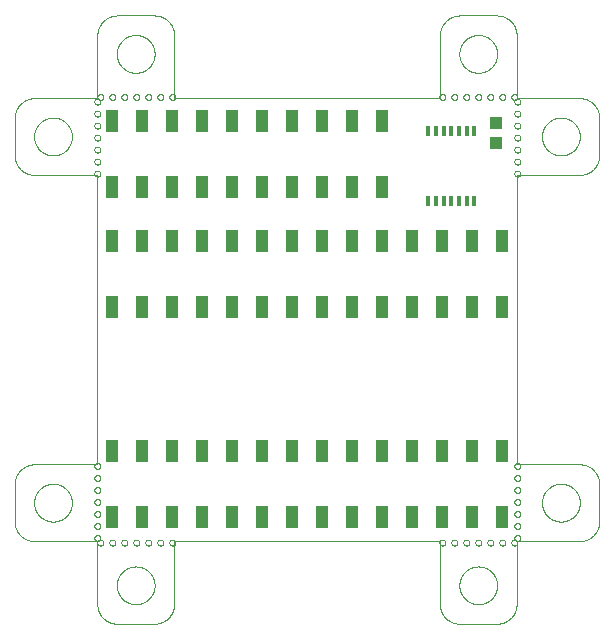
<source format=gbp>
G04 EAGLE Gerber RS-274X export*
G75*
%MOMM*%
%FSLAX34Y34*%
%LPD*%
%INSolder paste bottom*%
%IPPOS*%
%AMOC8*
5,1,8,0,0,1.08239X$1,22.5*%
G01*
%ADD10C,0.000000*%
%ADD11R,0.990600X1.828800*%
%ADD12R,0.350000X0.900000*%
%ADD13R,1.000000X1.100000*%


D10*
X65000Y377500D02*
X290000Y377500D01*
X0Y312500D02*
X0Y67500D01*
X65000Y2500D02*
X290000Y2500D01*
X355600Y67500D02*
X355600Y312500D01*
X353060Y374650D02*
X353062Y374750D01*
X353068Y374851D01*
X353078Y374950D01*
X353092Y375050D01*
X353109Y375149D01*
X353131Y375247D01*
X353157Y375344D01*
X353186Y375440D01*
X353219Y375534D01*
X353256Y375628D01*
X353296Y375720D01*
X353340Y375810D01*
X353388Y375898D01*
X353439Y375985D01*
X353493Y376069D01*
X353551Y376151D01*
X353612Y376231D01*
X353676Y376308D01*
X353743Y376383D01*
X353813Y376455D01*
X353886Y376524D01*
X353961Y376590D01*
X354039Y376654D01*
X354119Y376714D01*
X354202Y376771D01*
X354287Y376824D01*
X354374Y376874D01*
X354463Y376921D01*
X354553Y376964D01*
X354645Y377004D01*
X354739Y377040D01*
X354834Y377072D01*
X354930Y377100D01*
X355028Y377125D01*
X355126Y377145D01*
X355225Y377162D01*
X355325Y377175D01*
X355424Y377184D01*
X355525Y377189D01*
X355625Y377190D01*
X355725Y377187D01*
X355826Y377180D01*
X355925Y377169D01*
X356025Y377154D01*
X356123Y377136D01*
X356221Y377113D01*
X356318Y377086D01*
X356413Y377056D01*
X356508Y377022D01*
X356601Y376984D01*
X356692Y376943D01*
X356782Y376898D01*
X356870Y376850D01*
X356956Y376798D01*
X357040Y376743D01*
X357121Y376684D01*
X357200Y376622D01*
X357277Y376558D01*
X357351Y376490D01*
X357422Y376419D01*
X357491Y376346D01*
X357556Y376270D01*
X357619Y376191D01*
X357678Y376110D01*
X357734Y376027D01*
X357787Y375942D01*
X357836Y375854D01*
X357882Y375765D01*
X357924Y375674D01*
X357963Y375581D01*
X357998Y375487D01*
X358029Y375392D01*
X358057Y375295D01*
X358080Y375198D01*
X358100Y375099D01*
X358116Y375000D01*
X358128Y374901D01*
X358136Y374800D01*
X358140Y374700D01*
X358140Y374600D01*
X358136Y374500D01*
X358128Y374399D01*
X358116Y374300D01*
X358100Y374201D01*
X358080Y374102D01*
X358057Y374005D01*
X358029Y373908D01*
X357998Y373813D01*
X357963Y373719D01*
X357924Y373626D01*
X357882Y373535D01*
X357836Y373446D01*
X357787Y373358D01*
X357734Y373273D01*
X357678Y373190D01*
X357619Y373109D01*
X357556Y373030D01*
X357491Y372954D01*
X357422Y372881D01*
X357351Y372810D01*
X357277Y372742D01*
X357200Y372678D01*
X357121Y372616D01*
X357040Y372557D01*
X356956Y372502D01*
X356870Y372450D01*
X356782Y372402D01*
X356692Y372357D01*
X356601Y372316D01*
X356508Y372278D01*
X356413Y372244D01*
X356318Y372214D01*
X356221Y372187D01*
X356123Y372164D01*
X356025Y372146D01*
X355925Y372131D01*
X355826Y372120D01*
X355725Y372113D01*
X355625Y372110D01*
X355525Y372111D01*
X355424Y372116D01*
X355325Y372125D01*
X355225Y372138D01*
X355126Y372155D01*
X355028Y372175D01*
X354930Y372200D01*
X354834Y372228D01*
X354739Y372260D01*
X354645Y372296D01*
X354553Y372336D01*
X354463Y372379D01*
X354374Y372426D01*
X354287Y372476D01*
X354202Y372529D01*
X354119Y372586D01*
X354039Y372646D01*
X353961Y372710D01*
X353886Y372776D01*
X353813Y372845D01*
X353743Y372917D01*
X353676Y372992D01*
X353612Y373069D01*
X353551Y373149D01*
X353493Y373231D01*
X353439Y373315D01*
X353388Y373402D01*
X353340Y373490D01*
X353296Y373580D01*
X353256Y373672D01*
X353219Y373766D01*
X353186Y373860D01*
X353157Y373956D01*
X353131Y374053D01*
X353109Y374151D01*
X353092Y374250D01*
X353078Y374350D01*
X353068Y374449D01*
X353062Y374550D01*
X353060Y374650D01*
X353060Y364490D02*
X353062Y364590D01*
X353068Y364691D01*
X353078Y364790D01*
X353092Y364890D01*
X353109Y364989D01*
X353131Y365087D01*
X353157Y365184D01*
X353186Y365280D01*
X353219Y365374D01*
X353256Y365468D01*
X353296Y365560D01*
X353340Y365650D01*
X353388Y365738D01*
X353439Y365825D01*
X353493Y365909D01*
X353551Y365991D01*
X353612Y366071D01*
X353676Y366148D01*
X353743Y366223D01*
X353813Y366295D01*
X353886Y366364D01*
X353961Y366430D01*
X354039Y366494D01*
X354119Y366554D01*
X354202Y366611D01*
X354287Y366664D01*
X354374Y366714D01*
X354463Y366761D01*
X354553Y366804D01*
X354645Y366844D01*
X354739Y366880D01*
X354834Y366912D01*
X354930Y366940D01*
X355028Y366965D01*
X355126Y366985D01*
X355225Y367002D01*
X355325Y367015D01*
X355424Y367024D01*
X355525Y367029D01*
X355625Y367030D01*
X355725Y367027D01*
X355826Y367020D01*
X355925Y367009D01*
X356025Y366994D01*
X356123Y366976D01*
X356221Y366953D01*
X356318Y366926D01*
X356413Y366896D01*
X356508Y366862D01*
X356601Y366824D01*
X356692Y366783D01*
X356782Y366738D01*
X356870Y366690D01*
X356956Y366638D01*
X357040Y366583D01*
X357121Y366524D01*
X357200Y366462D01*
X357277Y366398D01*
X357351Y366330D01*
X357422Y366259D01*
X357491Y366186D01*
X357556Y366110D01*
X357619Y366031D01*
X357678Y365950D01*
X357734Y365867D01*
X357787Y365782D01*
X357836Y365694D01*
X357882Y365605D01*
X357924Y365514D01*
X357963Y365421D01*
X357998Y365327D01*
X358029Y365232D01*
X358057Y365135D01*
X358080Y365038D01*
X358100Y364939D01*
X358116Y364840D01*
X358128Y364741D01*
X358136Y364640D01*
X358140Y364540D01*
X358140Y364440D01*
X358136Y364340D01*
X358128Y364239D01*
X358116Y364140D01*
X358100Y364041D01*
X358080Y363942D01*
X358057Y363845D01*
X358029Y363748D01*
X357998Y363653D01*
X357963Y363559D01*
X357924Y363466D01*
X357882Y363375D01*
X357836Y363286D01*
X357787Y363198D01*
X357734Y363113D01*
X357678Y363030D01*
X357619Y362949D01*
X357556Y362870D01*
X357491Y362794D01*
X357422Y362721D01*
X357351Y362650D01*
X357277Y362582D01*
X357200Y362518D01*
X357121Y362456D01*
X357040Y362397D01*
X356956Y362342D01*
X356870Y362290D01*
X356782Y362242D01*
X356692Y362197D01*
X356601Y362156D01*
X356508Y362118D01*
X356413Y362084D01*
X356318Y362054D01*
X356221Y362027D01*
X356123Y362004D01*
X356025Y361986D01*
X355925Y361971D01*
X355826Y361960D01*
X355725Y361953D01*
X355625Y361950D01*
X355525Y361951D01*
X355424Y361956D01*
X355325Y361965D01*
X355225Y361978D01*
X355126Y361995D01*
X355028Y362015D01*
X354930Y362040D01*
X354834Y362068D01*
X354739Y362100D01*
X354645Y362136D01*
X354553Y362176D01*
X354463Y362219D01*
X354374Y362266D01*
X354287Y362316D01*
X354202Y362369D01*
X354119Y362426D01*
X354039Y362486D01*
X353961Y362550D01*
X353886Y362616D01*
X353813Y362685D01*
X353743Y362757D01*
X353676Y362832D01*
X353612Y362909D01*
X353551Y362989D01*
X353493Y363071D01*
X353439Y363155D01*
X353388Y363242D01*
X353340Y363330D01*
X353296Y363420D01*
X353256Y363512D01*
X353219Y363606D01*
X353186Y363700D01*
X353157Y363796D01*
X353131Y363893D01*
X353109Y363991D01*
X353092Y364090D01*
X353078Y364190D01*
X353068Y364289D01*
X353062Y364390D01*
X353060Y364490D01*
X353060Y354330D02*
X353062Y354430D01*
X353068Y354531D01*
X353078Y354630D01*
X353092Y354730D01*
X353109Y354829D01*
X353131Y354927D01*
X353157Y355024D01*
X353186Y355120D01*
X353219Y355214D01*
X353256Y355308D01*
X353296Y355400D01*
X353340Y355490D01*
X353388Y355578D01*
X353439Y355665D01*
X353493Y355749D01*
X353551Y355831D01*
X353612Y355911D01*
X353676Y355988D01*
X353743Y356063D01*
X353813Y356135D01*
X353886Y356204D01*
X353961Y356270D01*
X354039Y356334D01*
X354119Y356394D01*
X354202Y356451D01*
X354287Y356504D01*
X354374Y356554D01*
X354463Y356601D01*
X354553Y356644D01*
X354645Y356684D01*
X354739Y356720D01*
X354834Y356752D01*
X354930Y356780D01*
X355028Y356805D01*
X355126Y356825D01*
X355225Y356842D01*
X355325Y356855D01*
X355424Y356864D01*
X355525Y356869D01*
X355625Y356870D01*
X355725Y356867D01*
X355826Y356860D01*
X355925Y356849D01*
X356025Y356834D01*
X356123Y356816D01*
X356221Y356793D01*
X356318Y356766D01*
X356413Y356736D01*
X356508Y356702D01*
X356601Y356664D01*
X356692Y356623D01*
X356782Y356578D01*
X356870Y356530D01*
X356956Y356478D01*
X357040Y356423D01*
X357121Y356364D01*
X357200Y356302D01*
X357277Y356238D01*
X357351Y356170D01*
X357422Y356099D01*
X357491Y356026D01*
X357556Y355950D01*
X357619Y355871D01*
X357678Y355790D01*
X357734Y355707D01*
X357787Y355622D01*
X357836Y355534D01*
X357882Y355445D01*
X357924Y355354D01*
X357963Y355261D01*
X357998Y355167D01*
X358029Y355072D01*
X358057Y354975D01*
X358080Y354878D01*
X358100Y354779D01*
X358116Y354680D01*
X358128Y354581D01*
X358136Y354480D01*
X358140Y354380D01*
X358140Y354280D01*
X358136Y354180D01*
X358128Y354079D01*
X358116Y353980D01*
X358100Y353881D01*
X358080Y353782D01*
X358057Y353685D01*
X358029Y353588D01*
X357998Y353493D01*
X357963Y353399D01*
X357924Y353306D01*
X357882Y353215D01*
X357836Y353126D01*
X357787Y353038D01*
X357734Y352953D01*
X357678Y352870D01*
X357619Y352789D01*
X357556Y352710D01*
X357491Y352634D01*
X357422Y352561D01*
X357351Y352490D01*
X357277Y352422D01*
X357200Y352358D01*
X357121Y352296D01*
X357040Y352237D01*
X356956Y352182D01*
X356870Y352130D01*
X356782Y352082D01*
X356692Y352037D01*
X356601Y351996D01*
X356508Y351958D01*
X356413Y351924D01*
X356318Y351894D01*
X356221Y351867D01*
X356123Y351844D01*
X356025Y351826D01*
X355925Y351811D01*
X355826Y351800D01*
X355725Y351793D01*
X355625Y351790D01*
X355525Y351791D01*
X355424Y351796D01*
X355325Y351805D01*
X355225Y351818D01*
X355126Y351835D01*
X355028Y351855D01*
X354930Y351880D01*
X354834Y351908D01*
X354739Y351940D01*
X354645Y351976D01*
X354553Y352016D01*
X354463Y352059D01*
X354374Y352106D01*
X354287Y352156D01*
X354202Y352209D01*
X354119Y352266D01*
X354039Y352326D01*
X353961Y352390D01*
X353886Y352456D01*
X353813Y352525D01*
X353743Y352597D01*
X353676Y352672D01*
X353612Y352749D01*
X353551Y352829D01*
X353493Y352911D01*
X353439Y352995D01*
X353388Y353082D01*
X353340Y353170D01*
X353296Y353260D01*
X353256Y353352D01*
X353219Y353446D01*
X353186Y353540D01*
X353157Y353636D01*
X353131Y353733D01*
X353109Y353831D01*
X353092Y353930D01*
X353078Y354030D01*
X353068Y354129D01*
X353062Y354230D01*
X353060Y354330D01*
X353060Y344170D02*
X353062Y344270D01*
X353068Y344371D01*
X353078Y344470D01*
X353092Y344570D01*
X353109Y344669D01*
X353131Y344767D01*
X353157Y344864D01*
X353186Y344960D01*
X353219Y345054D01*
X353256Y345148D01*
X353296Y345240D01*
X353340Y345330D01*
X353388Y345418D01*
X353439Y345505D01*
X353493Y345589D01*
X353551Y345671D01*
X353612Y345751D01*
X353676Y345828D01*
X353743Y345903D01*
X353813Y345975D01*
X353886Y346044D01*
X353961Y346110D01*
X354039Y346174D01*
X354119Y346234D01*
X354202Y346291D01*
X354287Y346344D01*
X354374Y346394D01*
X354463Y346441D01*
X354553Y346484D01*
X354645Y346524D01*
X354739Y346560D01*
X354834Y346592D01*
X354930Y346620D01*
X355028Y346645D01*
X355126Y346665D01*
X355225Y346682D01*
X355325Y346695D01*
X355424Y346704D01*
X355525Y346709D01*
X355625Y346710D01*
X355725Y346707D01*
X355826Y346700D01*
X355925Y346689D01*
X356025Y346674D01*
X356123Y346656D01*
X356221Y346633D01*
X356318Y346606D01*
X356413Y346576D01*
X356508Y346542D01*
X356601Y346504D01*
X356692Y346463D01*
X356782Y346418D01*
X356870Y346370D01*
X356956Y346318D01*
X357040Y346263D01*
X357121Y346204D01*
X357200Y346142D01*
X357277Y346078D01*
X357351Y346010D01*
X357422Y345939D01*
X357491Y345866D01*
X357556Y345790D01*
X357619Y345711D01*
X357678Y345630D01*
X357734Y345547D01*
X357787Y345462D01*
X357836Y345374D01*
X357882Y345285D01*
X357924Y345194D01*
X357963Y345101D01*
X357998Y345007D01*
X358029Y344912D01*
X358057Y344815D01*
X358080Y344718D01*
X358100Y344619D01*
X358116Y344520D01*
X358128Y344421D01*
X358136Y344320D01*
X358140Y344220D01*
X358140Y344120D01*
X358136Y344020D01*
X358128Y343919D01*
X358116Y343820D01*
X358100Y343721D01*
X358080Y343622D01*
X358057Y343525D01*
X358029Y343428D01*
X357998Y343333D01*
X357963Y343239D01*
X357924Y343146D01*
X357882Y343055D01*
X357836Y342966D01*
X357787Y342878D01*
X357734Y342793D01*
X357678Y342710D01*
X357619Y342629D01*
X357556Y342550D01*
X357491Y342474D01*
X357422Y342401D01*
X357351Y342330D01*
X357277Y342262D01*
X357200Y342198D01*
X357121Y342136D01*
X357040Y342077D01*
X356956Y342022D01*
X356870Y341970D01*
X356782Y341922D01*
X356692Y341877D01*
X356601Y341836D01*
X356508Y341798D01*
X356413Y341764D01*
X356318Y341734D01*
X356221Y341707D01*
X356123Y341684D01*
X356025Y341666D01*
X355925Y341651D01*
X355826Y341640D01*
X355725Y341633D01*
X355625Y341630D01*
X355525Y341631D01*
X355424Y341636D01*
X355325Y341645D01*
X355225Y341658D01*
X355126Y341675D01*
X355028Y341695D01*
X354930Y341720D01*
X354834Y341748D01*
X354739Y341780D01*
X354645Y341816D01*
X354553Y341856D01*
X354463Y341899D01*
X354374Y341946D01*
X354287Y341996D01*
X354202Y342049D01*
X354119Y342106D01*
X354039Y342166D01*
X353961Y342230D01*
X353886Y342296D01*
X353813Y342365D01*
X353743Y342437D01*
X353676Y342512D01*
X353612Y342589D01*
X353551Y342669D01*
X353493Y342751D01*
X353439Y342835D01*
X353388Y342922D01*
X353340Y343010D01*
X353296Y343100D01*
X353256Y343192D01*
X353219Y343286D01*
X353186Y343380D01*
X353157Y343476D01*
X353131Y343573D01*
X353109Y343671D01*
X353092Y343770D01*
X353078Y343870D01*
X353068Y343969D01*
X353062Y344070D01*
X353060Y344170D01*
X353060Y334010D02*
X353062Y334110D01*
X353068Y334211D01*
X353078Y334310D01*
X353092Y334410D01*
X353109Y334509D01*
X353131Y334607D01*
X353157Y334704D01*
X353186Y334800D01*
X353219Y334894D01*
X353256Y334988D01*
X353296Y335080D01*
X353340Y335170D01*
X353388Y335258D01*
X353439Y335345D01*
X353493Y335429D01*
X353551Y335511D01*
X353612Y335591D01*
X353676Y335668D01*
X353743Y335743D01*
X353813Y335815D01*
X353886Y335884D01*
X353961Y335950D01*
X354039Y336014D01*
X354119Y336074D01*
X354202Y336131D01*
X354287Y336184D01*
X354374Y336234D01*
X354463Y336281D01*
X354553Y336324D01*
X354645Y336364D01*
X354739Y336400D01*
X354834Y336432D01*
X354930Y336460D01*
X355028Y336485D01*
X355126Y336505D01*
X355225Y336522D01*
X355325Y336535D01*
X355424Y336544D01*
X355525Y336549D01*
X355625Y336550D01*
X355725Y336547D01*
X355826Y336540D01*
X355925Y336529D01*
X356025Y336514D01*
X356123Y336496D01*
X356221Y336473D01*
X356318Y336446D01*
X356413Y336416D01*
X356508Y336382D01*
X356601Y336344D01*
X356692Y336303D01*
X356782Y336258D01*
X356870Y336210D01*
X356956Y336158D01*
X357040Y336103D01*
X357121Y336044D01*
X357200Y335982D01*
X357277Y335918D01*
X357351Y335850D01*
X357422Y335779D01*
X357491Y335706D01*
X357556Y335630D01*
X357619Y335551D01*
X357678Y335470D01*
X357734Y335387D01*
X357787Y335302D01*
X357836Y335214D01*
X357882Y335125D01*
X357924Y335034D01*
X357963Y334941D01*
X357998Y334847D01*
X358029Y334752D01*
X358057Y334655D01*
X358080Y334558D01*
X358100Y334459D01*
X358116Y334360D01*
X358128Y334261D01*
X358136Y334160D01*
X358140Y334060D01*
X358140Y333960D01*
X358136Y333860D01*
X358128Y333759D01*
X358116Y333660D01*
X358100Y333561D01*
X358080Y333462D01*
X358057Y333365D01*
X358029Y333268D01*
X357998Y333173D01*
X357963Y333079D01*
X357924Y332986D01*
X357882Y332895D01*
X357836Y332806D01*
X357787Y332718D01*
X357734Y332633D01*
X357678Y332550D01*
X357619Y332469D01*
X357556Y332390D01*
X357491Y332314D01*
X357422Y332241D01*
X357351Y332170D01*
X357277Y332102D01*
X357200Y332038D01*
X357121Y331976D01*
X357040Y331917D01*
X356956Y331862D01*
X356870Y331810D01*
X356782Y331762D01*
X356692Y331717D01*
X356601Y331676D01*
X356508Y331638D01*
X356413Y331604D01*
X356318Y331574D01*
X356221Y331547D01*
X356123Y331524D01*
X356025Y331506D01*
X355925Y331491D01*
X355826Y331480D01*
X355725Y331473D01*
X355625Y331470D01*
X355525Y331471D01*
X355424Y331476D01*
X355325Y331485D01*
X355225Y331498D01*
X355126Y331515D01*
X355028Y331535D01*
X354930Y331560D01*
X354834Y331588D01*
X354739Y331620D01*
X354645Y331656D01*
X354553Y331696D01*
X354463Y331739D01*
X354374Y331786D01*
X354287Y331836D01*
X354202Y331889D01*
X354119Y331946D01*
X354039Y332006D01*
X353961Y332070D01*
X353886Y332136D01*
X353813Y332205D01*
X353743Y332277D01*
X353676Y332352D01*
X353612Y332429D01*
X353551Y332509D01*
X353493Y332591D01*
X353439Y332675D01*
X353388Y332762D01*
X353340Y332850D01*
X353296Y332940D01*
X353256Y333032D01*
X353219Y333126D01*
X353186Y333220D01*
X353157Y333316D01*
X353131Y333413D01*
X353109Y333511D01*
X353092Y333610D01*
X353078Y333710D01*
X353068Y333809D01*
X353062Y333910D01*
X353060Y334010D01*
X355000Y377500D02*
X407500Y377500D01*
X425000Y360000D02*
X425000Y330000D01*
X407500Y312500D02*
X355600Y312500D01*
X353060Y323850D02*
X353062Y323950D01*
X353068Y324051D01*
X353078Y324150D01*
X353092Y324250D01*
X353109Y324349D01*
X353131Y324447D01*
X353157Y324544D01*
X353186Y324640D01*
X353219Y324734D01*
X353256Y324828D01*
X353296Y324920D01*
X353340Y325010D01*
X353388Y325098D01*
X353439Y325185D01*
X353493Y325269D01*
X353551Y325351D01*
X353612Y325431D01*
X353676Y325508D01*
X353743Y325583D01*
X353813Y325655D01*
X353886Y325724D01*
X353961Y325790D01*
X354039Y325854D01*
X354119Y325914D01*
X354202Y325971D01*
X354287Y326024D01*
X354374Y326074D01*
X354463Y326121D01*
X354553Y326164D01*
X354645Y326204D01*
X354739Y326240D01*
X354834Y326272D01*
X354930Y326300D01*
X355028Y326325D01*
X355126Y326345D01*
X355225Y326362D01*
X355325Y326375D01*
X355424Y326384D01*
X355525Y326389D01*
X355625Y326390D01*
X355725Y326387D01*
X355826Y326380D01*
X355925Y326369D01*
X356025Y326354D01*
X356123Y326336D01*
X356221Y326313D01*
X356318Y326286D01*
X356413Y326256D01*
X356508Y326222D01*
X356601Y326184D01*
X356692Y326143D01*
X356782Y326098D01*
X356870Y326050D01*
X356956Y325998D01*
X357040Y325943D01*
X357121Y325884D01*
X357200Y325822D01*
X357277Y325758D01*
X357351Y325690D01*
X357422Y325619D01*
X357491Y325546D01*
X357556Y325470D01*
X357619Y325391D01*
X357678Y325310D01*
X357734Y325227D01*
X357787Y325142D01*
X357836Y325054D01*
X357882Y324965D01*
X357924Y324874D01*
X357963Y324781D01*
X357998Y324687D01*
X358029Y324592D01*
X358057Y324495D01*
X358080Y324398D01*
X358100Y324299D01*
X358116Y324200D01*
X358128Y324101D01*
X358136Y324000D01*
X358140Y323900D01*
X358140Y323800D01*
X358136Y323700D01*
X358128Y323599D01*
X358116Y323500D01*
X358100Y323401D01*
X358080Y323302D01*
X358057Y323205D01*
X358029Y323108D01*
X357998Y323013D01*
X357963Y322919D01*
X357924Y322826D01*
X357882Y322735D01*
X357836Y322646D01*
X357787Y322558D01*
X357734Y322473D01*
X357678Y322390D01*
X357619Y322309D01*
X357556Y322230D01*
X357491Y322154D01*
X357422Y322081D01*
X357351Y322010D01*
X357277Y321942D01*
X357200Y321878D01*
X357121Y321816D01*
X357040Y321757D01*
X356956Y321702D01*
X356870Y321650D01*
X356782Y321602D01*
X356692Y321557D01*
X356601Y321516D01*
X356508Y321478D01*
X356413Y321444D01*
X356318Y321414D01*
X356221Y321387D01*
X356123Y321364D01*
X356025Y321346D01*
X355925Y321331D01*
X355826Y321320D01*
X355725Y321313D01*
X355625Y321310D01*
X355525Y321311D01*
X355424Y321316D01*
X355325Y321325D01*
X355225Y321338D01*
X355126Y321355D01*
X355028Y321375D01*
X354930Y321400D01*
X354834Y321428D01*
X354739Y321460D01*
X354645Y321496D01*
X354553Y321536D01*
X354463Y321579D01*
X354374Y321626D01*
X354287Y321676D01*
X354202Y321729D01*
X354119Y321786D01*
X354039Y321846D01*
X353961Y321910D01*
X353886Y321976D01*
X353813Y322045D01*
X353743Y322117D01*
X353676Y322192D01*
X353612Y322269D01*
X353551Y322349D01*
X353493Y322431D01*
X353439Y322515D01*
X353388Y322602D01*
X353340Y322690D01*
X353296Y322780D01*
X353256Y322872D01*
X353219Y322966D01*
X353186Y323060D01*
X353157Y323156D01*
X353131Y323253D01*
X353109Y323351D01*
X353092Y323450D01*
X353078Y323550D01*
X353068Y323649D01*
X353062Y323750D01*
X353060Y323850D01*
X353060Y313690D02*
X353062Y313790D01*
X353068Y313891D01*
X353078Y313990D01*
X353092Y314090D01*
X353109Y314189D01*
X353131Y314287D01*
X353157Y314384D01*
X353186Y314480D01*
X353219Y314574D01*
X353256Y314668D01*
X353296Y314760D01*
X353340Y314850D01*
X353388Y314938D01*
X353439Y315025D01*
X353493Y315109D01*
X353551Y315191D01*
X353612Y315271D01*
X353676Y315348D01*
X353743Y315423D01*
X353813Y315495D01*
X353886Y315564D01*
X353961Y315630D01*
X354039Y315694D01*
X354119Y315754D01*
X354202Y315811D01*
X354287Y315864D01*
X354374Y315914D01*
X354463Y315961D01*
X354553Y316004D01*
X354645Y316044D01*
X354739Y316080D01*
X354834Y316112D01*
X354930Y316140D01*
X355028Y316165D01*
X355126Y316185D01*
X355225Y316202D01*
X355325Y316215D01*
X355424Y316224D01*
X355525Y316229D01*
X355625Y316230D01*
X355725Y316227D01*
X355826Y316220D01*
X355925Y316209D01*
X356025Y316194D01*
X356123Y316176D01*
X356221Y316153D01*
X356318Y316126D01*
X356413Y316096D01*
X356508Y316062D01*
X356601Y316024D01*
X356692Y315983D01*
X356782Y315938D01*
X356870Y315890D01*
X356956Y315838D01*
X357040Y315783D01*
X357121Y315724D01*
X357200Y315662D01*
X357277Y315598D01*
X357351Y315530D01*
X357422Y315459D01*
X357491Y315386D01*
X357556Y315310D01*
X357619Y315231D01*
X357678Y315150D01*
X357734Y315067D01*
X357787Y314982D01*
X357836Y314894D01*
X357882Y314805D01*
X357924Y314714D01*
X357963Y314621D01*
X357998Y314527D01*
X358029Y314432D01*
X358057Y314335D01*
X358080Y314238D01*
X358100Y314139D01*
X358116Y314040D01*
X358128Y313941D01*
X358136Y313840D01*
X358140Y313740D01*
X358140Y313640D01*
X358136Y313540D01*
X358128Y313439D01*
X358116Y313340D01*
X358100Y313241D01*
X358080Y313142D01*
X358057Y313045D01*
X358029Y312948D01*
X357998Y312853D01*
X357963Y312759D01*
X357924Y312666D01*
X357882Y312575D01*
X357836Y312486D01*
X357787Y312398D01*
X357734Y312313D01*
X357678Y312230D01*
X357619Y312149D01*
X357556Y312070D01*
X357491Y311994D01*
X357422Y311921D01*
X357351Y311850D01*
X357277Y311782D01*
X357200Y311718D01*
X357121Y311656D01*
X357040Y311597D01*
X356956Y311542D01*
X356870Y311490D01*
X356782Y311442D01*
X356692Y311397D01*
X356601Y311356D01*
X356508Y311318D01*
X356413Y311284D01*
X356318Y311254D01*
X356221Y311227D01*
X356123Y311204D01*
X356025Y311186D01*
X355925Y311171D01*
X355826Y311160D01*
X355725Y311153D01*
X355625Y311150D01*
X355525Y311151D01*
X355424Y311156D01*
X355325Y311165D01*
X355225Y311178D01*
X355126Y311195D01*
X355028Y311215D01*
X354930Y311240D01*
X354834Y311268D01*
X354739Y311300D01*
X354645Y311336D01*
X354553Y311376D01*
X354463Y311419D01*
X354374Y311466D01*
X354287Y311516D01*
X354202Y311569D01*
X354119Y311626D01*
X354039Y311686D01*
X353961Y311750D01*
X353886Y311816D01*
X353813Y311885D01*
X353743Y311957D01*
X353676Y312032D01*
X353612Y312109D01*
X353551Y312189D01*
X353493Y312271D01*
X353439Y312355D01*
X353388Y312442D01*
X353340Y312530D01*
X353296Y312620D01*
X353256Y312712D01*
X353219Y312806D01*
X353186Y312900D01*
X353157Y312996D01*
X353131Y313093D01*
X353109Y313191D01*
X353092Y313290D01*
X353078Y313390D01*
X353068Y313489D01*
X353062Y313590D01*
X353060Y313690D01*
X289560Y378460D02*
X289562Y378560D01*
X289568Y378661D01*
X289578Y378760D01*
X289592Y378860D01*
X289609Y378959D01*
X289631Y379057D01*
X289657Y379154D01*
X289686Y379250D01*
X289719Y379344D01*
X289756Y379438D01*
X289796Y379530D01*
X289840Y379620D01*
X289888Y379708D01*
X289939Y379795D01*
X289993Y379879D01*
X290051Y379961D01*
X290112Y380041D01*
X290176Y380118D01*
X290243Y380193D01*
X290313Y380265D01*
X290386Y380334D01*
X290461Y380400D01*
X290539Y380464D01*
X290619Y380524D01*
X290702Y380581D01*
X290787Y380634D01*
X290874Y380684D01*
X290963Y380731D01*
X291053Y380774D01*
X291145Y380814D01*
X291239Y380850D01*
X291334Y380882D01*
X291430Y380910D01*
X291528Y380935D01*
X291626Y380955D01*
X291725Y380972D01*
X291825Y380985D01*
X291924Y380994D01*
X292025Y380999D01*
X292125Y381000D01*
X292225Y380997D01*
X292326Y380990D01*
X292425Y380979D01*
X292525Y380964D01*
X292623Y380946D01*
X292721Y380923D01*
X292818Y380896D01*
X292913Y380866D01*
X293008Y380832D01*
X293101Y380794D01*
X293192Y380753D01*
X293282Y380708D01*
X293370Y380660D01*
X293456Y380608D01*
X293540Y380553D01*
X293621Y380494D01*
X293700Y380432D01*
X293777Y380368D01*
X293851Y380300D01*
X293922Y380229D01*
X293991Y380156D01*
X294056Y380080D01*
X294119Y380001D01*
X294178Y379920D01*
X294234Y379837D01*
X294287Y379752D01*
X294336Y379664D01*
X294382Y379575D01*
X294424Y379484D01*
X294463Y379391D01*
X294498Y379297D01*
X294529Y379202D01*
X294557Y379105D01*
X294580Y379008D01*
X294600Y378909D01*
X294616Y378810D01*
X294628Y378711D01*
X294636Y378610D01*
X294640Y378510D01*
X294640Y378410D01*
X294636Y378310D01*
X294628Y378209D01*
X294616Y378110D01*
X294600Y378011D01*
X294580Y377912D01*
X294557Y377815D01*
X294529Y377718D01*
X294498Y377623D01*
X294463Y377529D01*
X294424Y377436D01*
X294382Y377345D01*
X294336Y377256D01*
X294287Y377168D01*
X294234Y377083D01*
X294178Y377000D01*
X294119Y376919D01*
X294056Y376840D01*
X293991Y376764D01*
X293922Y376691D01*
X293851Y376620D01*
X293777Y376552D01*
X293700Y376488D01*
X293621Y376426D01*
X293540Y376367D01*
X293456Y376312D01*
X293370Y376260D01*
X293282Y376212D01*
X293192Y376167D01*
X293101Y376126D01*
X293008Y376088D01*
X292913Y376054D01*
X292818Y376024D01*
X292721Y375997D01*
X292623Y375974D01*
X292525Y375956D01*
X292425Y375941D01*
X292326Y375930D01*
X292225Y375923D01*
X292125Y375920D01*
X292025Y375921D01*
X291924Y375926D01*
X291825Y375935D01*
X291725Y375948D01*
X291626Y375965D01*
X291528Y375985D01*
X291430Y376010D01*
X291334Y376038D01*
X291239Y376070D01*
X291145Y376106D01*
X291053Y376146D01*
X290963Y376189D01*
X290874Y376236D01*
X290787Y376286D01*
X290702Y376339D01*
X290619Y376396D01*
X290539Y376456D01*
X290461Y376520D01*
X290386Y376586D01*
X290313Y376655D01*
X290243Y376727D01*
X290176Y376802D01*
X290112Y376879D01*
X290051Y376959D01*
X289993Y377041D01*
X289939Y377125D01*
X289888Y377212D01*
X289840Y377300D01*
X289796Y377390D01*
X289756Y377482D01*
X289719Y377576D01*
X289686Y377670D01*
X289657Y377766D01*
X289631Y377863D01*
X289609Y377961D01*
X289592Y378060D01*
X289578Y378160D01*
X289568Y378259D01*
X289562Y378360D01*
X289560Y378460D01*
X299720Y378460D02*
X299722Y378560D01*
X299728Y378661D01*
X299738Y378760D01*
X299752Y378860D01*
X299769Y378959D01*
X299791Y379057D01*
X299817Y379154D01*
X299846Y379250D01*
X299879Y379344D01*
X299916Y379438D01*
X299956Y379530D01*
X300000Y379620D01*
X300048Y379708D01*
X300099Y379795D01*
X300153Y379879D01*
X300211Y379961D01*
X300272Y380041D01*
X300336Y380118D01*
X300403Y380193D01*
X300473Y380265D01*
X300546Y380334D01*
X300621Y380400D01*
X300699Y380464D01*
X300779Y380524D01*
X300862Y380581D01*
X300947Y380634D01*
X301034Y380684D01*
X301123Y380731D01*
X301213Y380774D01*
X301305Y380814D01*
X301399Y380850D01*
X301494Y380882D01*
X301590Y380910D01*
X301688Y380935D01*
X301786Y380955D01*
X301885Y380972D01*
X301985Y380985D01*
X302084Y380994D01*
X302185Y380999D01*
X302285Y381000D01*
X302385Y380997D01*
X302486Y380990D01*
X302585Y380979D01*
X302685Y380964D01*
X302783Y380946D01*
X302881Y380923D01*
X302978Y380896D01*
X303073Y380866D01*
X303168Y380832D01*
X303261Y380794D01*
X303352Y380753D01*
X303442Y380708D01*
X303530Y380660D01*
X303616Y380608D01*
X303700Y380553D01*
X303781Y380494D01*
X303860Y380432D01*
X303937Y380368D01*
X304011Y380300D01*
X304082Y380229D01*
X304151Y380156D01*
X304216Y380080D01*
X304279Y380001D01*
X304338Y379920D01*
X304394Y379837D01*
X304447Y379752D01*
X304496Y379664D01*
X304542Y379575D01*
X304584Y379484D01*
X304623Y379391D01*
X304658Y379297D01*
X304689Y379202D01*
X304717Y379105D01*
X304740Y379008D01*
X304760Y378909D01*
X304776Y378810D01*
X304788Y378711D01*
X304796Y378610D01*
X304800Y378510D01*
X304800Y378410D01*
X304796Y378310D01*
X304788Y378209D01*
X304776Y378110D01*
X304760Y378011D01*
X304740Y377912D01*
X304717Y377815D01*
X304689Y377718D01*
X304658Y377623D01*
X304623Y377529D01*
X304584Y377436D01*
X304542Y377345D01*
X304496Y377256D01*
X304447Y377168D01*
X304394Y377083D01*
X304338Y377000D01*
X304279Y376919D01*
X304216Y376840D01*
X304151Y376764D01*
X304082Y376691D01*
X304011Y376620D01*
X303937Y376552D01*
X303860Y376488D01*
X303781Y376426D01*
X303700Y376367D01*
X303616Y376312D01*
X303530Y376260D01*
X303442Y376212D01*
X303352Y376167D01*
X303261Y376126D01*
X303168Y376088D01*
X303073Y376054D01*
X302978Y376024D01*
X302881Y375997D01*
X302783Y375974D01*
X302685Y375956D01*
X302585Y375941D01*
X302486Y375930D01*
X302385Y375923D01*
X302285Y375920D01*
X302185Y375921D01*
X302084Y375926D01*
X301985Y375935D01*
X301885Y375948D01*
X301786Y375965D01*
X301688Y375985D01*
X301590Y376010D01*
X301494Y376038D01*
X301399Y376070D01*
X301305Y376106D01*
X301213Y376146D01*
X301123Y376189D01*
X301034Y376236D01*
X300947Y376286D01*
X300862Y376339D01*
X300779Y376396D01*
X300699Y376456D01*
X300621Y376520D01*
X300546Y376586D01*
X300473Y376655D01*
X300403Y376727D01*
X300336Y376802D01*
X300272Y376879D01*
X300211Y376959D01*
X300153Y377041D01*
X300099Y377125D01*
X300048Y377212D01*
X300000Y377300D01*
X299956Y377390D01*
X299916Y377482D01*
X299879Y377576D01*
X299846Y377670D01*
X299817Y377766D01*
X299791Y377863D01*
X299769Y377961D01*
X299752Y378060D01*
X299738Y378160D01*
X299728Y378259D01*
X299722Y378360D01*
X299720Y378460D01*
X309880Y378460D02*
X309882Y378560D01*
X309888Y378661D01*
X309898Y378760D01*
X309912Y378860D01*
X309929Y378959D01*
X309951Y379057D01*
X309977Y379154D01*
X310006Y379250D01*
X310039Y379344D01*
X310076Y379438D01*
X310116Y379530D01*
X310160Y379620D01*
X310208Y379708D01*
X310259Y379795D01*
X310313Y379879D01*
X310371Y379961D01*
X310432Y380041D01*
X310496Y380118D01*
X310563Y380193D01*
X310633Y380265D01*
X310706Y380334D01*
X310781Y380400D01*
X310859Y380464D01*
X310939Y380524D01*
X311022Y380581D01*
X311107Y380634D01*
X311194Y380684D01*
X311283Y380731D01*
X311373Y380774D01*
X311465Y380814D01*
X311559Y380850D01*
X311654Y380882D01*
X311750Y380910D01*
X311848Y380935D01*
X311946Y380955D01*
X312045Y380972D01*
X312145Y380985D01*
X312244Y380994D01*
X312345Y380999D01*
X312445Y381000D01*
X312545Y380997D01*
X312646Y380990D01*
X312745Y380979D01*
X312845Y380964D01*
X312943Y380946D01*
X313041Y380923D01*
X313138Y380896D01*
X313233Y380866D01*
X313328Y380832D01*
X313421Y380794D01*
X313512Y380753D01*
X313602Y380708D01*
X313690Y380660D01*
X313776Y380608D01*
X313860Y380553D01*
X313941Y380494D01*
X314020Y380432D01*
X314097Y380368D01*
X314171Y380300D01*
X314242Y380229D01*
X314311Y380156D01*
X314376Y380080D01*
X314439Y380001D01*
X314498Y379920D01*
X314554Y379837D01*
X314607Y379752D01*
X314656Y379664D01*
X314702Y379575D01*
X314744Y379484D01*
X314783Y379391D01*
X314818Y379297D01*
X314849Y379202D01*
X314877Y379105D01*
X314900Y379008D01*
X314920Y378909D01*
X314936Y378810D01*
X314948Y378711D01*
X314956Y378610D01*
X314960Y378510D01*
X314960Y378410D01*
X314956Y378310D01*
X314948Y378209D01*
X314936Y378110D01*
X314920Y378011D01*
X314900Y377912D01*
X314877Y377815D01*
X314849Y377718D01*
X314818Y377623D01*
X314783Y377529D01*
X314744Y377436D01*
X314702Y377345D01*
X314656Y377256D01*
X314607Y377168D01*
X314554Y377083D01*
X314498Y377000D01*
X314439Y376919D01*
X314376Y376840D01*
X314311Y376764D01*
X314242Y376691D01*
X314171Y376620D01*
X314097Y376552D01*
X314020Y376488D01*
X313941Y376426D01*
X313860Y376367D01*
X313776Y376312D01*
X313690Y376260D01*
X313602Y376212D01*
X313512Y376167D01*
X313421Y376126D01*
X313328Y376088D01*
X313233Y376054D01*
X313138Y376024D01*
X313041Y375997D01*
X312943Y375974D01*
X312845Y375956D01*
X312745Y375941D01*
X312646Y375930D01*
X312545Y375923D01*
X312445Y375920D01*
X312345Y375921D01*
X312244Y375926D01*
X312145Y375935D01*
X312045Y375948D01*
X311946Y375965D01*
X311848Y375985D01*
X311750Y376010D01*
X311654Y376038D01*
X311559Y376070D01*
X311465Y376106D01*
X311373Y376146D01*
X311283Y376189D01*
X311194Y376236D01*
X311107Y376286D01*
X311022Y376339D01*
X310939Y376396D01*
X310859Y376456D01*
X310781Y376520D01*
X310706Y376586D01*
X310633Y376655D01*
X310563Y376727D01*
X310496Y376802D01*
X310432Y376879D01*
X310371Y376959D01*
X310313Y377041D01*
X310259Y377125D01*
X310208Y377212D01*
X310160Y377300D01*
X310116Y377390D01*
X310076Y377482D01*
X310039Y377576D01*
X310006Y377670D01*
X309977Y377766D01*
X309951Y377863D01*
X309929Y377961D01*
X309912Y378060D01*
X309898Y378160D01*
X309888Y378259D01*
X309882Y378360D01*
X309880Y378460D01*
X320040Y378460D02*
X320042Y378560D01*
X320048Y378661D01*
X320058Y378760D01*
X320072Y378860D01*
X320089Y378959D01*
X320111Y379057D01*
X320137Y379154D01*
X320166Y379250D01*
X320199Y379344D01*
X320236Y379438D01*
X320276Y379530D01*
X320320Y379620D01*
X320368Y379708D01*
X320419Y379795D01*
X320473Y379879D01*
X320531Y379961D01*
X320592Y380041D01*
X320656Y380118D01*
X320723Y380193D01*
X320793Y380265D01*
X320866Y380334D01*
X320941Y380400D01*
X321019Y380464D01*
X321099Y380524D01*
X321182Y380581D01*
X321267Y380634D01*
X321354Y380684D01*
X321443Y380731D01*
X321533Y380774D01*
X321625Y380814D01*
X321719Y380850D01*
X321814Y380882D01*
X321910Y380910D01*
X322008Y380935D01*
X322106Y380955D01*
X322205Y380972D01*
X322305Y380985D01*
X322404Y380994D01*
X322505Y380999D01*
X322605Y381000D01*
X322705Y380997D01*
X322806Y380990D01*
X322905Y380979D01*
X323005Y380964D01*
X323103Y380946D01*
X323201Y380923D01*
X323298Y380896D01*
X323393Y380866D01*
X323488Y380832D01*
X323581Y380794D01*
X323672Y380753D01*
X323762Y380708D01*
X323850Y380660D01*
X323936Y380608D01*
X324020Y380553D01*
X324101Y380494D01*
X324180Y380432D01*
X324257Y380368D01*
X324331Y380300D01*
X324402Y380229D01*
X324471Y380156D01*
X324536Y380080D01*
X324599Y380001D01*
X324658Y379920D01*
X324714Y379837D01*
X324767Y379752D01*
X324816Y379664D01*
X324862Y379575D01*
X324904Y379484D01*
X324943Y379391D01*
X324978Y379297D01*
X325009Y379202D01*
X325037Y379105D01*
X325060Y379008D01*
X325080Y378909D01*
X325096Y378810D01*
X325108Y378711D01*
X325116Y378610D01*
X325120Y378510D01*
X325120Y378410D01*
X325116Y378310D01*
X325108Y378209D01*
X325096Y378110D01*
X325080Y378011D01*
X325060Y377912D01*
X325037Y377815D01*
X325009Y377718D01*
X324978Y377623D01*
X324943Y377529D01*
X324904Y377436D01*
X324862Y377345D01*
X324816Y377256D01*
X324767Y377168D01*
X324714Y377083D01*
X324658Y377000D01*
X324599Y376919D01*
X324536Y376840D01*
X324471Y376764D01*
X324402Y376691D01*
X324331Y376620D01*
X324257Y376552D01*
X324180Y376488D01*
X324101Y376426D01*
X324020Y376367D01*
X323936Y376312D01*
X323850Y376260D01*
X323762Y376212D01*
X323672Y376167D01*
X323581Y376126D01*
X323488Y376088D01*
X323393Y376054D01*
X323298Y376024D01*
X323201Y375997D01*
X323103Y375974D01*
X323005Y375956D01*
X322905Y375941D01*
X322806Y375930D01*
X322705Y375923D01*
X322605Y375920D01*
X322505Y375921D01*
X322404Y375926D01*
X322305Y375935D01*
X322205Y375948D01*
X322106Y375965D01*
X322008Y375985D01*
X321910Y376010D01*
X321814Y376038D01*
X321719Y376070D01*
X321625Y376106D01*
X321533Y376146D01*
X321443Y376189D01*
X321354Y376236D01*
X321267Y376286D01*
X321182Y376339D01*
X321099Y376396D01*
X321019Y376456D01*
X320941Y376520D01*
X320866Y376586D01*
X320793Y376655D01*
X320723Y376727D01*
X320656Y376802D01*
X320592Y376879D01*
X320531Y376959D01*
X320473Y377041D01*
X320419Y377125D01*
X320368Y377212D01*
X320320Y377300D01*
X320276Y377390D01*
X320236Y377482D01*
X320199Y377576D01*
X320166Y377670D01*
X320137Y377766D01*
X320111Y377863D01*
X320089Y377961D01*
X320072Y378060D01*
X320058Y378160D01*
X320048Y378259D01*
X320042Y378360D01*
X320040Y378460D01*
X330200Y378460D02*
X330202Y378560D01*
X330208Y378661D01*
X330218Y378760D01*
X330232Y378860D01*
X330249Y378959D01*
X330271Y379057D01*
X330297Y379154D01*
X330326Y379250D01*
X330359Y379344D01*
X330396Y379438D01*
X330436Y379530D01*
X330480Y379620D01*
X330528Y379708D01*
X330579Y379795D01*
X330633Y379879D01*
X330691Y379961D01*
X330752Y380041D01*
X330816Y380118D01*
X330883Y380193D01*
X330953Y380265D01*
X331026Y380334D01*
X331101Y380400D01*
X331179Y380464D01*
X331259Y380524D01*
X331342Y380581D01*
X331427Y380634D01*
X331514Y380684D01*
X331603Y380731D01*
X331693Y380774D01*
X331785Y380814D01*
X331879Y380850D01*
X331974Y380882D01*
X332070Y380910D01*
X332168Y380935D01*
X332266Y380955D01*
X332365Y380972D01*
X332465Y380985D01*
X332564Y380994D01*
X332665Y380999D01*
X332765Y381000D01*
X332865Y380997D01*
X332966Y380990D01*
X333065Y380979D01*
X333165Y380964D01*
X333263Y380946D01*
X333361Y380923D01*
X333458Y380896D01*
X333553Y380866D01*
X333648Y380832D01*
X333741Y380794D01*
X333832Y380753D01*
X333922Y380708D01*
X334010Y380660D01*
X334096Y380608D01*
X334180Y380553D01*
X334261Y380494D01*
X334340Y380432D01*
X334417Y380368D01*
X334491Y380300D01*
X334562Y380229D01*
X334631Y380156D01*
X334696Y380080D01*
X334759Y380001D01*
X334818Y379920D01*
X334874Y379837D01*
X334927Y379752D01*
X334976Y379664D01*
X335022Y379575D01*
X335064Y379484D01*
X335103Y379391D01*
X335138Y379297D01*
X335169Y379202D01*
X335197Y379105D01*
X335220Y379008D01*
X335240Y378909D01*
X335256Y378810D01*
X335268Y378711D01*
X335276Y378610D01*
X335280Y378510D01*
X335280Y378410D01*
X335276Y378310D01*
X335268Y378209D01*
X335256Y378110D01*
X335240Y378011D01*
X335220Y377912D01*
X335197Y377815D01*
X335169Y377718D01*
X335138Y377623D01*
X335103Y377529D01*
X335064Y377436D01*
X335022Y377345D01*
X334976Y377256D01*
X334927Y377168D01*
X334874Y377083D01*
X334818Y377000D01*
X334759Y376919D01*
X334696Y376840D01*
X334631Y376764D01*
X334562Y376691D01*
X334491Y376620D01*
X334417Y376552D01*
X334340Y376488D01*
X334261Y376426D01*
X334180Y376367D01*
X334096Y376312D01*
X334010Y376260D01*
X333922Y376212D01*
X333832Y376167D01*
X333741Y376126D01*
X333648Y376088D01*
X333553Y376054D01*
X333458Y376024D01*
X333361Y375997D01*
X333263Y375974D01*
X333165Y375956D01*
X333065Y375941D01*
X332966Y375930D01*
X332865Y375923D01*
X332765Y375920D01*
X332665Y375921D01*
X332564Y375926D01*
X332465Y375935D01*
X332365Y375948D01*
X332266Y375965D01*
X332168Y375985D01*
X332070Y376010D01*
X331974Y376038D01*
X331879Y376070D01*
X331785Y376106D01*
X331693Y376146D01*
X331603Y376189D01*
X331514Y376236D01*
X331427Y376286D01*
X331342Y376339D01*
X331259Y376396D01*
X331179Y376456D01*
X331101Y376520D01*
X331026Y376586D01*
X330953Y376655D01*
X330883Y376727D01*
X330816Y376802D01*
X330752Y376879D01*
X330691Y376959D01*
X330633Y377041D01*
X330579Y377125D01*
X330528Y377212D01*
X330480Y377300D01*
X330436Y377390D01*
X330396Y377482D01*
X330359Y377576D01*
X330326Y377670D01*
X330297Y377766D01*
X330271Y377863D01*
X330249Y377961D01*
X330232Y378060D01*
X330218Y378160D01*
X330208Y378259D01*
X330202Y378360D01*
X330200Y378460D01*
X290000Y377500D02*
X290000Y430000D01*
X308000Y447500D02*
X337500Y447500D01*
X340360Y378460D02*
X340362Y378560D01*
X340368Y378661D01*
X340378Y378760D01*
X340392Y378860D01*
X340409Y378959D01*
X340431Y379057D01*
X340457Y379154D01*
X340486Y379250D01*
X340519Y379344D01*
X340556Y379438D01*
X340596Y379530D01*
X340640Y379620D01*
X340688Y379708D01*
X340739Y379795D01*
X340793Y379879D01*
X340851Y379961D01*
X340912Y380041D01*
X340976Y380118D01*
X341043Y380193D01*
X341113Y380265D01*
X341186Y380334D01*
X341261Y380400D01*
X341339Y380464D01*
X341419Y380524D01*
X341502Y380581D01*
X341587Y380634D01*
X341674Y380684D01*
X341763Y380731D01*
X341853Y380774D01*
X341945Y380814D01*
X342039Y380850D01*
X342134Y380882D01*
X342230Y380910D01*
X342328Y380935D01*
X342426Y380955D01*
X342525Y380972D01*
X342625Y380985D01*
X342724Y380994D01*
X342825Y380999D01*
X342925Y381000D01*
X343025Y380997D01*
X343126Y380990D01*
X343225Y380979D01*
X343325Y380964D01*
X343423Y380946D01*
X343521Y380923D01*
X343618Y380896D01*
X343713Y380866D01*
X343808Y380832D01*
X343901Y380794D01*
X343992Y380753D01*
X344082Y380708D01*
X344170Y380660D01*
X344256Y380608D01*
X344340Y380553D01*
X344421Y380494D01*
X344500Y380432D01*
X344577Y380368D01*
X344651Y380300D01*
X344722Y380229D01*
X344791Y380156D01*
X344856Y380080D01*
X344919Y380001D01*
X344978Y379920D01*
X345034Y379837D01*
X345087Y379752D01*
X345136Y379664D01*
X345182Y379575D01*
X345224Y379484D01*
X345263Y379391D01*
X345298Y379297D01*
X345329Y379202D01*
X345357Y379105D01*
X345380Y379008D01*
X345400Y378909D01*
X345416Y378810D01*
X345428Y378711D01*
X345436Y378610D01*
X345440Y378510D01*
X345440Y378410D01*
X345436Y378310D01*
X345428Y378209D01*
X345416Y378110D01*
X345400Y378011D01*
X345380Y377912D01*
X345357Y377815D01*
X345329Y377718D01*
X345298Y377623D01*
X345263Y377529D01*
X345224Y377436D01*
X345182Y377345D01*
X345136Y377256D01*
X345087Y377168D01*
X345034Y377083D01*
X344978Y377000D01*
X344919Y376919D01*
X344856Y376840D01*
X344791Y376764D01*
X344722Y376691D01*
X344651Y376620D01*
X344577Y376552D01*
X344500Y376488D01*
X344421Y376426D01*
X344340Y376367D01*
X344256Y376312D01*
X344170Y376260D01*
X344082Y376212D01*
X343992Y376167D01*
X343901Y376126D01*
X343808Y376088D01*
X343713Y376054D01*
X343618Y376024D01*
X343521Y375997D01*
X343423Y375974D01*
X343325Y375956D01*
X343225Y375941D01*
X343126Y375930D01*
X343025Y375923D01*
X342925Y375920D01*
X342825Y375921D01*
X342724Y375926D01*
X342625Y375935D01*
X342525Y375948D01*
X342426Y375965D01*
X342328Y375985D01*
X342230Y376010D01*
X342134Y376038D01*
X342039Y376070D01*
X341945Y376106D01*
X341853Y376146D01*
X341763Y376189D01*
X341674Y376236D01*
X341587Y376286D01*
X341502Y376339D01*
X341419Y376396D01*
X341339Y376456D01*
X341261Y376520D01*
X341186Y376586D01*
X341113Y376655D01*
X341043Y376727D01*
X340976Y376802D01*
X340912Y376879D01*
X340851Y376959D01*
X340793Y377041D01*
X340739Y377125D01*
X340688Y377212D01*
X340640Y377300D01*
X340596Y377390D01*
X340556Y377482D01*
X340519Y377576D01*
X340486Y377670D01*
X340457Y377766D01*
X340431Y377863D01*
X340409Y377961D01*
X340392Y378060D01*
X340378Y378160D01*
X340368Y378259D01*
X340362Y378360D01*
X340360Y378460D01*
X350520Y378460D02*
X350522Y378560D01*
X350528Y378661D01*
X350538Y378760D01*
X350552Y378860D01*
X350569Y378959D01*
X350591Y379057D01*
X350617Y379154D01*
X350646Y379250D01*
X350679Y379344D01*
X350716Y379438D01*
X350756Y379530D01*
X350800Y379620D01*
X350848Y379708D01*
X350899Y379795D01*
X350953Y379879D01*
X351011Y379961D01*
X351072Y380041D01*
X351136Y380118D01*
X351203Y380193D01*
X351273Y380265D01*
X351346Y380334D01*
X351421Y380400D01*
X351499Y380464D01*
X351579Y380524D01*
X351662Y380581D01*
X351747Y380634D01*
X351834Y380684D01*
X351923Y380731D01*
X352013Y380774D01*
X352105Y380814D01*
X352199Y380850D01*
X352294Y380882D01*
X352390Y380910D01*
X352488Y380935D01*
X352586Y380955D01*
X352685Y380972D01*
X352785Y380985D01*
X352884Y380994D01*
X352985Y380999D01*
X353085Y381000D01*
X353185Y380997D01*
X353286Y380990D01*
X353385Y380979D01*
X353485Y380964D01*
X353583Y380946D01*
X353681Y380923D01*
X353778Y380896D01*
X353873Y380866D01*
X353968Y380832D01*
X354061Y380794D01*
X354152Y380753D01*
X354242Y380708D01*
X354330Y380660D01*
X354416Y380608D01*
X354500Y380553D01*
X354581Y380494D01*
X354660Y380432D01*
X354737Y380368D01*
X354811Y380300D01*
X354882Y380229D01*
X354951Y380156D01*
X355016Y380080D01*
X355079Y380001D01*
X355138Y379920D01*
X355194Y379837D01*
X355247Y379752D01*
X355296Y379664D01*
X355342Y379575D01*
X355384Y379484D01*
X355423Y379391D01*
X355458Y379297D01*
X355489Y379202D01*
X355517Y379105D01*
X355540Y379008D01*
X355560Y378909D01*
X355576Y378810D01*
X355588Y378711D01*
X355596Y378610D01*
X355600Y378510D01*
X355600Y378410D01*
X355596Y378310D01*
X355588Y378209D01*
X355576Y378110D01*
X355560Y378011D01*
X355540Y377912D01*
X355517Y377815D01*
X355489Y377718D01*
X355458Y377623D01*
X355423Y377529D01*
X355384Y377436D01*
X355342Y377345D01*
X355296Y377256D01*
X355247Y377168D01*
X355194Y377083D01*
X355138Y377000D01*
X355079Y376919D01*
X355016Y376840D01*
X354951Y376764D01*
X354882Y376691D01*
X354811Y376620D01*
X354737Y376552D01*
X354660Y376488D01*
X354581Y376426D01*
X354500Y376367D01*
X354416Y376312D01*
X354330Y376260D01*
X354242Y376212D01*
X354152Y376167D01*
X354061Y376126D01*
X353968Y376088D01*
X353873Y376054D01*
X353778Y376024D01*
X353681Y375997D01*
X353583Y375974D01*
X353485Y375956D01*
X353385Y375941D01*
X353286Y375930D01*
X353185Y375923D01*
X353085Y375920D01*
X352985Y375921D01*
X352884Y375926D01*
X352785Y375935D01*
X352685Y375948D01*
X352586Y375965D01*
X352488Y375985D01*
X352390Y376010D01*
X352294Y376038D01*
X352199Y376070D01*
X352105Y376106D01*
X352013Y376146D01*
X351923Y376189D01*
X351834Y376236D01*
X351747Y376286D01*
X351662Y376339D01*
X351579Y376396D01*
X351499Y376456D01*
X351421Y376520D01*
X351346Y376586D01*
X351273Y376655D01*
X351203Y376727D01*
X351136Y376802D01*
X351072Y376879D01*
X351011Y376959D01*
X350953Y377041D01*
X350899Y377125D01*
X350848Y377212D01*
X350800Y377300D01*
X350756Y377390D01*
X350716Y377482D01*
X350679Y377576D01*
X350646Y377670D01*
X350617Y377766D01*
X350591Y377863D01*
X350569Y377961D01*
X350552Y378060D01*
X350538Y378160D01*
X350528Y378259D01*
X350522Y378360D01*
X350520Y378460D01*
X0Y378460D02*
X2Y378560D01*
X8Y378661D01*
X18Y378760D01*
X32Y378860D01*
X49Y378959D01*
X71Y379057D01*
X97Y379154D01*
X126Y379250D01*
X159Y379344D01*
X196Y379438D01*
X236Y379530D01*
X280Y379620D01*
X328Y379708D01*
X379Y379795D01*
X433Y379879D01*
X491Y379961D01*
X552Y380041D01*
X616Y380118D01*
X683Y380193D01*
X753Y380265D01*
X826Y380334D01*
X901Y380400D01*
X979Y380464D01*
X1059Y380524D01*
X1142Y380581D01*
X1227Y380634D01*
X1314Y380684D01*
X1403Y380731D01*
X1493Y380774D01*
X1585Y380814D01*
X1679Y380850D01*
X1774Y380882D01*
X1870Y380910D01*
X1968Y380935D01*
X2066Y380955D01*
X2165Y380972D01*
X2265Y380985D01*
X2364Y380994D01*
X2465Y380999D01*
X2565Y381000D01*
X2665Y380997D01*
X2766Y380990D01*
X2865Y380979D01*
X2965Y380964D01*
X3063Y380946D01*
X3161Y380923D01*
X3258Y380896D01*
X3353Y380866D01*
X3448Y380832D01*
X3541Y380794D01*
X3632Y380753D01*
X3722Y380708D01*
X3810Y380660D01*
X3896Y380608D01*
X3980Y380553D01*
X4061Y380494D01*
X4140Y380432D01*
X4217Y380368D01*
X4291Y380300D01*
X4362Y380229D01*
X4431Y380156D01*
X4496Y380080D01*
X4559Y380001D01*
X4618Y379920D01*
X4674Y379837D01*
X4727Y379752D01*
X4776Y379664D01*
X4822Y379575D01*
X4864Y379484D01*
X4903Y379391D01*
X4938Y379297D01*
X4969Y379202D01*
X4997Y379105D01*
X5020Y379008D01*
X5040Y378909D01*
X5056Y378810D01*
X5068Y378711D01*
X5076Y378610D01*
X5080Y378510D01*
X5080Y378410D01*
X5076Y378310D01*
X5068Y378209D01*
X5056Y378110D01*
X5040Y378011D01*
X5020Y377912D01*
X4997Y377815D01*
X4969Y377718D01*
X4938Y377623D01*
X4903Y377529D01*
X4864Y377436D01*
X4822Y377345D01*
X4776Y377256D01*
X4727Y377168D01*
X4674Y377083D01*
X4618Y377000D01*
X4559Y376919D01*
X4496Y376840D01*
X4431Y376764D01*
X4362Y376691D01*
X4291Y376620D01*
X4217Y376552D01*
X4140Y376488D01*
X4061Y376426D01*
X3980Y376367D01*
X3896Y376312D01*
X3810Y376260D01*
X3722Y376212D01*
X3632Y376167D01*
X3541Y376126D01*
X3448Y376088D01*
X3353Y376054D01*
X3258Y376024D01*
X3161Y375997D01*
X3063Y375974D01*
X2965Y375956D01*
X2865Y375941D01*
X2766Y375930D01*
X2665Y375923D01*
X2565Y375920D01*
X2465Y375921D01*
X2364Y375926D01*
X2265Y375935D01*
X2165Y375948D01*
X2066Y375965D01*
X1968Y375985D01*
X1870Y376010D01*
X1774Y376038D01*
X1679Y376070D01*
X1585Y376106D01*
X1493Y376146D01*
X1403Y376189D01*
X1314Y376236D01*
X1227Y376286D01*
X1142Y376339D01*
X1059Y376396D01*
X979Y376456D01*
X901Y376520D01*
X826Y376586D01*
X753Y376655D01*
X683Y376727D01*
X616Y376802D01*
X552Y376879D01*
X491Y376959D01*
X433Y377041D01*
X379Y377125D01*
X328Y377212D01*
X280Y377300D01*
X236Y377390D01*
X196Y377482D01*
X159Y377576D01*
X126Y377670D01*
X97Y377766D01*
X71Y377863D01*
X49Y377961D01*
X32Y378060D01*
X18Y378160D01*
X8Y378259D01*
X2Y378360D01*
X0Y378460D01*
X10160Y378460D02*
X10162Y378560D01*
X10168Y378661D01*
X10178Y378760D01*
X10192Y378860D01*
X10209Y378959D01*
X10231Y379057D01*
X10257Y379154D01*
X10286Y379250D01*
X10319Y379344D01*
X10356Y379438D01*
X10396Y379530D01*
X10440Y379620D01*
X10488Y379708D01*
X10539Y379795D01*
X10593Y379879D01*
X10651Y379961D01*
X10712Y380041D01*
X10776Y380118D01*
X10843Y380193D01*
X10913Y380265D01*
X10986Y380334D01*
X11061Y380400D01*
X11139Y380464D01*
X11219Y380524D01*
X11302Y380581D01*
X11387Y380634D01*
X11474Y380684D01*
X11563Y380731D01*
X11653Y380774D01*
X11745Y380814D01*
X11839Y380850D01*
X11934Y380882D01*
X12030Y380910D01*
X12128Y380935D01*
X12226Y380955D01*
X12325Y380972D01*
X12425Y380985D01*
X12524Y380994D01*
X12625Y380999D01*
X12725Y381000D01*
X12825Y380997D01*
X12926Y380990D01*
X13025Y380979D01*
X13125Y380964D01*
X13223Y380946D01*
X13321Y380923D01*
X13418Y380896D01*
X13513Y380866D01*
X13608Y380832D01*
X13701Y380794D01*
X13792Y380753D01*
X13882Y380708D01*
X13970Y380660D01*
X14056Y380608D01*
X14140Y380553D01*
X14221Y380494D01*
X14300Y380432D01*
X14377Y380368D01*
X14451Y380300D01*
X14522Y380229D01*
X14591Y380156D01*
X14656Y380080D01*
X14719Y380001D01*
X14778Y379920D01*
X14834Y379837D01*
X14887Y379752D01*
X14936Y379664D01*
X14982Y379575D01*
X15024Y379484D01*
X15063Y379391D01*
X15098Y379297D01*
X15129Y379202D01*
X15157Y379105D01*
X15180Y379008D01*
X15200Y378909D01*
X15216Y378810D01*
X15228Y378711D01*
X15236Y378610D01*
X15240Y378510D01*
X15240Y378410D01*
X15236Y378310D01*
X15228Y378209D01*
X15216Y378110D01*
X15200Y378011D01*
X15180Y377912D01*
X15157Y377815D01*
X15129Y377718D01*
X15098Y377623D01*
X15063Y377529D01*
X15024Y377436D01*
X14982Y377345D01*
X14936Y377256D01*
X14887Y377168D01*
X14834Y377083D01*
X14778Y377000D01*
X14719Y376919D01*
X14656Y376840D01*
X14591Y376764D01*
X14522Y376691D01*
X14451Y376620D01*
X14377Y376552D01*
X14300Y376488D01*
X14221Y376426D01*
X14140Y376367D01*
X14056Y376312D01*
X13970Y376260D01*
X13882Y376212D01*
X13792Y376167D01*
X13701Y376126D01*
X13608Y376088D01*
X13513Y376054D01*
X13418Y376024D01*
X13321Y375997D01*
X13223Y375974D01*
X13125Y375956D01*
X13025Y375941D01*
X12926Y375930D01*
X12825Y375923D01*
X12725Y375920D01*
X12625Y375921D01*
X12524Y375926D01*
X12425Y375935D01*
X12325Y375948D01*
X12226Y375965D01*
X12128Y375985D01*
X12030Y376010D01*
X11934Y376038D01*
X11839Y376070D01*
X11745Y376106D01*
X11653Y376146D01*
X11563Y376189D01*
X11474Y376236D01*
X11387Y376286D01*
X11302Y376339D01*
X11219Y376396D01*
X11139Y376456D01*
X11061Y376520D01*
X10986Y376586D01*
X10913Y376655D01*
X10843Y376727D01*
X10776Y376802D01*
X10712Y376879D01*
X10651Y376959D01*
X10593Y377041D01*
X10539Y377125D01*
X10488Y377212D01*
X10440Y377300D01*
X10396Y377390D01*
X10356Y377482D01*
X10319Y377576D01*
X10286Y377670D01*
X10257Y377766D01*
X10231Y377863D01*
X10209Y377961D01*
X10192Y378060D01*
X10178Y378160D01*
X10168Y378259D01*
X10162Y378360D01*
X10160Y378460D01*
X20320Y378460D02*
X20322Y378560D01*
X20328Y378661D01*
X20338Y378760D01*
X20352Y378860D01*
X20369Y378959D01*
X20391Y379057D01*
X20417Y379154D01*
X20446Y379250D01*
X20479Y379344D01*
X20516Y379438D01*
X20556Y379530D01*
X20600Y379620D01*
X20648Y379708D01*
X20699Y379795D01*
X20753Y379879D01*
X20811Y379961D01*
X20872Y380041D01*
X20936Y380118D01*
X21003Y380193D01*
X21073Y380265D01*
X21146Y380334D01*
X21221Y380400D01*
X21299Y380464D01*
X21379Y380524D01*
X21462Y380581D01*
X21547Y380634D01*
X21634Y380684D01*
X21723Y380731D01*
X21813Y380774D01*
X21905Y380814D01*
X21999Y380850D01*
X22094Y380882D01*
X22190Y380910D01*
X22288Y380935D01*
X22386Y380955D01*
X22485Y380972D01*
X22585Y380985D01*
X22684Y380994D01*
X22785Y380999D01*
X22885Y381000D01*
X22985Y380997D01*
X23086Y380990D01*
X23185Y380979D01*
X23285Y380964D01*
X23383Y380946D01*
X23481Y380923D01*
X23578Y380896D01*
X23673Y380866D01*
X23768Y380832D01*
X23861Y380794D01*
X23952Y380753D01*
X24042Y380708D01*
X24130Y380660D01*
X24216Y380608D01*
X24300Y380553D01*
X24381Y380494D01*
X24460Y380432D01*
X24537Y380368D01*
X24611Y380300D01*
X24682Y380229D01*
X24751Y380156D01*
X24816Y380080D01*
X24879Y380001D01*
X24938Y379920D01*
X24994Y379837D01*
X25047Y379752D01*
X25096Y379664D01*
X25142Y379575D01*
X25184Y379484D01*
X25223Y379391D01*
X25258Y379297D01*
X25289Y379202D01*
X25317Y379105D01*
X25340Y379008D01*
X25360Y378909D01*
X25376Y378810D01*
X25388Y378711D01*
X25396Y378610D01*
X25400Y378510D01*
X25400Y378410D01*
X25396Y378310D01*
X25388Y378209D01*
X25376Y378110D01*
X25360Y378011D01*
X25340Y377912D01*
X25317Y377815D01*
X25289Y377718D01*
X25258Y377623D01*
X25223Y377529D01*
X25184Y377436D01*
X25142Y377345D01*
X25096Y377256D01*
X25047Y377168D01*
X24994Y377083D01*
X24938Y377000D01*
X24879Y376919D01*
X24816Y376840D01*
X24751Y376764D01*
X24682Y376691D01*
X24611Y376620D01*
X24537Y376552D01*
X24460Y376488D01*
X24381Y376426D01*
X24300Y376367D01*
X24216Y376312D01*
X24130Y376260D01*
X24042Y376212D01*
X23952Y376167D01*
X23861Y376126D01*
X23768Y376088D01*
X23673Y376054D01*
X23578Y376024D01*
X23481Y375997D01*
X23383Y375974D01*
X23285Y375956D01*
X23185Y375941D01*
X23086Y375930D01*
X22985Y375923D01*
X22885Y375920D01*
X22785Y375921D01*
X22684Y375926D01*
X22585Y375935D01*
X22485Y375948D01*
X22386Y375965D01*
X22288Y375985D01*
X22190Y376010D01*
X22094Y376038D01*
X21999Y376070D01*
X21905Y376106D01*
X21813Y376146D01*
X21723Y376189D01*
X21634Y376236D01*
X21547Y376286D01*
X21462Y376339D01*
X21379Y376396D01*
X21299Y376456D01*
X21221Y376520D01*
X21146Y376586D01*
X21073Y376655D01*
X21003Y376727D01*
X20936Y376802D01*
X20872Y376879D01*
X20811Y376959D01*
X20753Y377041D01*
X20699Y377125D01*
X20648Y377212D01*
X20600Y377300D01*
X20556Y377390D01*
X20516Y377482D01*
X20479Y377576D01*
X20446Y377670D01*
X20417Y377766D01*
X20391Y377863D01*
X20369Y377961D01*
X20352Y378060D01*
X20338Y378160D01*
X20328Y378259D01*
X20322Y378360D01*
X20320Y378460D01*
X30480Y378460D02*
X30482Y378560D01*
X30488Y378661D01*
X30498Y378760D01*
X30512Y378860D01*
X30529Y378959D01*
X30551Y379057D01*
X30577Y379154D01*
X30606Y379250D01*
X30639Y379344D01*
X30676Y379438D01*
X30716Y379530D01*
X30760Y379620D01*
X30808Y379708D01*
X30859Y379795D01*
X30913Y379879D01*
X30971Y379961D01*
X31032Y380041D01*
X31096Y380118D01*
X31163Y380193D01*
X31233Y380265D01*
X31306Y380334D01*
X31381Y380400D01*
X31459Y380464D01*
X31539Y380524D01*
X31622Y380581D01*
X31707Y380634D01*
X31794Y380684D01*
X31883Y380731D01*
X31973Y380774D01*
X32065Y380814D01*
X32159Y380850D01*
X32254Y380882D01*
X32350Y380910D01*
X32448Y380935D01*
X32546Y380955D01*
X32645Y380972D01*
X32745Y380985D01*
X32844Y380994D01*
X32945Y380999D01*
X33045Y381000D01*
X33145Y380997D01*
X33246Y380990D01*
X33345Y380979D01*
X33445Y380964D01*
X33543Y380946D01*
X33641Y380923D01*
X33738Y380896D01*
X33833Y380866D01*
X33928Y380832D01*
X34021Y380794D01*
X34112Y380753D01*
X34202Y380708D01*
X34290Y380660D01*
X34376Y380608D01*
X34460Y380553D01*
X34541Y380494D01*
X34620Y380432D01*
X34697Y380368D01*
X34771Y380300D01*
X34842Y380229D01*
X34911Y380156D01*
X34976Y380080D01*
X35039Y380001D01*
X35098Y379920D01*
X35154Y379837D01*
X35207Y379752D01*
X35256Y379664D01*
X35302Y379575D01*
X35344Y379484D01*
X35383Y379391D01*
X35418Y379297D01*
X35449Y379202D01*
X35477Y379105D01*
X35500Y379008D01*
X35520Y378909D01*
X35536Y378810D01*
X35548Y378711D01*
X35556Y378610D01*
X35560Y378510D01*
X35560Y378410D01*
X35556Y378310D01*
X35548Y378209D01*
X35536Y378110D01*
X35520Y378011D01*
X35500Y377912D01*
X35477Y377815D01*
X35449Y377718D01*
X35418Y377623D01*
X35383Y377529D01*
X35344Y377436D01*
X35302Y377345D01*
X35256Y377256D01*
X35207Y377168D01*
X35154Y377083D01*
X35098Y377000D01*
X35039Y376919D01*
X34976Y376840D01*
X34911Y376764D01*
X34842Y376691D01*
X34771Y376620D01*
X34697Y376552D01*
X34620Y376488D01*
X34541Y376426D01*
X34460Y376367D01*
X34376Y376312D01*
X34290Y376260D01*
X34202Y376212D01*
X34112Y376167D01*
X34021Y376126D01*
X33928Y376088D01*
X33833Y376054D01*
X33738Y376024D01*
X33641Y375997D01*
X33543Y375974D01*
X33445Y375956D01*
X33345Y375941D01*
X33246Y375930D01*
X33145Y375923D01*
X33045Y375920D01*
X32945Y375921D01*
X32844Y375926D01*
X32745Y375935D01*
X32645Y375948D01*
X32546Y375965D01*
X32448Y375985D01*
X32350Y376010D01*
X32254Y376038D01*
X32159Y376070D01*
X32065Y376106D01*
X31973Y376146D01*
X31883Y376189D01*
X31794Y376236D01*
X31707Y376286D01*
X31622Y376339D01*
X31539Y376396D01*
X31459Y376456D01*
X31381Y376520D01*
X31306Y376586D01*
X31233Y376655D01*
X31163Y376727D01*
X31096Y376802D01*
X31032Y376879D01*
X30971Y376959D01*
X30913Y377041D01*
X30859Y377125D01*
X30808Y377212D01*
X30760Y377300D01*
X30716Y377390D01*
X30676Y377482D01*
X30639Y377576D01*
X30606Y377670D01*
X30577Y377766D01*
X30551Y377863D01*
X30529Y377961D01*
X30512Y378060D01*
X30498Y378160D01*
X30488Y378259D01*
X30482Y378360D01*
X30480Y378460D01*
X40640Y378460D02*
X40642Y378560D01*
X40648Y378661D01*
X40658Y378760D01*
X40672Y378860D01*
X40689Y378959D01*
X40711Y379057D01*
X40737Y379154D01*
X40766Y379250D01*
X40799Y379344D01*
X40836Y379438D01*
X40876Y379530D01*
X40920Y379620D01*
X40968Y379708D01*
X41019Y379795D01*
X41073Y379879D01*
X41131Y379961D01*
X41192Y380041D01*
X41256Y380118D01*
X41323Y380193D01*
X41393Y380265D01*
X41466Y380334D01*
X41541Y380400D01*
X41619Y380464D01*
X41699Y380524D01*
X41782Y380581D01*
X41867Y380634D01*
X41954Y380684D01*
X42043Y380731D01*
X42133Y380774D01*
X42225Y380814D01*
X42319Y380850D01*
X42414Y380882D01*
X42510Y380910D01*
X42608Y380935D01*
X42706Y380955D01*
X42805Y380972D01*
X42905Y380985D01*
X43004Y380994D01*
X43105Y380999D01*
X43205Y381000D01*
X43305Y380997D01*
X43406Y380990D01*
X43505Y380979D01*
X43605Y380964D01*
X43703Y380946D01*
X43801Y380923D01*
X43898Y380896D01*
X43993Y380866D01*
X44088Y380832D01*
X44181Y380794D01*
X44272Y380753D01*
X44362Y380708D01*
X44450Y380660D01*
X44536Y380608D01*
X44620Y380553D01*
X44701Y380494D01*
X44780Y380432D01*
X44857Y380368D01*
X44931Y380300D01*
X45002Y380229D01*
X45071Y380156D01*
X45136Y380080D01*
X45199Y380001D01*
X45258Y379920D01*
X45314Y379837D01*
X45367Y379752D01*
X45416Y379664D01*
X45462Y379575D01*
X45504Y379484D01*
X45543Y379391D01*
X45578Y379297D01*
X45609Y379202D01*
X45637Y379105D01*
X45660Y379008D01*
X45680Y378909D01*
X45696Y378810D01*
X45708Y378711D01*
X45716Y378610D01*
X45720Y378510D01*
X45720Y378410D01*
X45716Y378310D01*
X45708Y378209D01*
X45696Y378110D01*
X45680Y378011D01*
X45660Y377912D01*
X45637Y377815D01*
X45609Y377718D01*
X45578Y377623D01*
X45543Y377529D01*
X45504Y377436D01*
X45462Y377345D01*
X45416Y377256D01*
X45367Y377168D01*
X45314Y377083D01*
X45258Y377000D01*
X45199Y376919D01*
X45136Y376840D01*
X45071Y376764D01*
X45002Y376691D01*
X44931Y376620D01*
X44857Y376552D01*
X44780Y376488D01*
X44701Y376426D01*
X44620Y376367D01*
X44536Y376312D01*
X44450Y376260D01*
X44362Y376212D01*
X44272Y376167D01*
X44181Y376126D01*
X44088Y376088D01*
X43993Y376054D01*
X43898Y376024D01*
X43801Y375997D01*
X43703Y375974D01*
X43605Y375956D01*
X43505Y375941D01*
X43406Y375930D01*
X43305Y375923D01*
X43205Y375920D01*
X43105Y375921D01*
X43004Y375926D01*
X42905Y375935D01*
X42805Y375948D01*
X42706Y375965D01*
X42608Y375985D01*
X42510Y376010D01*
X42414Y376038D01*
X42319Y376070D01*
X42225Y376106D01*
X42133Y376146D01*
X42043Y376189D01*
X41954Y376236D01*
X41867Y376286D01*
X41782Y376339D01*
X41699Y376396D01*
X41619Y376456D01*
X41541Y376520D01*
X41466Y376586D01*
X41393Y376655D01*
X41323Y376727D01*
X41256Y376802D01*
X41192Y376879D01*
X41131Y376959D01*
X41073Y377041D01*
X41019Y377125D01*
X40968Y377212D01*
X40920Y377300D01*
X40876Y377390D01*
X40836Y377482D01*
X40799Y377576D01*
X40766Y377670D01*
X40737Y377766D01*
X40711Y377863D01*
X40689Y377961D01*
X40672Y378060D01*
X40658Y378160D01*
X40648Y378259D01*
X40642Y378360D01*
X40640Y378460D01*
X355000Y377500D02*
X355000Y430000D01*
X0Y430000D02*
X0Y377500D01*
X18000Y447500D02*
X47500Y447500D01*
X50800Y378460D02*
X50802Y378560D01*
X50808Y378661D01*
X50818Y378760D01*
X50832Y378860D01*
X50849Y378959D01*
X50871Y379057D01*
X50897Y379154D01*
X50926Y379250D01*
X50959Y379344D01*
X50996Y379438D01*
X51036Y379530D01*
X51080Y379620D01*
X51128Y379708D01*
X51179Y379795D01*
X51233Y379879D01*
X51291Y379961D01*
X51352Y380041D01*
X51416Y380118D01*
X51483Y380193D01*
X51553Y380265D01*
X51626Y380334D01*
X51701Y380400D01*
X51779Y380464D01*
X51859Y380524D01*
X51942Y380581D01*
X52027Y380634D01*
X52114Y380684D01*
X52203Y380731D01*
X52293Y380774D01*
X52385Y380814D01*
X52479Y380850D01*
X52574Y380882D01*
X52670Y380910D01*
X52768Y380935D01*
X52866Y380955D01*
X52965Y380972D01*
X53065Y380985D01*
X53164Y380994D01*
X53265Y380999D01*
X53365Y381000D01*
X53465Y380997D01*
X53566Y380990D01*
X53665Y380979D01*
X53765Y380964D01*
X53863Y380946D01*
X53961Y380923D01*
X54058Y380896D01*
X54153Y380866D01*
X54248Y380832D01*
X54341Y380794D01*
X54432Y380753D01*
X54522Y380708D01*
X54610Y380660D01*
X54696Y380608D01*
X54780Y380553D01*
X54861Y380494D01*
X54940Y380432D01*
X55017Y380368D01*
X55091Y380300D01*
X55162Y380229D01*
X55231Y380156D01*
X55296Y380080D01*
X55359Y380001D01*
X55418Y379920D01*
X55474Y379837D01*
X55527Y379752D01*
X55576Y379664D01*
X55622Y379575D01*
X55664Y379484D01*
X55703Y379391D01*
X55738Y379297D01*
X55769Y379202D01*
X55797Y379105D01*
X55820Y379008D01*
X55840Y378909D01*
X55856Y378810D01*
X55868Y378711D01*
X55876Y378610D01*
X55880Y378510D01*
X55880Y378410D01*
X55876Y378310D01*
X55868Y378209D01*
X55856Y378110D01*
X55840Y378011D01*
X55820Y377912D01*
X55797Y377815D01*
X55769Y377718D01*
X55738Y377623D01*
X55703Y377529D01*
X55664Y377436D01*
X55622Y377345D01*
X55576Y377256D01*
X55527Y377168D01*
X55474Y377083D01*
X55418Y377000D01*
X55359Y376919D01*
X55296Y376840D01*
X55231Y376764D01*
X55162Y376691D01*
X55091Y376620D01*
X55017Y376552D01*
X54940Y376488D01*
X54861Y376426D01*
X54780Y376367D01*
X54696Y376312D01*
X54610Y376260D01*
X54522Y376212D01*
X54432Y376167D01*
X54341Y376126D01*
X54248Y376088D01*
X54153Y376054D01*
X54058Y376024D01*
X53961Y375997D01*
X53863Y375974D01*
X53765Y375956D01*
X53665Y375941D01*
X53566Y375930D01*
X53465Y375923D01*
X53365Y375920D01*
X53265Y375921D01*
X53164Y375926D01*
X53065Y375935D01*
X52965Y375948D01*
X52866Y375965D01*
X52768Y375985D01*
X52670Y376010D01*
X52574Y376038D01*
X52479Y376070D01*
X52385Y376106D01*
X52293Y376146D01*
X52203Y376189D01*
X52114Y376236D01*
X52027Y376286D01*
X51942Y376339D01*
X51859Y376396D01*
X51779Y376456D01*
X51701Y376520D01*
X51626Y376586D01*
X51553Y376655D01*
X51483Y376727D01*
X51416Y376802D01*
X51352Y376879D01*
X51291Y376959D01*
X51233Y377041D01*
X51179Y377125D01*
X51128Y377212D01*
X51080Y377300D01*
X51036Y377390D01*
X50996Y377482D01*
X50959Y377576D01*
X50926Y377670D01*
X50897Y377766D01*
X50871Y377863D01*
X50849Y377961D01*
X50832Y378060D01*
X50818Y378160D01*
X50808Y378259D01*
X50802Y378360D01*
X50800Y378460D01*
X60960Y378460D02*
X60962Y378560D01*
X60968Y378661D01*
X60978Y378760D01*
X60992Y378860D01*
X61009Y378959D01*
X61031Y379057D01*
X61057Y379154D01*
X61086Y379250D01*
X61119Y379344D01*
X61156Y379438D01*
X61196Y379530D01*
X61240Y379620D01*
X61288Y379708D01*
X61339Y379795D01*
X61393Y379879D01*
X61451Y379961D01*
X61512Y380041D01*
X61576Y380118D01*
X61643Y380193D01*
X61713Y380265D01*
X61786Y380334D01*
X61861Y380400D01*
X61939Y380464D01*
X62019Y380524D01*
X62102Y380581D01*
X62187Y380634D01*
X62274Y380684D01*
X62363Y380731D01*
X62453Y380774D01*
X62545Y380814D01*
X62639Y380850D01*
X62734Y380882D01*
X62830Y380910D01*
X62928Y380935D01*
X63026Y380955D01*
X63125Y380972D01*
X63225Y380985D01*
X63324Y380994D01*
X63425Y380999D01*
X63525Y381000D01*
X63625Y380997D01*
X63726Y380990D01*
X63825Y380979D01*
X63925Y380964D01*
X64023Y380946D01*
X64121Y380923D01*
X64218Y380896D01*
X64313Y380866D01*
X64408Y380832D01*
X64501Y380794D01*
X64592Y380753D01*
X64682Y380708D01*
X64770Y380660D01*
X64856Y380608D01*
X64940Y380553D01*
X65021Y380494D01*
X65100Y380432D01*
X65177Y380368D01*
X65251Y380300D01*
X65322Y380229D01*
X65391Y380156D01*
X65456Y380080D01*
X65519Y380001D01*
X65578Y379920D01*
X65634Y379837D01*
X65687Y379752D01*
X65736Y379664D01*
X65782Y379575D01*
X65824Y379484D01*
X65863Y379391D01*
X65898Y379297D01*
X65929Y379202D01*
X65957Y379105D01*
X65980Y379008D01*
X66000Y378909D01*
X66016Y378810D01*
X66028Y378711D01*
X66036Y378610D01*
X66040Y378510D01*
X66040Y378410D01*
X66036Y378310D01*
X66028Y378209D01*
X66016Y378110D01*
X66000Y378011D01*
X65980Y377912D01*
X65957Y377815D01*
X65929Y377718D01*
X65898Y377623D01*
X65863Y377529D01*
X65824Y377436D01*
X65782Y377345D01*
X65736Y377256D01*
X65687Y377168D01*
X65634Y377083D01*
X65578Y377000D01*
X65519Y376919D01*
X65456Y376840D01*
X65391Y376764D01*
X65322Y376691D01*
X65251Y376620D01*
X65177Y376552D01*
X65100Y376488D01*
X65021Y376426D01*
X64940Y376367D01*
X64856Y376312D01*
X64770Y376260D01*
X64682Y376212D01*
X64592Y376167D01*
X64501Y376126D01*
X64408Y376088D01*
X64313Y376054D01*
X64218Y376024D01*
X64121Y375997D01*
X64023Y375974D01*
X63925Y375956D01*
X63825Y375941D01*
X63726Y375930D01*
X63625Y375923D01*
X63525Y375920D01*
X63425Y375921D01*
X63324Y375926D01*
X63225Y375935D01*
X63125Y375948D01*
X63026Y375965D01*
X62928Y375985D01*
X62830Y376010D01*
X62734Y376038D01*
X62639Y376070D01*
X62545Y376106D01*
X62453Y376146D01*
X62363Y376189D01*
X62274Y376236D01*
X62187Y376286D01*
X62102Y376339D01*
X62019Y376396D01*
X61939Y376456D01*
X61861Y376520D01*
X61786Y376586D01*
X61713Y376655D01*
X61643Y376727D01*
X61576Y376802D01*
X61512Y376879D01*
X61451Y376959D01*
X61393Y377041D01*
X61339Y377125D01*
X61288Y377212D01*
X61240Y377300D01*
X61196Y377390D01*
X61156Y377482D01*
X61119Y377576D01*
X61086Y377670D01*
X61057Y377766D01*
X61031Y377863D01*
X61009Y377961D01*
X60992Y378060D01*
X60978Y378160D01*
X60968Y378259D01*
X60962Y378360D01*
X60960Y378460D01*
X-2540Y313690D02*
X-2538Y313790D01*
X-2532Y313891D01*
X-2522Y313990D01*
X-2508Y314090D01*
X-2491Y314189D01*
X-2469Y314287D01*
X-2443Y314384D01*
X-2414Y314480D01*
X-2381Y314574D01*
X-2344Y314668D01*
X-2304Y314760D01*
X-2260Y314850D01*
X-2212Y314938D01*
X-2161Y315025D01*
X-2107Y315109D01*
X-2049Y315191D01*
X-1988Y315271D01*
X-1924Y315348D01*
X-1857Y315423D01*
X-1787Y315495D01*
X-1714Y315564D01*
X-1639Y315630D01*
X-1561Y315694D01*
X-1481Y315754D01*
X-1398Y315811D01*
X-1313Y315864D01*
X-1226Y315914D01*
X-1137Y315961D01*
X-1047Y316004D01*
X-955Y316044D01*
X-861Y316080D01*
X-766Y316112D01*
X-670Y316140D01*
X-572Y316165D01*
X-474Y316185D01*
X-375Y316202D01*
X-275Y316215D01*
X-176Y316224D01*
X-75Y316229D01*
X25Y316230D01*
X125Y316227D01*
X226Y316220D01*
X325Y316209D01*
X425Y316194D01*
X523Y316176D01*
X621Y316153D01*
X718Y316126D01*
X813Y316096D01*
X908Y316062D01*
X1001Y316024D01*
X1092Y315983D01*
X1182Y315938D01*
X1270Y315890D01*
X1356Y315838D01*
X1440Y315783D01*
X1521Y315724D01*
X1600Y315662D01*
X1677Y315598D01*
X1751Y315530D01*
X1822Y315459D01*
X1891Y315386D01*
X1956Y315310D01*
X2019Y315231D01*
X2078Y315150D01*
X2134Y315067D01*
X2187Y314982D01*
X2236Y314894D01*
X2282Y314805D01*
X2324Y314714D01*
X2363Y314621D01*
X2398Y314527D01*
X2429Y314432D01*
X2457Y314335D01*
X2480Y314238D01*
X2500Y314139D01*
X2516Y314040D01*
X2528Y313941D01*
X2536Y313840D01*
X2540Y313740D01*
X2540Y313640D01*
X2536Y313540D01*
X2528Y313439D01*
X2516Y313340D01*
X2500Y313241D01*
X2480Y313142D01*
X2457Y313045D01*
X2429Y312948D01*
X2398Y312853D01*
X2363Y312759D01*
X2324Y312666D01*
X2282Y312575D01*
X2236Y312486D01*
X2187Y312398D01*
X2134Y312313D01*
X2078Y312230D01*
X2019Y312149D01*
X1956Y312070D01*
X1891Y311994D01*
X1822Y311921D01*
X1751Y311850D01*
X1677Y311782D01*
X1600Y311718D01*
X1521Y311656D01*
X1440Y311597D01*
X1356Y311542D01*
X1270Y311490D01*
X1182Y311442D01*
X1092Y311397D01*
X1001Y311356D01*
X908Y311318D01*
X813Y311284D01*
X718Y311254D01*
X621Y311227D01*
X523Y311204D01*
X425Y311186D01*
X325Y311171D01*
X226Y311160D01*
X125Y311153D01*
X25Y311150D01*
X-75Y311151D01*
X-176Y311156D01*
X-275Y311165D01*
X-375Y311178D01*
X-474Y311195D01*
X-572Y311215D01*
X-670Y311240D01*
X-766Y311268D01*
X-861Y311300D01*
X-955Y311336D01*
X-1047Y311376D01*
X-1137Y311419D01*
X-1226Y311466D01*
X-1313Y311516D01*
X-1398Y311569D01*
X-1481Y311626D01*
X-1561Y311686D01*
X-1639Y311750D01*
X-1714Y311816D01*
X-1787Y311885D01*
X-1857Y311957D01*
X-1924Y312032D01*
X-1988Y312109D01*
X-2049Y312189D01*
X-2107Y312271D01*
X-2161Y312355D01*
X-2212Y312442D01*
X-2260Y312530D01*
X-2304Y312620D01*
X-2344Y312712D01*
X-2381Y312806D01*
X-2414Y312900D01*
X-2443Y312996D01*
X-2469Y313093D01*
X-2491Y313191D01*
X-2508Y313290D01*
X-2522Y313390D01*
X-2532Y313489D01*
X-2538Y313590D01*
X-2540Y313690D01*
X-2540Y323850D02*
X-2538Y323950D01*
X-2532Y324051D01*
X-2522Y324150D01*
X-2508Y324250D01*
X-2491Y324349D01*
X-2469Y324447D01*
X-2443Y324544D01*
X-2414Y324640D01*
X-2381Y324734D01*
X-2344Y324828D01*
X-2304Y324920D01*
X-2260Y325010D01*
X-2212Y325098D01*
X-2161Y325185D01*
X-2107Y325269D01*
X-2049Y325351D01*
X-1988Y325431D01*
X-1924Y325508D01*
X-1857Y325583D01*
X-1787Y325655D01*
X-1714Y325724D01*
X-1639Y325790D01*
X-1561Y325854D01*
X-1481Y325914D01*
X-1398Y325971D01*
X-1313Y326024D01*
X-1226Y326074D01*
X-1137Y326121D01*
X-1047Y326164D01*
X-955Y326204D01*
X-861Y326240D01*
X-766Y326272D01*
X-670Y326300D01*
X-572Y326325D01*
X-474Y326345D01*
X-375Y326362D01*
X-275Y326375D01*
X-176Y326384D01*
X-75Y326389D01*
X25Y326390D01*
X125Y326387D01*
X226Y326380D01*
X325Y326369D01*
X425Y326354D01*
X523Y326336D01*
X621Y326313D01*
X718Y326286D01*
X813Y326256D01*
X908Y326222D01*
X1001Y326184D01*
X1092Y326143D01*
X1182Y326098D01*
X1270Y326050D01*
X1356Y325998D01*
X1440Y325943D01*
X1521Y325884D01*
X1600Y325822D01*
X1677Y325758D01*
X1751Y325690D01*
X1822Y325619D01*
X1891Y325546D01*
X1956Y325470D01*
X2019Y325391D01*
X2078Y325310D01*
X2134Y325227D01*
X2187Y325142D01*
X2236Y325054D01*
X2282Y324965D01*
X2324Y324874D01*
X2363Y324781D01*
X2398Y324687D01*
X2429Y324592D01*
X2457Y324495D01*
X2480Y324398D01*
X2500Y324299D01*
X2516Y324200D01*
X2528Y324101D01*
X2536Y324000D01*
X2540Y323900D01*
X2540Y323800D01*
X2536Y323700D01*
X2528Y323599D01*
X2516Y323500D01*
X2500Y323401D01*
X2480Y323302D01*
X2457Y323205D01*
X2429Y323108D01*
X2398Y323013D01*
X2363Y322919D01*
X2324Y322826D01*
X2282Y322735D01*
X2236Y322646D01*
X2187Y322558D01*
X2134Y322473D01*
X2078Y322390D01*
X2019Y322309D01*
X1956Y322230D01*
X1891Y322154D01*
X1822Y322081D01*
X1751Y322010D01*
X1677Y321942D01*
X1600Y321878D01*
X1521Y321816D01*
X1440Y321757D01*
X1356Y321702D01*
X1270Y321650D01*
X1182Y321602D01*
X1092Y321557D01*
X1001Y321516D01*
X908Y321478D01*
X813Y321444D01*
X718Y321414D01*
X621Y321387D01*
X523Y321364D01*
X425Y321346D01*
X325Y321331D01*
X226Y321320D01*
X125Y321313D01*
X25Y321310D01*
X-75Y321311D01*
X-176Y321316D01*
X-275Y321325D01*
X-375Y321338D01*
X-474Y321355D01*
X-572Y321375D01*
X-670Y321400D01*
X-766Y321428D01*
X-861Y321460D01*
X-955Y321496D01*
X-1047Y321536D01*
X-1137Y321579D01*
X-1226Y321626D01*
X-1313Y321676D01*
X-1398Y321729D01*
X-1481Y321786D01*
X-1561Y321846D01*
X-1639Y321910D01*
X-1714Y321976D01*
X-1787Y322045D01*
X-1857Y322117D01*
X-1924Y322192D01*
X-1988Y322269D01*
X-2049Y322349D01*
X-2107Y322431D01*
X-2161Y322515D01*
X-2212Y322602D01*
X-2260Y322690D01*
X-2304Y322780D01*
X-2344Y322872D01*
X-2381Y322966D01*
X-2414Y323060D01*
X-2443Y323156D01*
X-2469Y323253D01*
X-2491Y323351D01*
X-2508Y323450D01*
X-2522Y323550D01*
X-2532Y323649D01*
X-2538Y323750D01*
X-2540Y323850D01*
X-2540Y334010D02*
X-2538Y334110D01*
X-2532Y334211D01*
X-2522Y334310D01*
X-2508Y334410D01*
X-2491Y334509D01*
X-2469Y334607D01*
X-2443Y334704D01*
X-2414Y334800D01*
X-2381Y334894D01*
X-2344Y334988D01*
X-2304Y335080D01*
X-2260Y335170D01*
X-2212Y335258D01*
X-2161Y335345D01*
X-2107Y335429D01*
X-2049Y335511D01*
X-1988Y335591D01*
X-1924Y335668D01*
X-1857Y335743D01*
X-1787Y335815D01*
X-1714Y335884D01*
X-1639Y335950D01*
X-1561Y336014D01*
X-1481Y336074D01*
X-1398Y336131D01*
X-1313Y336184D01*
X-1226Y336234D01*
X-1137Y336281D01*
X-1047Y336324D01*
X-955Y336364D01*
X-861Y336400D01*
X-766Y336432D01*
X-670Y336460D01*
X-572Y336485D01*
X-474Y336505D01*
X-375Y336522D01*
X-275Y336535D01*
X-176Y336544D01*
X-75Y336549D01*
X25Y336550D01*
X125Y336547D01*
X226Y336540D01*
X325Y336529D01*
X425Y336514D01*
X523Y336496D01*
X621Y336473D01*
X718Y336446D01*
X813Y336416D01*
X908Y336382D01*
X1001Y336344D01*
X1092Y336303D01*
X1182Y336258D01*
X1270Y336210D01*
X1356Y336158D01*
X1440Y336103D01*
X1521Y336044D01*
X1600Y335982D01*
X1677Y335918D01*
X1751Y335850D01*
X1822Y335779D01*
X1891Y335706D01*
X1956Y335630D01*
X2019Y335551D01*
X2078Y335470D01*
X2134Y335387D01*
X2187Y335302D01*
X2236Y335214D01*
X2282Y335125D01*
X2324Y335034D01*
X2363Y334941D01*
X2398Y334847D01*
X2429Y334752D01*
X2457Y334655D01*
X2480Y334558D01*
X2500Y334459D01*
X2516Y334360D01*
X2528Y334261D01*
X2536Y334160D01*
X2540Y334060D01*
X2540Y333960D01*
X2536Y333860D01*
X2528Y333759D01*
X2516Y333660D01*
X2500Y333561D01*
X2480Y333462D01*
X2457Y333365D01*
X2429Y333268D01*
X2398Y333173D01*
X2363Y333079D01*
X2324Y332986D01*
X2282Y332895D01*
X2236Y332806D01*
X2187Y332718D01*
X2134Y332633D01*
X2078Y332550D01*
X2019Y332469D01*
X1956Y332390D01*
X1891Y332314D01*
X1822Y332241D01*
X1751Y332170D01*
X1677Y332102D01*
X1600Y332038D01*
X1521Y331976D01*
X1440Y331917D01*
X1356Y331862D01*
X1270Y331810D01*
X1182Y331762D01*
X1092Y331717D01*
X1001Y331676D01*
X908Y331638D01*
X813Y331604D01*
X718Y331574D01*
X621Y331547D01*
X523Y331524D01*
X425Y331506D01*
X325Y331491D01*
X226Y331480D01*
X125Y331473D01*
X25Y331470D01*
X-75Y331471D01*
X-176Y331476D01*
X-275Y331485D01*
X-375Y331498D01*
X-474Y331515D01*
X-572Y331535D01*
X-670Y331560D01*
X-766Y331588D01*
X-861Y331620D01*
X-955Y331656D01*
X-1047Y331696D01*
X-1137Y331739D01*
X-1226Y331786D01*
X-1313Y331836D01*
X-1398Y331889D01*
X-1481Y331946D01*
X-1561Y332006D01*
X-1639Y332070D01*
X-1714Y332136D01*
X-1787Y332205D01*
X-1857Y332277D01*
X-1924Y332352D01*
X-1988Y332429D01*
X-2049Y332509D01*
X-2107Y332591D01*
X-2161Y332675D01*
X-2212Y332762D01*
X-2260Y332850D01*
X-2304Y332940D01*
X-2344Y333032D01*
X-2381Y333126D01*
X-2414Y333220D01*
X-2443Y333316D01*
X-2469Y333413D01*
X-2491Y333511D01*
X-2508Y333610D01*
X-2522Y333710D01*
X-2532Y333809D01*
X-2538Y333910D01*
X-2540Y334010D01*
X-2540Y344170D02*
X-2538Y344270D01*
X-2532Y344371D01*
X-2522Y344470D01*
X-2508Y344570D01*
X-2491Y344669D01*
X-2469Y344767D01*
X-2443Y344864D01*
X-2414Y344960D01*
X-2381Y345054D01*
X-2344Y345148D01*
X-2304Y345240D01*
X-2260Y345330D01*
X-2212Y345418D01*
X-2161Y345505D01*
X-2107Y345589D01*
X-2049Y345671D01*
X-1988Y345751D01*
X-1924Y345828D01*
X-1857Y345903D01*
X-1787Y345975D01*
X-1714Y346044D01*
X-1639Y346110D01*
X-1561Y346174D01*
X-1481Y346234D01*
X-1398Y346291D01*
X-1313Y346344D01*
X-1226Y346394D01*
X-1137Y346441D01*
X-1047Y346484D01*
X-955Y346524D01*
X-861Y346560D01*
X-766Y346592D01*
X-670Y346620D01*
X-572Y346645D01*
X-474Y346665D01*
X-375Y346682D01*
X-275Y346695D01*
X-176Y346704D01*
X-75Y346709D01*
X25Y346710D01*
X125Y346707D01*
X226Y346700D01*
X325Y346689D01*
X425Y346674D01*
X523Y346656D01*
X621Y346633D01*
X718Y346606D01*
X813Y346576D01*
X908Y346542D01*
X1001Y346504D01*
X1092Y346463D01*
X1182Y346418D01*
X1270Y346370D01*
X1356Y346318D01*
X1440Y346263D01*
X1521Y346204D01*
X1600Y346142D01*
X1677Y346078D01*
X1751Y346010D01*
X1822Y345939D01*
X1891Y345866D01*
X1956Y345790D01*
X2019Y345711D01*
X2078Y345630D01*
X2134Y345547D01*
X2187Y345462D01*
X2236Y345374D01*
X2282Y345285D01*
X2324Y345194D01*
X2363Y345101D01*
X2398Y345007D01*
X2429Y344912D01*
X2457Y344815D01*
X2480Y344718D01*
X2500Y344619D01*
X2516Y344520D01*
X2528Y344421D01*
X2536Y344320D01*
X2540Y344220D01*
X2540Y344120D01*
X2536Y344020D01*
X2528Y343919D01*
X2516Y343820D01*
X2500Y343721D01*
X2480Y343622D01*
X2457Y343525D01*
X2429Y343428D01*
X2398Y343333D01*
X2363Y343239D01*
X2324Y343146D01*
X2282Y343055D01*
X2236Y342966D01*
X2187Y342878D01*
X2134Y342793D01*
X2078Y342710D01*
X2019Y342629D01*
X1956Y342550D01*
X1891Y342474D01*
X1822Y342401D01*
X1751Y342330D01*
X1677Y342262D01*
X1600Y342198D01*
X1521Y342136D01*
X1440Y342077D01*
X1356Y342022D01*
X1270Y341970D01*
X1182Y341922D01*
X1092Y341877D01*
X1001Y341836D01*
X908Y341798D01*
X813Y341764D01*
X718Y341734D01*
X621Y341707D01*
X523Y341684D01*
X425Y341666D01*
X325Y341651D01*
X226Y341640D01*
X125Y341633D01*
X25Y341630D01*
X-75Y341631D01*
X-176Y341636D01*
X-275Y341645D01*
X-375Y341658D01*
X-474Y341675D01*
X-572Y341695D01*
X-670Y341720D01*
X-766Y341748D01*
X-861Y341780D01*
X-955Y341816D01*
X-1047Y341856D01*
X-1137Y341899D01*
X-1226Y341946D01*
X-1313Y341996D01*
X-1398Y342049D01*
X-1481Y342106D01*
X-1561Y342166D01*
X-1639Y342230D01*
X-1714Y342296D01*
X-1787Y342365D01*
X-1857Y342437D01*
X-1924Y342512D01*
X-1988Y342589D01*
X-2049Y342669D01*
X-2107Y342751D01*
X-2161Y342835D01*
X-2212Y342922D01*
X-2260Y343010D01*
X-2304Y343100D01*
X-2344Y343192D01*
X-2381Y343286D01*
X-2414Y343380D01*
X-2443Y343476D01*
X-2469Y343573D01*
X-2491Y343671D01*
X-2508Y343770D01*
X-2522Y343870D01*
X-2532Y343969D01*
X-2538Y344070D01*
X-2540Y344170D01*
X-2540Y354330D02*
X-2538Y354430D01*
X-2532Y354531D01*
X-2522Y354630D01*
X-2508Y354730D01*
X-2491Y354829D01*
X-2469Y354927D01*
X-2443Y355024D01*
X-2414Y355120D01*
X-2381Y355214D01*
X-2344Y355308D01*
X-2304Y355400D01*
X-2260Y355490D01*
X-2212Y355578D01*
X-2161Y355665D01*
X-2107Y355749D01*
X-2049Y355831D01*
X-1988Y355911D01*
X-1924Y355988D01*
X-1857Y356063D01*
X-1787Y356135D01*
X-1714Y356204D01*
X-1639Y356270D01*
X-1561Y356334D01*
X-1481Y356394D01*
X-1398Y356451D01*
X-1313Y356504D01*
X-1226Y356554D01*
X-1137Y356601D01*
X-1047Y356644D01*
X-955Y356684D01*
X-861Y356720D01*
X-766Y356752D01*
X-670Y356780D01*
X-572Y356805D01*
X-474Y356825D01*
X-375Y356842D01*
X-275Y356855D01*
X-176Y356864D01*
X-75Y356869D01*
X25Y356870D01*
X125Y356867D01*
X226Y356860D01*
X325Y356849D01*
X425Y356834D01*
X523Y356816D01*
X621Y356793D01*
X718Y356766D01*
X813Y356736D01*
X908Y356702D01*
X1001Y356664D01*
X1092Y356623D01*
X1182Y356578D01*
X1270Y356530D01*
X1356Y356478D01*
X1440Y356423D01*
X1521Y356364D01*
X1600Y356302D01*
X1677Y356238D01*
X1751Y356170D01*
X1822Y356099D01*
X1891Y356026D01*
X1956Y355950D01*
X2019Y355871D01*
X2078Y355790D01*
X2134Y355707D01*
X2187Y355622D01*
X2236Y355534D01*
X2282Y355445D01*
X2324Y355354D01*
X2363Y355261D01*
X2398Y355167D01*
X2429Y355072D01*
X2457Y354975D01*
X2480Y354878D01*
X2500Y354779D01*
X2516Y354680D01*
X2528Y354581D01*
X2536Y354480D01*
X2540Y354380D01*
X2540Y354280D01*
X2536Y354180D01*
X2528Y354079D01*
X2516Y353980D01*
X2500Y353881D01*
X2480Y353782D01*
X2457Y353685D01*
X2429Y353588D01*
X2398Y353493D01*
X2363Y353399D01*
X2324Y353306D01*
X2282Y353215D01*
X2236Y353126D01*
X2187Y353038D01*
X2134Y352953D01*
X2078Y352870D01*
X2019Y352789D01*
X1956Y352710D01*
X1891Y352634D01*
X1822Y352561D01*
X1751Y352490D01*
X1677Y352422D01*
X1600Y352358D01*
X1521Y352296D01*
X1440Y352237D01*
X1356Y352182D01*
X1270Y352130D01*
X1182Y352082D01*
X1092Y352037D01*
X1001Y351996D01*
X908Y351958D01*
X813Y351924D01*
X718Y351894D01*
X621Y351867D01*
X523Y351844D01*
X425Y351826D01*
X325Y351811D01*
X226Y351800D01*
X125Y351793D01*
X25Y351790D01*
X-75Y351791D01*
X-176Y351796D01*
X-275Y351805D01*
X-375Y351818D01*
X-474Y351835D01*
X-572Y351855D01*
X-670Y351880D01*
X-766Y351908D01*
X-861Y351940D01*
X-955Y351976D01*
X-1047Y352016D01*
X-1137Y352059D01*
X-1226Y352106D01*
X-1313Y352156D01*
X-1398Y352209D01*
X-1481Y352266D01*
X-1561Y352326D01*
X-1639Y352390D01*
X-1714Y352456D01*
X-1787Y352525D01*
X-1857Y352597D01*
X-1924Y352672D01*
X-1988Y352749D01*
X-2049Y352829D01*
X-2107Y352911D01*
X-2161Y352995D01*
X-2212Y353082D01*
X-2260Y353170D01*
X-2304Y353260D01*
X-2344Y353352D01*
X-2381Y353446D01*
X-2414Y353540D01*
X-2443Y353636D01*
X-2469Y353733D01*
X-2491Y353831D01*
X-2508Y353930D01*
X-2522Y354030D01*
X-2532Y354129D01*
X-2538Y354230D01*
X-2540Y354330D01*
X65000Y377500D02*
X65000Y430000D01*
X0Y312500D02*
X-52500Y312500D01*
X-2540Y364490D02*
X-2538Y364590D01*
X-2532Y364691D01*
X-2522Y364790D01*
X-2508Y364890D01*
X-2491Y364989D01*
X-2469Y365087D01*
X-2443Y365184D01*
X-2414Y365280D01*
X-2381Y365374D01*
X-2344Y365468D01*
X-2304Y365560D01*
X-2260Y365650D01*
X-2212Y365738D01*
X-2161Y365825D01*
X-2107Y365909D01*
X-2049Y365991D01*
X-1988Y366071D01*
X-1924Y366148D01*
X-1857Y366223D01*
X-1787Y366295D01*
X-1714Y366364D01*
X-1639Y366430D01*
X-1561Y366494D01*
X-1481Y366554D01*
X-1398Y366611D01*
X-1313Y366664D01*
X-1226Y366714D01*
X-1137Y366761D01*
X-1047Y366804D01*
X-955Y366844D01*
X-861Y366880D01*
X-766Y366912D01*
X-670Y366940D01*
X-572Y366965D01*
X-474Y366985D01*
X-375Y367002D01*
X-275Y367015D01*
X-176Y367024D01*
X-75Y367029D01*
X25Y367030D01*
X125Y367027D01*
X226Y367020D01*
X325Y367009D01*
X425Y366994D01*
X523Y366976D01*
X621Y366953D01*
X718Y366926D01*
X813Y366896D01*
X908Y366862D01*
X1001Y366824D01*
X1092Y366783D01*
X1182Y366738D01*
X1270Y366690D01*
X1356Y366638D01*
X1440Y366583D01*
X1521Y366524D01*
X1600Y366462D01*
X1677Y366398D01*
X1751Y366330D01*
X1822Y366259D01*
X1891Y366186D01*
X1956Y366110D01*
X2019Y366031D01*
X2078Y365950D01*
X2134Y365867D01*
X2187Y365782D01*
X2236Y365694D01*
X2282Y365605D01*
X2324Y365514D01*
X2363Y365421D01*
X2398Y365327D01*
X2429Y365232D01*
X2457Y365135D01*
X2480Y365038D01*
X2500Y364939D01*
X2516Y364840D01*
X2528Y364741D01*
X2536Y364640D01*
X2540Y364540D01*
X2540Y364440D01*
X2536Y364340D01*
X2528Y364239D01*
X2516Y364140D01*
X2500Y364041D01*
X2480Y363942D01*
X2457Y363845D01*
X2429Y363748D01*
X2398Y363653D01*
X2363Y363559D01*
X2324Y363466D01*
X2282Y363375D01*
X2236Y363286D01*
X2187Y363198D01*
X2134Y363113D01*
X2078Y363030D01*
X2019Y362949D01*
X1956Y362870D01*
X1891Y362794D01*
X1822Y362721D01*
X1751Y362650D01*
X1677Y362582D01*
X1600Y362518D01*
X1521Y362456D01*
X1440Y362397D01*
X1356Y362342D01*
X1270Y362290D01*
X1182Y362242D01*
X1092Y362197D01*
X1001Y362156D01*
X908Y362118D01*
X813Y362084D01*
X718Y362054D01*
X621Y362027D01*
X523Y362004D01*
X425Y361986D01*
X325Y361971D01*
X226Y361960D01*
X125Y361953D01*
X25Y361950D01*
X-75Y361951D01*
X-176Y361956D01*
X-275Y361965D01*
X-375Y361978D01*
X-474Y361995D01*
X-572Y362015D01*
X-670Y362040D01*
X-766Y362068D01*
X-861Y362100D01*
X-955Y362136D01*
X-1047Y362176D01*
X-1137Y362219D01*
X-1226Y362266D01*
X-1313Y362316D01*
X-1398Y362369D01*
X-1481Y362426D01*
X-1561Y362486D01*
X-1639Y362550D01*
X-1714Y362616D01*
X-1787Y362685D01*
X-1857Y362757D01*
X-1924Y362832D01*
X-1988Y362909D01*
X-2049Y362989D01*
X-2107Y363071D01*
X-2161Y363155D01*
X-2212Y363242D01*
X-2260Y363330D01*
X-2304Y363420D01*
X-2344Y363512D01*
X-2381Y363606D01*
X-2414Y363700D01*
X-2443Y363796D01*
X-2469Y363893D01*
X-2491Y363991D01*
X-2508Y364090D01*
X-2522Y364190D01*
X-2532Y364289D01*
X-2538Y364390D01*
X-2540Y364490D01*
X-2540Y374650D02*
X-2538Y374750D01*
X-2532Y374851D01*
X-2522Y374950D01*
X-2508Y375050D01*
X-2491Y375149D01*
X-2469Y375247D01*
X-2443Y375344D01*
X-2414Y375440D01*
X-2381Y375534D01*
X-2344Y375628D01*
X-2304Y375720D01*
X-2260Y375810D01*
X-2212Y375898D01*
X-2161Y375985D01*
X-2107Y376069D01*
X-2049Y376151D01*
X-1988Y376231D01*
X-1924Y376308D01*
X-1857Y376383D01*
X-1787Y376455D01*
X-1714Y376524D01*
X-1639Y376590D01*
X-1561Y376654D01*
X-1481Y376714D01*
X-1398Y376771D01*
X-1313Y376824D01*
X-1226Y376874D01*
X-1137Y376921D01*
X-1047Y376964D01*
X-955Y377004D01*
X-861Y377040D01*
X-766Y377072D01*
X-670Y377100D01*
X-572Y377125D01*
X-474Y377145D01*
X-375Y377162D01*
X-275Y377175D01*
X-176Y377184D01*
X-75Y377189D01*
X25Y377190D01*
X125Y377187D01*
X226Y377180D01*
X325Y377169D01*
X425Y377154D01*
X523Y377136D01*
X621Y377113D01*
X718Y377086D01*
X813Y377056D01*
X908Y377022D01*
X1001Y376984D01*
X1092Y376943D01*
X1182Y376898D01*
X1270Y376850D01*
X1356Y376798D01*
X1440Y376743D01*
X1521Y376684D01*
X1600Y376622D01*
X1677Y376558D01*
X1751Y376490D01*
X1822Y376419D01*
X1891Y376346D01*
X1956Y376270D01*
X2019Y376191D01*
X2078Y376110D01*
X2134Y376027D01*
X2187Y375942D01*
X2236Y375854D01*
X2282Y375765D01*
X2324Y375674D01*
X2363Y375581D01*
X2398Y375487D01*
X2429Y375392D01*
X2457Y375295D01*
X2480Y375198D01*
X2500Y375099D01*
X2516Y375000D01*
X2528Y374901D01*
X2536Y374800D01*
X2540Y374700D01*
X2540Y374600D01*
X2536Y374500D01*
X2528Y374399D01*
X2516Y374300D01*
X2500Y374201D01*
X2480Y374102D01*
X2457Y374005D01*
X2429Y373908D01*
X2398Y373813D01*
X2363Y373719D01*
X2324Y373626D01*
X2282Y373535D01*
X2236Y373446D01*
X2187Y373358D01*
X2134Y373273D01*
X2078Y373190D01*
X2019Y373109D01*
X1956Y373030D01*
X1891Y372954D01*
X1822Y372881D01*
X1751Y372810D01*
X1677Y372742D01*
X1600Y372678D01*
X1521Y372616D01*
X1440Y372557D01*
X1356Y372502D01*
X1270Y372450D01*
X1182Y372402D01*
X1092Y372357D01*
X1001Y372316D01*
X908Y372278D01*
X813Y372244D01*
X718Y372214D01*
X621Y372187D01*
X523Y372164D01*
X425Y372146D01*
X325Y372131D01*
X226Y372120D01*
X125Y372113D01*
X25Y372110D01*
X-75Y372111D01*
X-176Y372116D01*
X-275Y372125D01*
X-375Y372138D01*
X-474Y372155D01*
X-572Y372175D01*
X-670Y372200D01*
X-766Y372228D01*
X-861Y372260D01*
X-955Y372296D01*
X-1047Y372336D01*
X-1137Y372379D01*
X-1226Y372426D01*
X-1313Y372476D01*
X-1398Y372529D01*
X-1481Y372586D01*
X-1561Y372646D01*
X-1639Y372710D01*
X-1714Y372776D01*
X-1787Y372845D01*
X-1857Y372917D01*
X-1924Y372992D01*
X-1988Y373069D01*
X-2049Y373149D01*
X-2107Y373231D01*
X-2161Y373315D01*
X-2212Y373402D01*
X-2260Y373490D01*
X-2304Y373580D01*
X-2344Y373672D01*
X-2381Y373766D01*
X-2414Y373860D01*
X-2443Y373956D01*
X-2469Y374053D01*
X-2491Y374151D01*
X-2508Y374250D01*
X-2522Y374350D01*
X-2532Y374449D01*
X-2538Y374550D01*
X-2540Y374650D01*
X-2540Y5080D02*
X-2538Y5180D01*
X-2532Y5281D01*
X-2522Y5380D01*
X-2508Y5480D01*
X-2491Y5579D01*
X-2469Y5677D01*
X-2443Y5774D01*
X-2414Y5870D01*
X-2381Y5964D01*
X-2344Y6058D01*
X-2304Y6150D01*
X-2260Y6240D01*
X-2212Y6328D01*
X-2161Y6415D01*
X-2107Y6499D01*
X-2049Y6581D01*
X-1988Y6661D01*
X-1924Y6738D01*
X-1857Y6813D01*
X-1787Y6885D01*
X-1714Y6954D01*
X-1639Y7020D01*
X-1561Y7084D01*
X-1481Y7144D01*
X-1398Y7201D01*
X-1313Y7254D01*
X-1226Y7304D01*
X-1137Y7351D01*
X-1047Y7394D01*
X-955Y7434D01*
X-861Y7470D01*
X-766Y7502D01*
X-670Y7530D01*
X-572Y7555D01*
X-474Y7575D01*
X-375Y7592D01*
X-275Y7605D01*
X-176Y7614D01*
X-75Y7619D01*
X25Y7620D01*
X125Y7617D01*
X226Y7610D01*
X325Y7599D01*
X425Y7584D01*
X523Y7566D01*
X621Y7543D01*
X718Y7516D01*
X813Y7486D01*
X908Y7452D01*
X1001Y7414D01*
X1092Y7373D01*
X1182Y7328D01*
X1270Y7280D01*
X1356Y7228D01*
X1440Y7173D01*
X1521Y7114D01*
X1600Y7052D01*
X1677Y6988D01*
X1751Y6920D01*
X1822Y6849D01*
X1891Y6776D01*
X1956Y6700D01*
X2019Y6621D01*
X2078Y6540D01*
X2134Y6457D01*
X2187Y6372D01*
X2236Y6284D01*
X2282Y6195D01*
X2324Y6104D01*
X2363Y6011D01*
X2398Y5917D01*
X2429Y5822D01*
X2457Y5725D01*
X2480Y5628D01*
X2500Y5529D01*
X2516Y5430D01*
X2528Y5331D01*
X2536Y5230D01*
X2540Y5130D01*
X2540Y5030D01*
X2536Y4930D01*
X2528Y4829D01*
X2516Y4730D01*
X2500Y4631D01*
X2480Y4532D01*
X2457Y4435D01*
X2429Y4338D01*
X2398Y4243D01*
X2363Y4149D01*
X2324Y4056D01*
X2282Y3965D01*
X2236Y3876D01*
X2187Y3788D01*
X2134Y3703D01*
X2078Y3620D01*
X2019Y3539D01*
X1956Y3460D01*
X1891Y3384D01*
X1822Y3311D01*
X1751Y3240D01*
X1677Y3172D01*
X1600Y3108D01*
X1521Y3046D01*
X1440Y2987D01*
X1356Y2932D01*
X1270Y2880D01*
X1182Y2832D01*
X1092Y2787D01*
X1001Y2746D01*
X908Y2708D01*
X813Y2674D01*
X718Y2644D01*
X621Y2617D01*
X523Y2594D01*
X425Y2576D01*
X325Y2561D01*
X226Y2550D01*
X125Y2543D01*
X25Y2540D01*
X-75Y2541D01*
X-176Y2546D01*
X-275Y2555D01*
X-375Y2568D01*
X-474Y2585D01*
X-572Y2605D01*
X-670Y2630D01*
X-766Y2658D01*
X-861Y2690D01*
X-955Y2726D01*
X-1047Y2766D01*
X-1137Y2809D01*
X-1226Y2856D01*
X-1313Y2906D01*
X-1398Y2959D01*
X-1481Y3016D01*
X-1561Y3076D01*
X-1639Y3140D01*
X-1714Y3206D01*
X-1787Y3275D01*
X-1857Y3347D01*
X-1924Y3422D01*
X-1988Y3499D01*
X-2049Y3579D01*
X-2107Y3661D01*
X-2161Y3745D01*
X-2212Y3832D01*
X-2260Y3920D01*
X-2304Y4010D01*
X-2344Y4102D01*
X-2381Y4196D01*
X-2414Y4290D01*
X-2443Y4386D01*
X-2469Y4483D01*
X-2491Y4581D01*
X-2508Y4680D01*
X-2522Y4780D01*
X-2532Y4879D01*
X-2538Y4980D01*
X-2540Y5080D01*
X-2540Y15240D02*
X-2538Y15340D01*
X-2532Y15441D01*
X-2522Y15540D01*
X-2508Y15640D01*
X-2491Y15739D01*
X-2469Y15837D01*
X-2443Y15934D01*
X-2414Y16030D01*
X-2381Y16124D01*
X-2344Y16218D01*
X-2304Y16310D01*
X-2260Y16400D01*
X-2212Y16488D01*
X-2161Y16575D01*
X-2107Y16659D01*
X-2049Y16741D01*
X-1988Y16821D01*
X-1924Y16898D01*
X-1857Y16973D01*
X-1787Y17045D01*
X-1714Y17114D01*
X-1639Y17180D01*
X-1561Y17244D01*
X-1481Y17304D01*
X-1398Y17361D01*
X-1313Y17414D01*
X-1226Y17464D01*
X-1137Y17511D01*
X-1047Y17554D01*
X-955Y17594D01*
X-861Y17630D01*
X-766Y17662D01*
X-670Y17690D01*
X-572Y17715D01*
X-474Y17735D01*
X-375Y17752D01*
X-275Y17765D01*
X-176Y17774D01*
X-75Y17779D01*
X25Y17780D01*
X125Y17777D01*
X226Y17770D01*
X325Y17759D01*
X425Y17744D01*
X523Y17726D01*
X621Y17703D01*
X718Y17676D01*
X813Y17646D01*
X908Y17612D01*
X1001Y17574D01*
X1092Y17533D01*
X1182Y17488D01*
X1270Y17440D01*
X1356Y17388D01*
X1440Y17333D01*
X1521Y17274D01*
X1600Y17212D01*
X1677Y17148D01*
X1751Y17080D01*
X1822Y17009D01*
X1891Y16936D01*
X1956Y16860D01*
X2019Y16781D01*
X2078Y16700D01*
X2134Y16617D01*
X2187Y16532D01*
X2236Y16444D01*
X2282Y16355D01*
X2324Y16264D01*
X2363Y16171D01*
X2398Y16077D01*
X2429Y15982D01*
X2457Y15885D01*
X2480Y15788D01*
X2500Y15689D01*
X2516Y15590D01*
X2528Y15491D01*
X2536Y15390D01*
X2540Y15290D01*
X2540Y15190D01*
X2536Y15090D01*
X2528Y14989D01*
X2516Y14890D01*
X2500Y14791D01*
X2480Y14692D01*
X2457Y14595D01*
X2429Y14498D01*
X2398Y14403D01*
X2363Y14309D01*
X2324Y14216D01*
X2282Y14125D01*
X2236Y14036D01*
X2187Y13948D01*
X2134Y13863D01*
X2078Y13780D01*
X2019Y13699D01*
X1956Y13620D01*
X1891Y13544D01*
X1822Y13471D01*
X1751Y13400D01*
X1677Y13332D01*
X1600Y13268D01*
X1521Y13206D01*
X1440Y13147D01*
X1356Y13092D01*
X1270Y13040D01*
X1182Y12992D01*
X1092Y12947D01*
X1001Y12906D01*
X908Y12868D01*
X813Y12834D01*
X718Y12804D01*
X621Y12777D01*
X523Y12754D01*
X425Y12736D01*
X325Y12721D01*
X226Y12710D01*
X125Y12703D01*
X25Y12700D01*
X-75Y12701D01*
X-176Y12706D01*
X-275Y12715D01*
X-375Y12728D01*
X-474Y12745D01*
X-572Y12765D01*
X-670Y12790D01*
X-766Y12818D01*
X-861Y12850D01*
X-955Y12886D01*
X-1047Y12926D01*
X-1137Y12969D01*
X-1226Y13016D01*
X-1313Y13066D01*
X-1398Y13119D01*
X-1481Y13176D01*
X-1561Y13236D01*
X-1639Y13300D01*
X-1714Y13366D01*
X-1787Y13435D01*
X-1857Y13507D01*
X-1924Y13582D01*
X-1988Y13659D01*
X-2049Y13739D01*
X-2107Y13821D01*
X-2161Y13905D01*
X-2212Y13992D01*
X-2260Y14080D01*
X-2304Y14170D01*
X-2344Y14262D01*
X-2381Y14356D01*
X-2414Y14450D01*
X-2443Y14546D01*
X-2469Y14643D01*
X-2491Y14741D01*
X-2508Y14840D01*
X-2522Y14940D01*
X-2532Y15039D01*
X-2538Y15140D01*
X-2540Y15240D01*
X-2540Y25400D02*
X-2538Y25500D01*
X-2532Y25601D01*
X-2522Y25700D01*
X-2508Y25800D01*
X-2491Y25899D01*
X-2469Y25997D01*
X-2443Y26094D01*
X-2414Y26190D01*
X-2381Y26284D01*
X-2344Y26378D01*
X-2304Y26470D01*
X-2260Y26560D01*
X-2212Y26648D01*
X-2161Y26735D01*
X-2107Y26819D01*
X-2049Y26901D01*
X-1988Y26981D01*
X-1924Y27058D01*
X-1857Y27133D01*
X-1787Y27205D01*
X-1714Y27274D01*
X-1639Y27340D01*
X-1561Y27404D01*
X-1481Y27464D01*
X-1398Y27521D01*
X-1313Y27574D01*
X-1226Y27624D01*
X-1137Y27671D01*
X-1047Y27714D01*
X-955Y27754D01*
X-861Y27790D01*
X-766Y27822D01*
X-670Y27850D01*
X-572Y27875D01*
X-474Y27895D01*
X-375Y27912D01*
X-275Y27925D01*
X-176Y27934D01*
X-75Y27939D01*
X25Y27940D01*
X125Y27937D01*
X226Y27930D01*
X325Y27919D01*
X425Y27904D01*
X523Y27886D01*
X621Y27863D01*
X718Y27836D01*
X813Y27806D01*
X908Y27772D01*
X1001Y27734D01*
X1092Y27693D01*
X1182Y27648D01*
X1270Y27600D01*
X1356Y27548D01*
X1440Y27493D01*
X1521Y27434D01*
X1600Y27372D01*
X1677Y27308D01*
X1751Y27240D01*
X1822Y27169D01*
X1891Y27096D01*
X1956Y27020D01*
X2019Y26941D01*
X2078Y26860D01*
X2134Y26777D01*
X2187Y26692D01*
X2236Y26604D01*
X2282Y26515D01*
X2324Y26424D01*
X2363Y26331D01*
X2398Y26237D01*
X2429Y26142D01*
X2457Y26045D01*
X2480Y25948D01*
X2500Y25849D01*
X2516Y25750D01*
X2528Y25651D01*
X2536Y25550D01*
X2540Y25450D01*
X2540Y25350D01*
X2536Y25250D01*
X2528Y25149D01*
X2516Y25050D01*
X2500Y24951D01*
X2480Y24852D01*
X2457Y24755D01*
X2429Y24658D01*
X2398Y24563D01*
X2363Y24469D01*
X2324Y24376D01*
X2282Y24285D01*
X2236Y24196D01*
X2187Y24108D01*
X2134Y24023D01*
X2078Y23940D01*
X2019Y23859D01*
X1956Y23780D01*
X1891Y23704D01*
X1822Y23631D01*
X1751Y23560D01*
X1677Y23492D01*
X1600Y23428D01*
X1521Y23366D01*
X1440Y23307D01*
X1356Y23252D01*
X1270Y23200D01*
X1182Y23152D01*
X1092Y23107D01*
X1001Y23066D01*
X908Y23028D01*
X813Y22994D01*
X718Y22964D01*
X621Y22937D01*
X523Y22914D01*
X425Y22896D01*
X325Y22881D01*
X226Y22870D01*
X125Y22863D01*
X25Y22860D01*
X-75Y22861D01*
X-176Y22866D01*
X-275Y22875D01*
X-375Y22888D01*
X-474Y22905D01*
X-572Y22925D01*
X-670Y22950D01*
X-766Y22978D01*
X-861Y23010D01*
X-955Y23046D01*
X-1047Y23086D01*
X-1137Y23129D01*
X-1226Y23176D01*
X-1313Y23226D01*
X-1398Y23279D01*
X-1481Y23336D01*
X-1561Y23396D01*
X-1639Y23460D01*
X-1714Y23526D01*
X-1787Y23595D01*
X-1857Y23667D01*
X-1924Y23742D01*
X-1988Y23819D01*
X-2049Y23899D01*
X-2107Y23981D01*
X-2161Y24065D01*
X-2212Y24152D01*
X-2260Y24240D01*
X-2304Y24330D01*
X-2344Y24422D01*
X-2381Y24516D01*
X-2414Y24610D01*
X-2443Y24706D01*
X-2469Y24803D01*
X-2491Y24901D01*
X-2508Y25000D01*
X-2522Y25100D01*
X-2532Y25199D01*
X-2538Y25300D01*
X-2540Y25400D01*
X-2540Y35560D02*
X-2538Y35660D01*
X-2532Y35761D01*
X-2522Y35860D01*
X-2508Y35960D01*
X-2491Y36059D01*
X-2469Y36157D01*
X-2443Y36254D01*
X-2414Y36350D01*
X-2381Y36444D01*
X-2344Y36538D01*
X-2304Y36630D01*
X-2260Y36720D01*
X-2212Y36808D01*
X-2161Y36895D01*
X-2107Y36979D01*
X-2049Y37061D01*
X-1988Y37141D01*
X-1924Y37218D01*
X-1857Y37293D01*
X-1787Y37365D01*
X-1714Y37434D01*
X-1639Y37500D01*
X-1561Y37564D01*
X-1481Y37624D01*
X-1398Y37681D01*
X-1313Y37734D01*
X-1226Y37784D01*
X-1137Y37831D01*
X-1047Y37874D01*
X-955Y37914D01*
X-861Y37950D01*
X-766Y37982D01*
X-670Y38010D01*
X-572Y38035D01*
X-474Y38055D01*
X-375Y38072D01*
X-275Y38085D01*
X-176Y38094D01*
X-75Y38099D01*
X25Y38100D01*
X125Y38097D01*
X226Y38090D01*
X325Y38079D01*
X425Y38064D01*
X523Y38046D01*
X621Y38023D01*
X718Y37996D01*
X813Y37966D01*
X908Y37932D01*
X1001Y37894D01*
X1092Y37853D01*
X1182Y37808D01*
X1270Y37760D01*
X1356Y37708D01*
X1440Y37653D01*
X1521Y37594D01*
X1600Y37532D01*
X1677Y37468D01*
X1751Y37400D01*
X1822Y37329D01*
X1891Y37256D01*
X1956Y37180D01*
X2019Y37101D01*
X2078Y37020D01*
X2134Y36937D01*
X2187Y36852D01*
X2236Y36764D01*
X2282Y36675D01*
X2324Y36584D01*
X2363Y36491D01*
X2398Y36397D01*
X2429Y36302D01*
X2457Y36205D01*
X2480Y36108D01*
X2500Y36009D01*
X2516Y35910D01*
X2528Y35811D01*
X2536Y35710D01*
X2540Y35610D01*
X2540Y35510D01*
X2536Y35410D01*
X2528Y35309D01*
X2516Y35210D01*
X2500Y35111D01*
X2480Y35012D01*
X2457Y34915D01*
X2429Y34818D01*
X2398Y34723D01*
X2363Y34629D01*
X2324Y34536D01*
X2282Y34445D01*
X2236Y34356D01*
X2187Y34268D01*
X2134Y34183D01*
X2078Y34100D01*
X2019Y34019D01*
X1956Y33940D01*
X1891Y33864D01*
X1822Y33791D01*
X1751Y33720D01*
X1677Y33652D01*
X1600Y33588D01*
X1521Y33526D01*
X1440Y33467D01*
X1356Y33412D01*
X1270Y33360D01*
X1182Y33312D01*
X1092Y33267D01*
X1001Y33226D01*
X908Y33188D01*
X813Y33154D01*
X718Y33124D01*
X621Y33097D01*
X523Y33074D01*
X425Y33056D01*
X325Y33041D01*
X226Y33030D01*
X125Y33023D01*
X25Y33020D01*
X-75Y33021D01*
X-176Y33026D01*
X-275Y33035D01*
X-375Y33048D01*
X-474Y33065D01*
X-572Y33085D01*
X-670Y33110D01*
X-766Y33138D01*
X-861Y33170D01*
X-955Y33206D01*
X-1047Y33246D01*
X-1137Y33289D01*
X-1226Y33336D01*
X-1313Y33386D01*
X-1398Y33439D01*
X-1481Y33496D01*
X-1561Y33556D01*
X-1639Y33620D01*
X-1714Y33686D01*
X-1787Y33755D01*
X-1857Y33827D01*
X-1924Y33902D01*
X-1988Y33979D01*
X-2049Y34059D01*
X-2107Y34141D01*
X-2161Y34225D01*
X-2212Y34312D01*
X-2260Y34400D01*
X-2304Y34490D01*
X-2344Y34582D01*
X-2381Y34676D01*
X-2414Y34770D01*
X-2443Y34866D01*
X-2469Y34963D01*
X-2491Y35061D01*
X-2508Y35160D01*
X-2522Y35260D01*
X-2532Y35359D01*
X-2538Y35460D01*
X-2540Y35560D01*
X-2540Y45720D02*
X-2538Y45820D01*
X-2532Y45921D01*
X-2522Y46020D01*
X-2508Y46120D01*
X-2491Y46219D01*
X-2469Y46317D01*
X-2443Y46414D01*
X-2414Y46510D01*
X-2381Y46604D01*
X-2344Y46698D01*
X-2304Y46790D01*
X-2260Y46880D01*
X-2212Y46968D01*
X-2161Y47055D01*
X-2107Y47139D01*
X-2049Y47221D01*
X-1988Y47301D01*
X-1924Y47378D01*
X-1857Y47453D01*
X-1787Y47525D01*
X-1714Y47594D01*
X-1639Y47660D01*
X-1561Y47724D01*
X-1481Y47784D01*
X-1398Y47841D01*
X-1313Y47894D01*
X-1226Y47944D01*
X-1137Y47991D01*
X-1047Y48034D01*
X-955Y48074D01*
X-861Y48110D01*
X-766Y48142D01*
X-670Y48170D01*
X-572Y48195D01*
X-474Y48215D01*
X-375Y48232D01*
X-275Y48245D01*
X-176Y48254D01*
X-75Y48259D01*
X25Y48260D01*
X125Y48257D01*
X226Y48250D01*
X325Y48239D01*
X425Y48224D01*
X523Y48206D01*
X621Y48183D01*
X718Y48156D01*
X813Y48126D01*
X908Y48092D01*
X1001Y48054D01*
X1092Y48013D01*
X1182Y47968D01*
X1270Y47920D01*
X1356Y47868D01*
X1440Y47813D01*
X1521Y47754D01*
X1600Y47692D01*
X1677Y47628D01*
X1751Y47560D01*
X1822Y47489D01*
X1891Y47416D01*
X1956Y47340D01*
X2019Y47261D01*
X2078Y47180D01*
X2134Y47097D01*
X2187Y47012D01*
X2236Y46924D01*
X2282Y46835D01*
X2324Y46744D01*
X2363Y46651D01*
X2398Y46557D01*
X2429Y46462D01*
X2457Y46365D01*
X2480Y46268D01*
X2500Y46169D01*
X2516Y46070D01*
X2528Y45971D01*
X2536Y45870D01*
X2540Y45770D01*
X2540Y45670D01*
X2536Y45570D01*
X2528Y45469D01*
X2516Y45370D01*
X2500Y45271D01*
X2480Y45172D01*
X2457Y45075D01*
X2429Y44978D01*
X2398Y44883D01*
X2363Y44789D01*
X2324Y44696D01*
X2282Y44605D01*
X2236Y44516D01*
X2187Y44428D01*
X2134Y44343D01*
X2078Y44260D01*
X2019Y44179D01*
X1956Y44100D01*
X1891Y44024D01*
X1822Y43951D01*
X1751Y43880D01*
X1677Y43812D01*
X1600Y43748D01*
X1521Y43686D01*
X1440Y43627D01*
X1356Y43572D01*
X1270Y43520D01*
X1182Y43472D01*
X1092Y43427D01*
X1001Y43386D01*
X908Y43348D01*
X813Y43314D01*
X718Y43284D01*
X621Y43257D01*
X523Y43234D01*
X425Y43216D01*
X325Y43201D01*
X226Y43190D01*
X125Y43183D01*
X25Y43180D01*
X-75Y43181D01*
X-176Y43186D01*
X-275Y43195D01*
X-375Y43208D01*
X-474Y43225D01*
X-572Y43245D01*
X-670Y43270D01*
X-766Y43298D01*
X-861Y43330D01*
X-955Y43366D01*
X-1047Y43406D01*
X-1137Y43449D01*
X-1226Y43496D01*
X-1313Y43546D01*
X-1398Y43599D01*
X-1481Y43656D01*
X-1561Y43716D01*
X-1639Y43780D01*
X-1714Y43846D01*
X-1787Y43915D01*
X-1857Y43987D01*
X-1924Y44062D01*
X-1988Y44139D01*
X-2049Y44219D01*
X-2107Y44301D01*
X-2161Y44385D01*
X-2212Y44472D01*
X-2260Y44560D01*
X-2304Y44650D01*
X-2344Y44742D01*
X-2381Y44836D01*
X-2414Y44930D01*
X-2443Y45026D01*
X-2469Y45123D01*
X-2491Y45221D01*
X-2508Y45320D01*
X-2522Y45420D01*
X-2532Y45519D01*
X-2538Y45620D01*
X-2540Y45720D01*
X-70000Y330000D02*
X-70000Y360000D01*
X-52000Y377500D02*
X0Y377500D01*
X0Y2500D02*
X-52500Y2500D01*
X-2540Y55880D02*
X-2538Y55980D01*
X-2532Y56081D01*
X-2522Y56180D01*
X-2508Y56280D01*
X-2491Y56379D01*
X-2469Y56477D01*
X-2443Y56574D01*
X-2414Y56670D01*
X-2381Y56764D01*
X-2344Y56858D01*
X-2304Y56950D01*
X-2260Y57040D01*
X-2212Y57128D01*
X-2161Y57215D01*
X-2107Y57299D01*
X-2049Y57381D01*
X-1988Y57461D01*
X-1924Y57538D01*
X-1857Y57613D01*
X-1787Y57685D01*
X-1714Y57754D01*
X-1639Y57820D01*
X-1561Y57884D01*
X-1481Y57944D01*
X-1398Y58001D01*
X-1313Y58054D01*
X-1226Y58104D01*
X-1137Y58151D01*
X-1047Y58194D01*
X-955Y58234D01*
X-861Y58270D01*
X-766Y58302D01*
X-670Y58330D01*
X-572Y58355D01*
X-474Y58375D01*
X-375Y58392D01*
X-275Y58405D01*
X-176Y58414D01*
X-75Y58419D01*
X25Y58420D01*
X125Y58417D01*
X226Y58410D01*
X325Y58399D01*
X425Y58384D01*
X523Y58366D01*
X621Y58343D01*
X718Y58316D01*
X813Y58286D01*
X908Y58252D01*
X1001Y58214D01*
X1092Y58173D01*
X1182Y58128D01*
X1270Y58080D01*
X1356Y58028D01*
X1440Y57973D01*
X1521Y57914D01*
X1600Y57852D01*
X1677Y57788D01*
X1751Y57720D01*
X1822Y57649D01*
X1891Y57576D01*
X1956Y57500D01*
X2019Y57421D01*
X2078Y57340D01*
X2134Y57257D01*
X2187Y57172D01*
X2236Y57084D01*
X2282Y56995D01*
X2324Y56904D01*
X2363Y56811D01*
X2398Y56717D01*
X2429Y56622D01*
X2457Y56525D01*
X2480Y56428D01*
X2500Y56329D01*
X2516Y56230D01*
X2528Y56131D01*
X2536Y56030D01*
X2540Y55930D01*
X2540Y55830D01*
X2536Y55730D01*
X2528Y55629D01*
X2516Y55530D01*
X2500Y55431D01*
X2480Y55332D01*
X2457Y55235D01*
X2429Y55138D01*
X2398Y55043D01*
X2363Y54949D01*
X2324Y54856D01*
X2282Y54765D01*
X2236Y54676D01*
X2187Y54588D01*
X2134Y54503D01*
X2078Y54420D01*
X2019Y54339D01*
X1956Y54260D01*
X1891Y54184D01*
X1822Y54111D01*
X1751Y54040D01*
X1677Y53972D01*
X1600Y53908D01*
X1521Y53846D01*
X1440Y53787D01*
X1356Y53732D01*
X1270Y53680D01*
X1182Y53632D01*
X1092Y53587D01*
X1001Y53546D01*
X908Y53508D01*
X813Y53474D01*
X718Y53444D01*
X621Y53417D01*
X523Y53394D01*
X425Y53376D01*
X325Y53361D01*
X226Y53350D01*
X125Y53343D01*
X25Y53340D01*
X-75Y53341D01*
X-176Y53346D01*
X-275Y53355D01*
X-375Y53368D01*
X-474Y53385D01*
X-572Y53405D01*
X-670Y53430D01*
X-766Y53458D01*
X-861Y53490D01*
X-955Y53526D01*
X-1047Y53566D01*
X-1137Y53609D01*
X-1226Y53656D01*
X-1313Y53706D01*
X-1398Y53759D01*
X-1481Y53816D01*
X-1561Y53876D01*
X-1639Y53940D01*
X-1714Y54006D01*
X-1787Y54075D01*
X-1857Y54147D01*
X-1924Y54222D01*
X-1988Y54299D01*
X-2049Y54379D01*
X-2107Y54461D01*
X-2161Y54545D01*
X-2212Y54632D01*
X-2260Y54720D01*
X-2304Y54810D01*
X-2344Y54902D01*
X-2381Y54996D01*
X-2414Y55090D01*
X-2443Y55186D01*
X-2469Y55283D01*
X-2491Y55381D01*
X-2508Y55480D01*
X-2522Y55580D01*
X-2532Y55679D01*
X-2538Y55780D01*
X-2540Y55880D01*
X-2540Y66040D02*
X-2538Y66140D01*
X-2532Y66241D01*
X-2522Y66340D01*
X-2508Y66440D01*
X-2491Y66539D01*
X-2469Y66637D01*
X-2443Y66734D01*
X-2414Y66830D01*
X-2381Y66924D01*
X-2344Y67018D01*
X-2304Y67110D01*
X-2260Y67200D01*
X-2212Y67288D01*
X-2161Y67375D01*
X-2107Y67459D01*
X-2049Y67541D01*
X-1988Y67621D01*
X-1924Y67698D01*
X-1857Y67773D01*
X-1787Y67845D01*
X-1714Y67914D01*
X-1639Y67980D01*
X-1561Y68044D01*
X-1481Y68104D01*
X-1398Y68161D01*
X-1313Y68214D01*
X-1226Y68264D01*
X-1137Y68311D01*
X-1047Y68354D01*
X-955Y68394D01*
X-861Y68430D01*
X-766Y68462D01*
X-670Y68490D01*
X-572Y68515D01*
X-474Y68535D01*
X-375Y68552D01*
X-275Y68565D01*
X-176Y68574D01*
X-75Y68579D01*
X25Y68580D01*
X125Y68577D01*
X226Y68570D01*
X325Y68559D01*
X425Y68544D01*
X523Y68526D01*
X621Y68503D01*
X718Y68476D01*
X813Y68446D01*
X908Y68412D01*
X1001Y68374D01*
X1092Y68333D01*
X1182Y68288D01*
X1270Y68240D01*
X1356Y68188D01*
X1440Y68133D01*
X1521Y68074D01*
X1600Y68012D01*
X1677Y67948D01*
X1751Y67880D01*
X1822Y67809D01*
X1891Y67736D01*
X1956Y67660D01*
X2019Y67581D01*
X2078Y67500D01*
X2134Y67417D01*
X2187Y67332D01*
X2236Y67244D01*
X2282Y67155D01*
X2324Y67064D01*
X2363Y66971D01*
X2398Y66877D01*
X2429Y66782D01*
X2457Y66685D01*
X2480Y66588D01*
X2500Y66489D01*
X2516Y66390D01*
X2528Y66291D01*
X2536Y66190D01*
X2540Y66090D01*
X2540Y65990D01*
X2536Y65890D01*
X2528Y65789D01*
X2516Y65690D01*
X2500Y65591D01*
X2480Y65492D01*
X2457Y65395D01*
X2429Y65298D01*
X2398Y65203D01*
X2363Y65109D01*
X2324Y65016D01*
X2282Y64925D01*
X2236Y64836D01*
X2187Y64748D01*
X2134Y64663D01*
X2078Y64580D01*
X2019Y64499D01*
X1956Y64420D01*
X1891Y64344D01*
X1822Y64271D01*
X1751Y64200D01*
X1677Y64132D01*
X1600Y64068D01*
X1521Y64006D01*
X1440Y63947D01*
X1356Y63892D01*
X1270Y63840D01*
X1182Y63792D01*
X1092Y63747D01*
X1001Y63706D01*
X908Y63668D01*
X813Y63634D01*
X718Y63604D01*
X621Y63577D01*
X523Y63554D01*
X425Y63536D01*
X325Y63521D01*
X226Y63510D01*
X125Y63503D01*
X25Y63500D01*
X-75Y63501D01*
X-176Y63506D01*
X-275Y63515D01*
X-375Y63528D01*
X-474Y63545D01*
X-572Y63565D01*
X-670Y63590D01*
X-766Y63618D01*
X-861Y63650D01*
X-955Y63686D01*
X-1047Y63726D01*
X-1137Y63769D01*
X-1226Y63816D01*
X-1313Y63866D01*
X-1398Y63919D01*
X-1481Y63976D01*
X-1561Y64036D01*
X-1639Y64100D01*
X-1714Y64166D01*
X-1787Y64235D01*
X-1857Y64307D01*
X-1924Y64382D01*
X-1988Y64459D01*
X-2049Y64539D01*
X-2107Y64621D01*
X-2161Y64705D01*
X-2212Y64792D01*
X-2260Y64880D01*
X-2304Y64970D01*
X-2344Y65062D01*
X-2381Y65156D01*
X-2414Y65250D01*
X-2443Y65346D01*
X-2469Y65443D01*
X-2491Y65541D01*
X-2508Y65640D01*
X-2522Y65740D01*
X-2532Y65839D01*
X-2538Y65940D01*
X-2540Y66040D01*
X60960Y1270D02*
X60962Y1370D01*
X60968Y1471D01*
X60978Y1570D01*
X60992Y1670D01*
X61009Y1769D01*
X61031Y1867D01*
X61057Y1964D01*
X61086Y2060D01*
X61119Y2154D01*
X61156Y2248D01*
X61196Y2340D01*
X61240Y2430D01*
X61288Y2518D01*
X61339Y2605D01*
X61393Y2689D01*
X61451Y2771D01*
X61512Y2851D01*
X61576Y2928D01*
X61643Y3003D01*
X61713Y3075D01*
X61786Y3144D01*
X61861Y3210D01*
X61939Y3274D01*
X62019Y3334D01*
X62102Y3391D01*
X62187Y3444D01*
X62274Y3494D01*
X62363Y3541D01*
X62453Y3584D01*
X62545Y3624D01*
X62639Y3660D01*
X62734Y3692D01*
X62830Y3720D01*
X62928Y3745D01*
X63026Y3765D01*
X63125Y3782D01*
X63225Y3795D01*
X63324Y3804D01*
X63425Y3809D01*
X63525Y3810D01*
X63625Y3807D01*
X63726Y3800D01*
X63825Y3789D01*
X63925Y3774D01*
X64023Y3756D01*
X64121Y3733D01*
X64218Y3706D01*
X64313Y3676D01*
X64408Y3642D01*
X64501Y3604D01*
X64592Y3563D01*
X64682Y3518D01*
X64770Y3470D01*
X64856Y3418D01*
X64940Y3363D01*
X65021Y3304D01*
X65100Y3242D01*
X65177Y3178D01*
X65251Y3110D01*
X65322Y3039D01*
X65391Y2966D01*
X65456Y2890D01*
X65519Y2811D01*
X65578Y2730D01*
X65634Y2647D01*
X65687Y2562D01*
X65736Y2474D01*
X65782Y2385D01*
X65824Y2294D01*
X65863Y2201D01*
X65898Y2107D01*
X65929Y2012D01*
X65957Y1915D01*
X65980Y1818D01*
X66000Y1719D01*
X66016Y1620D01*
X66028Y1521D01*
X66036Y1420D01*
X66040Y1320D01*
X66040Y1220D01*
X66036Y1120D01*
X66028Y1019D01*
X66016Y920D01*
X66000Y821D01*
X65980Y722D01*
X65957Y625D01*
X65929Y528D01*
X65898Y433D01*
X65863Y339D01*
X65824Y246D01*
X65782Y155D01*
X65736Y66D01*
X65687Y-22D01*
X65634Y-107D01*
X65578Y-190D01*
X65519Y-271D01*
X65456Y-350D01*
X65391Y-426D01*
X65322Y-499D01*
X65251Y-570D01*
X65177Y-638D01*
X65100Y-702D01*
X65021Y-764D01*
X64940Y-823D01*
X64856Y-878D01*
X64770Y-930D01*
X64682Y-978D01*
X64592Y-1023D01*
X64501Y-1064D01*
X64408Y-1102D01*
X64313Y-1136D01*
X64218Y-1166D01*
X64121Y-1193D01*
X64023Y-1216D01*
X63925Y-1234D01*
X63825Y-1249D01*
X63726Y-1260D01*
X63625Y-1267D01*
X63525Y-1270D01*
X63425Y-1269D01*
X63324Y-1264D01*
X63225Y-1255D01*
X63125Y-1242D01*
X63026Y-1225D01*
X62928Y-1205D01*
X62830Y-1180D01*
X62734Y-1152D01*
X62639Y-1120D01*
X62545Y-1084D01*
X62453Y-1044D01*
X62363Y-1001D01*
X62274Y-954D01*
X62187Y-904D01*
X62102Y-851D01*
X62019Y-794D01*
X61939Y-734D01*
X61861Y-670D01*
X61786Y-604D01*
X61713Y-535D01*
X61643Y-463D01*
X61576Y-388D01*
X61512Y-311D01*
X61451Y-231D01*
X61393Y-149D01*
X61339Y-65D01*
X61288Y22D01*
X61240Y110D01*
X61196Y200D01*
X61156Y292D01*
X61119Y386D01*
X61086Y480D01*
X61057Y576D01*
X61031Y673D01*
X61009Y771D01*
X60992Y870D01*
X60978Y970D01*
X60968Y1069D01*
X60962Y1170D01*
X60960Y1270D01*
X50800Y1270D02*
X50802Y1370D01*
X50808Y1471D01*
X50818Y1570D01*
X50832Y1670D01*
X50849Y1769D01*
X50871Y1867D01*
X50897Y1964D01*
X50926Y2060D01*
X50959Y2154D01*
X50996Y2248D01*
X51036Y2340D01*
X51080Y2430D01*
X51128Y2518D01*
X51179Y2605D01*
X51233Y2689D01*
X51291Y2771D01*
X51352Y2851D01*
X51416Y2928D01*
X51483Y3003D01*
X51553Y3075D01*
X51626Y3144D01*
X51701Y3210D01*
X51779Y3274D01*
X51859Y3334D01*
X51942Y3391D01*
X52027Y3444D01*
X52114Y3494D01*
X52203Y3541D01*
X52293Y3584D01*
X52385Y3624D01*
X52479Y3660D01*
X52574Y3692D01*
X52670Y3720D01*
X52768Y3745D01*
X52866Y3765D01*
X52965Y3782D01*
X53065Y3795D01*
X53164Y3804D01*
X53265Y3809D01*
X53365Y3810D01*
X53465Y3807D01*
X53566Y3800D01*
X53665Y3789D01*
X53765Y3774D01*
X53863Y3756D01*
X53961Y3733D01*
X54058Y3706D01*
X54153Y3676D01*
X54248Y3642D01*
X54341Y3604D01*
X54432Y3563D01*
X54522Y3518D01*
X54610Y3470D01*
X54696Y3418D01*
X54780Y3363D01*
X54861Y3304D01*
X54940Y3242D01*
X55017Y3178D01*
X55091Y3110D01*
X55162Y3039D01*
X55231Y2966D01*
X55296Y2890D01*
X55359Y2811D01*
X55418Y2730D01*
X55474Y2647D01*
X55527Y2562D01*
X55576Y2474D01*
X55622Y2385D01*
X55664Y2294D01*
X55703Y2201D01*
X55738Y2107D01*
X55769Y2012D01*
X55797Y1915D01*
X55820Y1818D01*
X55840Y1719D01*
X55856Y1620D01*
X55868Y1521D01*
X55876Y1420D01*
X55880Y1320D01*
X55880Y1220D01*
X55876Y1120D01*
X55868Y1019D01*
X55856Y920D01*
X55840Y821D01*
X55820Y722D01*
X55797Y625D01*
X55769Y528D01*
X55738Y433D01*
X55703Y339D01*
X55664Y246D01*
X55622Y155D01*
X55576Y66D01*
X55527Y-22D01*
X55474Y-107D01*
X55418Y-190D01*
X55359Y-271D01*
X55296Y-350D01*
X55231Y-426D01*
X55162Y-499D01*
X55091Y-570D01*
X55017Y-638D01*
X54940Y-702D01*
X54861Y-764D01*
X54780Y-823D01*
X54696Y-878D01*
X54610Y-930D01*
X54522Y-978D01*
X54432Y-1023D01*
X54341Y-1064D01*
X54248Y-1102D01*
X54153Y-1136D01*
X54058Y-1166D01*
X53961Y-1193D01*
X53863Y-1216D01*
X53765Y-1234D01*
X53665Y-1249D01*
X53566Y-1260D01*
X53465Y-1267D01*
X53365Y-1270D01*
X53265Y-1269D01*
X53164Y-1264D01*
X53065Y-1255D01*
X52965Y-1242D01*
X52866Y-1225D01*
X52768Y-1205D01*
X52670Y-1180D01*
X52574Y-1152D01*
X52479Y-1120D01*
X52385Y-1084D01*
X52293Y-1044D01*
X52203Y-1001D01*
X52114Y-954D01*
X52027Y-904D01*
X51942Y-851D01*
X51859Y-794D01*
X51779Y-734D01*
X51701Y-670D01*
X51626Y-604D01*
X51553Y-535D01*
X51483Y-463D01*
X51416Y-388D01*
X51352Y-311D01*
X51291Y-231D01*
X51233Y-149D01*
X51179Y-65D01*
X51128Y22D01*
X51080Y110D01*
X51036Y200D01*
X50996Y292D01*
X50959Y386D01*
X50926Y480D01*
X50897Y576D01*
X50871Y673D01*
X50849Y771D01*
X50832Y870D01*
X50818Y970D01*
X50808Y1069D01*
X50802Y1170D01*
X50800Y1270D01*
X40640Y1270D02*
X40642Y1370D01*
X40648Y1471D01*
X40658Y1570D01*
X40672Y1670D01*
X40689Y1769D01*
X40711Y1867D01*
X40737Y1964D01*
X40766Y2060D01*
X40799Y2154D01*
X40836Y2248D01*
X40876Y2340D01*
X40920Y2430D01*
X40968Y2518D01*
X41019Y2605D01*
X41073Y2689D01*
X41131Y2771D01*
X41192Y2851D01*
X41256Y2928D01*
X41323Y3003D01*
X41393Y3075D01*
X41466Y3144D01*
X41541Y3210D01*
X41619Y3274D01*
X41699Y3334D01*
X41782Y3391D01*
X41867Y3444D01*
X41954Y3494D01*
X42043Y3541D01*
X42133Y3584D01*
X42225Y3624D01*
X42319Y3660D01*
X42414Y3692D01*
X42510Y3720D01*
X42608Y3745D01*
X42706Y3765D01*
X42805Y3782D01*
X42905Y3795D01*
X43004Y3804D01*
X43105Y3809D01*
X43205Y3810D01*
X43305Y3807D01*
X43406Y3800D01*
X43505Y3789D01*
X43605Y3774D01*
X43703Y3756D01*
X43801Y3733D01*
X43898Y3706D01*
X43993Y3676D01*
X44088Y3642D01*
X44181Y3604D01*
X44272Y3563D01*
X44362Y3518D01*
X44450Y3470D01*
X44536Y3418D01*
X44620Y3363D01*
X44701Y3304D01*
X44780Y3242D01*
X44857Y3178D01*
X44931Y3110D01*
X45002Y3039D01*
X45071Y2966D01*
X45136Y2890D01*
X45199Y2811D01*
X45258Y2730D01*
X45314Y2647D01*
X45367Y2562D01*
X45416Y2474D01*
X45462Y2385D01*
X45504Y2294D01*
X45543Y2201D01*
X45578Y2107D01*
X45609Y2012D01*
X45637Y1915D01*
X45660Y1818D01*
X45680Y1719D01*
X45696Y1620D01*
X45708Y1521D01*
X45716Y1420D01*
X45720Y1320D01*
X45720Y1220D01*
X45716Y1120D01*
X45708Y1019D01*
X45696Y920D01*
X45680Y821D01*
X45660Y722D01*
X45637Y625D01*
X45609Y528D01*
X45578Y433D01*
X45543Y339D01*
X45504Y246D01*
X45462Y155D01*
X45416Y66D01*
X45367Y-22D01*
X45314Y-107D01*
X45258Y-190D01*
X45199Y-271D01*
X45136Y-350D01*
X45071Y-426D01*
X45002Y-499D01*
X44931Y-570D01*
X44857Y-638D01*
X44780Y-702D01*
X44701Y-764D01*
X44620Y-823D01*
X44536Y-878D01*
X44450Y-930D01*
X44362Y-978D01*
X44272Y-1023D01*
X44181Y-1064D01*
X44088Y-1102D01*
X43993Y-1136D01*
X43898Y-1166D01*
X43801Y-1193D01*
X43703Y-1216D01*
X43605Y-1234D01*
X43505Y-1249D01*
X43406Y-1260D01*
X43305Y-1267D01*
X43205Y-1270D01*
X43105Y-1269D01*
X43004Y-1264D01*
X42905Y-1255D01*
X42805Y-1242D01*
X42706Y-1225D01*
X42608Y-1205D01*
X42510Y-1180D01*
X42414Y-1152D01*
X42319Y-1120D01*
X42225Y-1084D01*
X42133Y-1044D01*
X42043Y-1001D01*
X41954Y-954D01*
X41867Y-904D01*
X41782Y-851D01*
X41699Y-794D01*
X41619Y-734D01*
X41541Y-670D01*
X41466Y-604D01*
X41393Y-535D01*
X41323Y-463D01*
X41256Y-388D01*
X41192Y-311D01*
X41131Y-231D01*
X41073Y-149D01*
X41019Y-65D01*
X40968Y22D01*
X40920Y110D01*
X40876Y200D01*
X40836Y292D01*
X40799Y386D01*
X40766Y480D01*
X40737Y576D01*
X40711Y673D01*
X40689Y771D01*
X40672Y870D01*
X40658Y970D01*
X40648Y1069D01*
X40642Y1170D01*
X40640Y1270D01*
X30480Y1270D02*
X30482Y1370D01*
X30488Y1471D01*
X30498Y1570D01*
X30512Y1670D01*
X30529Y1769D01*
X30551Y1867D01*
X30577Y1964D01*
X30606Y2060D01*
X30639Y2154D01*
X30676Y2248D01*
X30716Y2340D01*
X30760Y2430D01*
X30808Y2518D01*
X30859Y2605D01*
X30913Y2689D01*
X30971Y2771D01*
X31032Y2851D01*
X31096Y2928D01*
X31163Y3003D01*
X31233Y3075D01*
X31306Y3144D01*
X31381Y3210D01*
X31459Y3274D01*
X31539Y3334D01*
X31622Y3391D01*
X31707Y3444D01*
X31794Y3494D01*
X31883Y3541D01*
X31973Y3584D01*
X32065Y3624D01*
X32159Y3660D01*
X32254Y3692D01*
X32350Y3720D01*
X32448Y3745D01*
X32546Y3765D01*
X32645Y3782D01*
X32745Y3795D01*
X32844Y3804D01*
X32945Y3809D01*
X33045Y3810D01*
X33145Y3807D01*
X33246Y3800D01*
X33345Y3789D01*
X33445Y3774D01*
X33543Y3756D01*
X33641Y3733D01*
X33738Y3706D01*
X33833Y3676D01*
X33928Y3642D01*
X34021Y3604D01*
X34112Y3563D01*
X34202Y3518D01*
X34290Y3470D01*
X34376Y3418D01*
X34460Y3363D01*
X34541Y3304D01*
X34620Y3242D01*
X34697Y3178D01*
X34771Y3110D01*
X34842Y3039D01*
X34911Y2966D01*
X34976Y2890D01*
X35039Y2811D01*
X35098Y2730D01*
X35154Y2647D01*
X35207Y2562D01*
X35256Y2474D01*
X35302Y2385D01*
X35344Y2294D01*
X35383Y2201D01*
X35418Y2107D01*
X35449Y2012D01*
X35477Y1915D01*
X35500Y1818D01*
X35520Y1719D01*
X35536Y1620D01*
X35548Y1521D01*
X35556Y1420D01*
X35560Y1320D01*
X35560Y1220D01*
X35556Y1120D01*
X35548Y1019D01*
X35536Y920D01*
X35520Y821D01*
X35500Y722D01*
X35477Y625D01*
X35449Y528D01*
X35418Y433D01*
X35383Y339D01*
X35344Y246D01*
X35302Y155D01*
X35256Y66D01*
X35207Y-22D01*
X35154Y-107D01*
X35098Y-190D01*
X35039Y-271D01*
X34976Y-350D01*
X34911Y-426D01*
X34842Y-499D01*
X34771Y-570D01*
X34697Y-638D01*
X34620Y-702D01*
X34541Y-764D01*
X34460Y-823D01*
X34376Y-878D01*
X34290Y-930D01*
X34202Y-978D01*
X34112Y-1023D01*
X34021Y-1064D01*
X33928Y-1102D01*
X33833Y-1136D01*
X33738Y-1166D01*
X33641Y-1193D01*
X33543Y-1216D01*
X33445Y-1234D01*
X33345Y-1249D01*
X33246Y-1260D01*
X33145Y-1267D01*
X33045Y-1270D01*
X32945Y-1269D01*
X32844Y-1264D01*
X32745Y-1255D01*
X32645Y-1242D01*
X32546Y-1225D01*
X32448Y-1205D01*
X32350Y-1180D01*
X32254Y-1152D01*
X32159Y-1120D01*
X32065Y-1084D01*
X31973Y-1044D01*
X31883Y-1001D01*
X31794Y-954D01*
X31707Y-904D01*
X31622Y-851D01*
X31539Y-794D01*
X31459Y-734D01*
X31381Y-670D01*
X31306Y-604D01*
X31233Y-535D01*
X31163Y-463D01*
X31096Y-388D01*
X31032Y-311D01*
X30971Y-231D01*
X30913Y-149D01*
X30859Y-65D01*
X30808Y22D01*
X30760Y110D01*
X30716Y200D01*
X30676Y292D01*
X30639Y386D01*
X30606Y480D01*
X30577Y576D01*
X30551Y673D01*
X30529Y771D01*
X30512Y870D01*
X30498Y970D01*
X30488Y1069D01*
X30482Y1170D01*
X30480Y1270D01*
X20320Y1270D02*
X20322Y1370D01*
X20328Y1471D01*
X20338Y1570D01*
X20352Y1670D01*
X20369Y1769D01*
X20391Y1867D01*
X20417Y1964D01*
X20446Y2060D01*
X20479Y2154D01*
X20516Y2248D01*
X20556Y2340D01*
X20600Y2430D01*
X20648Y2518D01*
X20699Y2605D01*
X20753Y2689D01*
X20811Y2771D01*
X20872Y2851D01*
X20936Y2928D01*
X21003Y3003D01*
X21073Y3075D01*
X21146Y3144D01*
X21221Y3210D01*
X21299Y3274D01*
X21379Y3334D01*
X21462Y3391D01*
X21547Y3444D01*
X21634Y3494D01*
X21723Y3541D01*
X21813Y3584D01*
X21905Y3624D01*
X21999Y3660D01*
X22094Y3692D01*
X22190Y3720D01*
X22288Y3745D01*
X22386Y3765D01*
X22485Y3782D01*
X22585Y3795D01*
X22684Y3804D01*
X22785Y3809D01*
X22885Y3810D01*
X22985Y3807D01*
X23086Y3800D01*
X23185Y3789D01*
X23285Y3774D01*
X23383Y3756D01*
X23481Y3733D01*
X23578Y3706D01*
X23673Y3676D01*
X23768Y3642D01*
X23861Y3604D01*
X23952Y3563D01*
X24042Y3518D01*
X24130Y3470D01*
X24216Y3418D01*
X24300Y3363D01*
X24381Y3304D01*
X24460Y3242D01*
X24537Y3178D01*
X24611Y3110D01*
X24682Y3039D01*
X24751Y2966D01*
X24816Y2890D01*
X24879Y2811D01*
X24938Y2730D01*
X24994Y2647D01*
X25047Y2562D01*
X25096Y2474D01*
X25142Y2385D01*
X25184Y2294D01*
X25223Y2201D01*
X25258Y2107D01*
X25289Y2012D01*
X25317Y1915D01*
X25340Y1818D01*
X25360Y1719D01*
X25376Y1620D01*
X25388Y1521D01*
X25396Y1420D01*
X25400Y1320D01*
X25400Y1220D01*
X25396Y1120D01*
X25388Y1019D01*
X25376Y920D01*
X25360Y821D01*
X25340Y722D01*
X25317Y625D01*
X25289Y528D01*
X25258Y433D01*
X25223Y339D01*
X25184Y246D01*
X25142Y155D01*
X25096Y66D01*
X25047Y-22D01*
X24994Y-107D01*
X24938Y-190D01*
X24879Y-271D01*
X24816Y-350D01*
X24751Y-426D01*
X24682Y-499D01*
X24611Y-570D01*
X24537Y-638D01*
X24460Y-702D01*
X24381Y-764D01*
X24300Y-823D01*
X24216Y-878D01*
X24130Y-930D01*
X24042Y-978D01*
X23952Y-1023D01*
X23861Y-1064D01*
X23768Y-1102D01*
X23673Y-1136D01*
X23578Y-1166D01*
X23481Y-1193D01*
X23383Y-1216D01*
X23285Y-1234D01*
X23185Y-1249D01*
X23086Y-1260D01*
X22985Y-1267D01*
X22885Y-1270D01*
X22785Y-1269D01*
X22684Y-1264D01*
X22585Y-1255D01*
X22485Y-1242D01*
X22386Y-1225D01*
X22288Y-1205D01*
X22190Y-1180D01*
X22094Y-1152D01*
X21999Y-1120D01*
X21905Y-1084D01*
X21813Y-1044D01*
X21723Y-1001D01*
X21634Y-954D01*
X21547Y-904D01*
X21462Y-851D01*
X21379Y-794D01*
X21299Y-734D01*
X21221Y-670D01*
X21146Y-604D01*
X21073Y-535D01*
X21003Y-463D01*
X20936Y-388D01*
X20872Y-311D01*
X20811Y-231D01*
X20753Y-149D01*
X20699Y-65D01*
X20648Y22D01*
X20600Y110D01*
X20556Y200D01*
X20516Y292D01*
X20479Y386D01*
X20446Y480D01*
X20417Y576D01*
X20391Y673D01*
X20369Y771D01*
X20352Y870D01*
X20338Y970D01*
X20328Y1069D01*
X20322Y1170D01*
X20320Y1270D01*
X-70000Y20000D02*
X-70000Y50000D01*
X-52000Y67500D02*
X0Y67500D01*
X65000Y2500D02*
X65000Y-50000D01*
X47500Y-67500D02*
X17500Y-67500D01*
X10160Y1270D02*
X10162Y1370D01*
X10168Y1471D01*
X10178Y1570D01*
X10192Y1670D01*
X10209Y1769D01*
X10231Y1867D01*
X10257Y1964D01*
X10286Y2060D01*
X10319Y2154D01*
X10356Y2248D01*
X10396Y2340D01*
X10440Y2430D01*
X10488Y2518D01*
X10539Y2605D01*
X10593Y2689D01*
X10651Y2771D01*
X10712Y2851D01*
X10776Y2928D01*
X10843Y3003D01*
X10913Y3075D01*
X10986Y3144D01*
X11061Y3210D01*
X11139Y3274D01*
X11219Y3334D01*
X11302Y3391D01*
X11387Y3444D01*
X11474Y3494D01*
X11563Y3541D01*
X11653Y3584D01*
X11745Y3624D01*
X11839Y3660D01*
X11934Y3692D01*
X12030Y3720D01*
X12128Y3745D01*
X12226Y3765D01*
X12325Y3782D01*
X12425Y3795D01*
X12524Y3804D01*
X12625Y3809D01*
X12725Y3810D01*
X12825Y3807D01*
X12926Y3800D01*
X13025Y3789D01*
X13125Y3774D01*
X13223Y3756D01*
X13321Y3733D01*
X13418Y3706D01*
X13513Y3676D01*
X13608Y3642D01*
X13701Y3604D01*
X13792Y3563D01*
X13882Y3518D01*
X13970Y3470D01*
X14056Y3418D01*
X14140Y3363D01*
X14221Y3304D01*
X14300Y3242D01*
X14377Y3178D01*
X14451Y3110D01*
X14522Y3039D01*
X14591Y2966D01*
X14656Y2890D01*
X14719Y2811D01*
X14778Y2730D01*
X14834Y2647D01*
X14887Y2562D01*
X14936Y2474D01*
X14982Y2385D01*
X15024Y2294D01*
X15063Y2201D01*
X15098Y2107D01*
X15129Y2012D01*
X15157Y1915D01*
X15180Y1818D01*
X15200Y1719D01*
X15216Y1620D01*
X15228Y1521D01*
X15236Y1420D01*
X15240Y1320D01*
X15240Y1220D01*
X15236Y1120D01*
X15228Y1019D01*
X15216Y920D01*
X15200Y821D01*
X15180Y722D01*
X15157Y625D01*
X15129Y528D01*
X15098Y433D01*
X15063Y339D01*
X15024Y246D01*
X14982Y155D01*
X14936Y66D01*
X14887Y-22D01*
X14834Y-107D01*
X14778Y-190D01*
X14719Y-271D01*
X14656Y-350D01*
X14591Y-426D01*
X14522Y-499D01*
X14451Y-570D01*
X14377Y-638D01*
X14300Y-702D01*
X14221Y-764D01*
X14140Y-823D01*
X14056Y-878D01*
X13970Y-930D01*
X13882Y-978D01*
X13792Y-1023D01*
X13701Y-1064D01*
X13608Y-1102D01*
X13513Y-1136D01*
X13418Y-1166D01*
X13321Y-1193D01*
X13223Y-1216D01*
X13125Y-1234D01*
X13025Y-1249D01*
X12926Y-1260D01*
X12825Y-1267D01*
X12725Y-1270D01*
X12625Y-1269D01*
X12524Y-1264D01*
X12425Y-1255D01*
X12325Y-1242D01*
X12226Y-1225D01*
X12128Y-1205D01*
X12030Y-1180D01*
X11934Y-1152D01*
X11839Y-1120D01*
X11745Y-1084D01*
X11653Y-1044D01*
X11563Y-1001D01*
X11474Y-954D01*
X11387Y-904D01*
X11302Y-851D01*
X11219Y-794D01*
X11139Y-734D01*
X11061Y-670D01*
X10986Y-604D01*
X10913Y-535D01*
X10843Y-463D01*
X10776Y-388D01*
X10712Y-311D01*
X10651Y-231D01*
X10593Y-149D01*
X10539Y-65D01*
X10488Y22D01*
X10440Y110D01*
X10396Y200D01*
X10356Y292D01*
X10319Y386D01*
X10286Y480D01*
X10257Y576D01*
X10231Y673D01*
X10209Y771D01*
X10192Y870D01*
X10178Y970D01*
X10168Y1069D01*
X10162Y1170D01*
X10160Y1270D01*
X0Y1270D02*
X2Y1370D01*
X8Y1471D01*
X18Y1570D01*
X32Y1670D01*
X49Y1769D01*
X71Y1867D01*
X97Y1964D01*
X126Y2060D01*
X159Y2154D01*
X196Y2248D01*
X236Y2340D01*
X280Y2430D01*
X328Y2518D01*
X379Y2605D01*
X433Y2689D01*
X491Y2771D01*
X552Y2851D01*
X616Y2928D01*
X683Y3003D01*
X753Y3075D01*
X826Y3144D01*
X901Y3210D01*
X979Y3274D01*
X1059Y3334D01*
X1142Y3391D01*
X1227Y3444D01*
X1314Y3494D01*
X1403Y3541D01*
X1493Y3584D01*
X1585Y3624D01*
X1679Y3660D01*
X1774Y3692D01*
X1870Y3720D01*
X1968Y3745D01*
X2066Y3765D01*
X2165Y3782D01*
X2265Y3795D01*
X2364Y3804D01*
X2465Y3809D01*
X2565Y3810D01*
X2665Y3807D01*
X2766Y3800D01*
X2865Y3789D01*
X2965Y3774D01*
X3063Y3756D01*
X3161Y3733D01*
X3258Y3706D01*
X3353Y3676D01*
X3448Y3642D01*
X3541Y3604D01*
X3632Y3563D01*
X3722Y3518D01*
X3810Y3470D01*
X3896Y3418D01*
X3980Y3363D01*
X4061Y3304D01*
X4140Y3242D01*
X4217Y3178D01*
X4291Y3110D01*
X4362Y3039D01*
X4431Y2966D01*
X4496Y2890D01*
X4559Y2811D01*
X4618Y2730D01*
X4674Y2647D01*
X4727Y2562D01*
X4776Y2474D01*
X4822Y2385D01*
X4864Y2294D01*
X4903Y2201D01*
X4938Y2107D01*
X4969Y2012D01*
X4997Y1915D01*
X5020Y1818D01*
X5040Y1719D01*
X5056Y1620D01*
X5068Y1521D01*
X5076Y1420D01*
X5080Y1320D01*
X5080Y1220D01*
X5076Y1120D01*
X5068Y1019D01*
X5056Y920D01*
X5040Y821D01*
X5020Y722D01*
X4997Y625D01*
X4969Y528D01*
X4938Y433D01*
X4903Y339D01*
X4864Y246D01*
X4822Y155D01*
X4776Y66D01*
X4727Y-22D01*
X4674Y-107D01*
X4618Y-190D01*
X4559Y-271D01*
X4496Y-350D01*
X4431Y-426D01*
X4362Y-499D01*
X4291Y-570D01*
X4217Y-638D01*
X4140Y-702D01*
X4061Y-764D01*
X3980Y-823D01*
X3896Y-878D01*
X3810Y-930D01*
X3722Y-978D01*
X3632Y-1023D01*
X3541Y-1064D01*
X3448Y-1102D01*
X3353Y-1136D01*
X3258Y-1166D01*
X3161Y-1193D01*
X3063Y-1216D01*
X2965Y-1234D01*
X2865Y-1249D01*
X2766Y-1260D01*
X2665Y-1267D01*
X2565Y-1270D01*
X2465Y-1269D01*
X2364Y-1264D01*
X2265Y-1255D01*
X2165Y-1242D01*
X2066Y-1225D01*
X1968Y-1205D01*
X1870Y-1180D01*
X1774Y-1152D01*
X1679Y-1120D01*
X1585Y-1084D01*
X1493Y-1044D01*
X1403Y-1001D01*
X1314Y-954D01*
X1227Y-904D01*
X1142Y-851D01*
X1059Y-794D01*
X979Y-734D01*
X901Y-670D01*
X826Y-604D01*
X753Y-535D01*
X683Y-463D01*
X616Y-388D01*
X552Y-311D01*
X491Y-231D01*
X433Y-149D01*
X379Y-65D01*
X328Y22D01*
X280Y110D01*
X236Y200D01*
X196Y292D01*
X159Y386D01*
X126Y480D01*
X97Y576D01*
X71Y673D01*
X49Y771D01*
X32Y870D01*
X18Y970D01*
X8Y1069D01*
X2Y1170D01*
X0Y1270D01*
X350520Y1270D02*
X350522Y1370D01*
X350528Y1471D01*
X350538Y1570D01*
X350552Y1670D01*
X350569Y1769D01*
X350591Y1867D01*
X350617Y1964D01*
X350646Y2060D01*
X350679Y2154D01*
X350716Y2248D01*
X350756Y2340D01*
X350800Y2430D01*
X350848Y2518D01*
X350899Y2605D01*
X350953Y2689D01*
X351011Y2771D01*
X351072Y2851D01*
X351136Y2928D01*
X351203Y3003D01*
X351273Y3075D01*
X351346Y3144D01*
X351421Y3210D01*
X351499Y3274D01*
X351579Y3334D01*
X351662Y3391D01*
X351747Y3444D01*
X351834Y3494D01*
X351923Y3541D01*
X352013Y3584D01*
X352105Y3624D01*
X352199Y3660D01*
X352294Y3692D01*
X352390Y3720D01*
X352488Y3745D01*
X352586Y3765D01*
X352685Y3782D01*
X352785Y3795D01*
X352884Y3804D01*
X352985Y3809D01*
X353085Y3810D01*
X353185Y3807D01*
X353286Y3800D01*
X353385Y3789D01*
X353485Y3774D01*
X353583Y3756D01*
X353681Y3733D01*
X353778Y3706D01*
X353873Y3676D01*
X353968Y3642D01*
X354061Y3604D01*
X354152Y3563D01*
X354242Y3518D01*
X354330Y3470D01*
X354416Y3418D01*
X354500Y3363D01*
X354581Y3304D01*
X354660Y3242D01*
X354737Y3178D01*
X354811Y3110D01*
X354882Y3039D01*
X354951Y2966D01*
X355016Y2890D01*
X355079Y2811D01*
X355138Y2730D01*
X355194Y2647D01*
X355247Y2562D01*
X355296Y2474D01*
X355342Y2385D01*
X355384Y2294D01*
X355423Y2201D01*
X355458Y2107D01*
X355489Y2012D01*
X355517Y1915D01*
X355540Y1818D01*
X355560Y1719D01*
X355576Y1620D01*
X355588Y1521D01*
X355596Y1420D01*
X355600Y1320D01*
X355600Y1220D01*
X355596Y1120D01*
X355588Y1019D01*
X355576Y920D01*
X355560Y821D01*
X355540Y722D01*
X355517Y625D01*
X355489Y528D01*
X355458Y433D01*
X355423Y339D01*
X355384Y246D01*
X355342Y155D01*
X355296Y66D01*
X355247Y-22D01*
X355194Y-107D01*
X355138Y-190D01*
X355079Y-271D01*
X355016Y-350D01*
X354951Y-426D01*
X354882Y-499D01*
X354811Y-570D01*
X354737Y-638D01*
X354660Y-702D01*
X354581Y-764D01*
X354500Y-823D01*
X354416Y-878D01*
X354330Y-930D01*
X354242Y-978D01*
X354152Y-1023D01*
X354061Y-1064D01*
X353968Y-1102D01*
X353873Y-1136D01*
X353778Y-1166D01*
X353681Y-1193D01*
X353583Y-1216D01*
X353485Y-1234D01*
X353385Y-1249D01*
X353286Y-1260D01*
X353185Y-1267D01*
X353085Y-1270D01*
X352985Y-1269D01*
X352884Y-1264D01*
X352785Y-1255D01*
X352685Y-1242D01*
X352586Y-1225D01*
X352488Y-1205D01*
X352390Y-1180D01*
X352294Y-1152D01*
X352199Y-1120D01*
X352105Y-1084D01*
X352013Y-1044D01*
X351923Y-1001D01*
X351834Y-954D01*
X351747Y-904D01*
X351662Y-851D01*
X351579Y-794D01*
X351499Y-734D01*
X351421Y-670D01*
X351346Y-604D01*
X351273Y-535D01*
X351203Y-463D01*
X351136Y-388D01*
X351072Y-311D01*
X351011Y-231D01*
X350953Y-149D01*
X350899Y-65D01*
X350848Y22D01*
X350800Y110D01*
X350756Y200D01*
X350716Y292D01*
X350679Y386D01*
X350646Y480D01*
X350617Y576D01*
X350591Y673D01*
X350569Y771D01*
X350552Y870D01*
X350538Y970D01*
X350528Y1069D01*
X350522Y1170D01*
X350520Y1270D01*
X340360Y1270D02*
X340362Y1370D01*
X340368Y1471D01*
X340378Y1570D01*
X340392Y1670D01*
X340409Y1769D01*
X340431Y1867D01*
X340457Y1964D01*
X340486Y2060D01*
X340519Y2154D01*
X340556Y2248D01*
X340596Y2340D01*
X340640Y2430D01*
X340688Y2518D01*
X340739Y2605D01*
X340793Y2689D01*
X340851Y2771D01*
X340912Y2851D01*
X340976Y2928D01*
X341043Y3003D01*
X341113Y3075D01*
X341186Y3144D01*
X341261Y3210D01*
X341339Y3274D01*
X341419Y3334D01*
X341502Y3391D01*
X341587Y3444D01*
X341674Y3494D01*
X341763Y3541D01*
X341853Y3584D01*
X341945Y3624D01*
X342039Y3660D01*
X342134Y3692D01*
X342230Y3720D01*
X342328Y3745D01*
X342426Y3765D01*
X342525Y3782D01*
X342625Y3795D01*
X342724Y3804D01*
X342825Y3809D01*
X342925Y3810D01*
X343025Y3807D01*
X343126Y3800D01*
X343225Y3789D01*
X343325Y3774D01*
X343423Y3756D01*
X343521Y3733D01*
X343618Y3706D01*
X343713Y3676D01*
X343808Y3642D01*
X343901Y3604D01*
X343992Y3563D01*
X344082Y3518D01*
X344170Y3470D01*
X344256Y3418D01*
X344340Y3363D01*
X344421Y3304D01*
X344500Y3242D01*
X344577Y3178D01*
X344651Y3110D01*
X344722Y3039D01*
X344791Y2966D01*
X344856Y2890D01*
X344919Y2811D01*
X344978Y2730D01*
X345034Y2647D01*
X345087Y2562D01*
X345136Y2474D01*
X345182Y2385D01*
X345224Y2294D01*
X345263Y2201D01*
X345298Y2107D01*
X345329Y2012D01*
X345357Y1915D01*
X345380Y1818D01*
X345400Y1719D01*
X345416Y1620D01*
X345428Y1521D01*
X345436Y1420D01*
X345440Y1320D01*
X345440Y1220D01*
X345436Y1120D01*
X345428Y1019D01*
X345416Y920D01*
X345400Y821D01*
X345380Y722D01*
X345357Y625D01*
X345329Y528D01*
X345298Y433D01*
X345263Y339D01*
X345224Y246D01*
X345182Y155D01*
X345136Y66D01*
X345087Y-22D01*
X345034Y-107D01*
X344978Y-190D01*
X344919Y-271D01*
X344856Y-350D01*
X344791Y-426D01*
X344722Y-499D01*
X344651Y-570D01*
X344577Y-638D01*
X344500Y-702D01*
X344421Y-764D01*
X344340Y-823D01*
X344256Y-878D01*
X344170Y-930D01*
X344082Y-978D01*
X343992Y-1023D01*
X343901Y-1064D01*
X343808Y-1102D01*
X343713Y-1136D01*
X343618Y-1166D01*
X343521Y-1193D01*
X343423Y-1216D01*
X343325Y-1234D01*
X343225Y-1249D01*
X343126Y-1260D01*
X343025Y-1267D01*
X342925Y-1270D01*
X342825Y-1269D01*
X342724Y-1264D01*
X342625Y-1255D01*
X342525Y-1242D01*
X342426Y-1225D01*
X342328Y-1205D01*
X342230Y-1180D01*
X342134Y-1152D01*
X342039Y-1120D01*
X341945Y-1084D01*
X341853Y-1044D01*
X341763Y-1001D01*
X341674Y-954D01*
X341587Y-904D01*
X341502Y-851D01*
X341419Y-794D01*
X341339Y-734D01*
X341261Y-670D01*
X341186Y-604D01*
X341113Y-535D01*
X341043Y-463D01*
X340976Y-388D01*
X340912Y-311D01*
X340851Y-231D01*
X340793Y-149D01*
X340739Y-65D01*
X340688Y22D01*
X340640Y110D01*
X340596Y200D01*
X340556Y292D01*
X340519Y386D01*
X340486Y480D01*
X340457Y576D01*
X340431Y673D01*
X340409Y771D01*
X340392Y870D01*
X340378Y970D01*
X340368Y1069D01*
X340362Y1170D01*
X340360Y1270D01*
X330200Y1270D02*
X330202Y1370D01*
X330208Y1471D01*
X330218Y1570D01*
X330232Y1670D01*
X330249Y1769D01*
X330271Y1867D01*
X330297Y1964D01*
X330326Y2060D01*
X330359Y2154D01*
X330396Y2248D01*
X330436Y2340D01*
X330480Y2430D01*
X330528Y2518D01*
X330579Y2605D01*
X330633Y2689D01*
X330691Y2771D01*
X330752Y2851D01*
X330816Y2928D01*
X330883Y3003D01*
X330953Y3075D01*
X331026Y3144D01*
X331101Y3210D01*
X331179Y3274D01*
X331259Y3334D01*
X331342Y3391D01*
X331427Y3444D01*
X331514Y3494D01*
X331603Y3541D01*
X331693Y3584D01*
X331785Y3624D01*
X331879Y3660D01*
X331974Y3692D01*
X332070Y3720D01*
X332168Y3745D01*
X332266Y3765D01*
X332365Y3782D01*
X332465Y3795D01*
X332564Y3804D01*
X332665Y3809D01*
X332765Y3810D01*
X332865Y3807D01*
X332966Y3800D01*
X333065Y3789D01*
X333165Y3774D01*
X333263Y3756D01*
X333361Y3733D01*
X333458Y3706D01*
X333553Y3676D01*
X333648Y3642D01*
X333741Y3604D01*
X333832Y3563D01*
X333922Y3518D01*
X334010Y3470D01*
X334096Y3418D01*
X334180Y3363D01*
X334261Y3304D01*
X334340Y3242D01*
X334417Y3178D01*
X334491Y3110D01*
X334562Y3039D01*
X334631Y2966D01*
X334696Y2890D01*
X334759Y2811D01*
X334818Y2730D01*
X334874Y2647D01*
X334927Y2562D01*
X334976Y2474D01*
X335022Y2385D01*
X335064Y2294D01*
X335103Y2201D01*
X335138Y2107D01*
X335169Y2012D01*
X335197Y1915D01*
X335220Y1818D01*
X335240Y1719D01*
X335256Y1620D01*
X335268Y1521D01*
X335276Y1420D01*
X335280Y1320D01*
X335280Y1220D01*
X335276Y1120D01*
X335268Y1019D01*
X335256Y920D01*
X335240Y821D01*
X335220Y722D01*
X335197Y625D01*
X335169Y528D01*
X335138Y433D01*
X335103Y339D01*
X335064Y246D01*
X335022Y155D01*
X334976Y66D01*
X334927Y-22D01*
X334874Y-107D01*
X334818Y-190D01*
X334759Y-271D01*
X334696Y-350D01*
X334631Y-426D01*
X334562Y-499D01*
X334491Y-570D01*
X334417Y-638D01*
X334340Y-702D01*
X334261Y-764D01*
X334180Y-823D01*
X334096Y-878D01*
X334010Y-930D01*
X333922Y-978D01*
X333832Y-1023D01*
X333741Y-1064D01*
X333648Y-1102D01*
X333553Y-1136D01*
X333458Y-1166D01*
X333361Y-1193D01*
X333263Y-1216D01*
X333165Y-1234D01*
X333065Y-1249D01*
X332966Y-1260D01*
X332865Y-1267D01*
X332765Y-1270D01*
X332665Y-1269D01*
X332564Y-1264D01*
X332465Y-1255D01*
X332365Y-1242D01*
X332266Y-1225D01*
X332168Y-1205D01*
X332070Y-1180D01*
X331974Y-1152D01*
X331879Y-1120D01*
X331785Y-1084D01*
X331693Y-1044D01*
X331603Y-1001D01*
X331514Y-954D01*
X331427Y-904D01*
X331342Y-851D01*
X331259Y-794D01*
X331179Y-734D01*
X331101Y-670D01*
X331026Y-604D01*
X330953Y-535D01*
X330883Y-463D01*
X330816Y-388D01*
X330752Y-311D01*
X330691Y-231D01*
X330633Y-149D01*
X330579Y-65D01*
X330528Y22D01*
X330480Y110D01*
X330436Y200D01*
X330396Y292D01*
X330359Y386D01*
X330326Y480D01*
X330297Y576D01*
X330271Y673D01*
X330249Y771D01*
X330232Y870D01*
X330218Y970D01*
X330208Y1069D01*
X330202Y1170D01*
X330200Y1270D01*
X320040Y1270D02*
X320042Y1370D01*
X320048Y1471D01*
X320058Y1570D01*
X320072Y1670D01*
X320089Y1769D01*
X320111Y1867D01*
X320137Y1964D01*
X320166Y2060D01*
X320199Y2154D01*
X320236Y2248D01*
X320276Y2340D01*
X320320Y2430D01*
X320368Y2518D01*
X320419Y2605D01*
X320473Y2689D01*
X320531Y2771D01*
X320592Y2851D01*
X320656Y2928D01*
X320723Y3003D01*
X320793Y3075D01*
X320866Y3144D01*
X320941Y3210D01*
X321019Y3274D01*
X321099Y3334D01*
X321182Y3391D01*
X321267Y3444D01*
X321354Y3494D01*
X321443Y3541D01*
X321533Y3584D01*
X321625Y3624D01*
X321719Y3660D01*
X321814Y3692D01*
X321910Y3720D01*
X322008Y3745D01*
X322106Y3765D01*
X322205Y3782D01*
X322305Y3795D01*
X322404Y3804D01*
X322505Y3809D01*
X322605Y3810D01*
X322705Y3807D01*
X322806Y3800D01*
X322905Y3789D01*
X323005Y3774D01*
X323103Y3756D01*
X323201Y3733D01*
X323298Y3706D01*
X323393Y3676D01*
X323488Y3642D01*
X323581Y3604D01*
X323672Y3563D01*
X323762Y3518D01*
X323850Y3470D01*
X323936Y3418D01*
X324020Y3363D01*
X324101Y3304D01*
X324180Y3242D01*
X324257Y3178D01*
X324331Y3110D01*
X324402Y3039D01*
X324471Y2966D01*
X324536Y2890D01*
X324599Y2811D01*
X324658Y2730D01*
X324714Y2647D01*
X324767Y2562D01*
X324816Y2474D01*
X324862Y2385D01*
X324904Y2294D01*
X324943Y2201D01*
X324978Y2107D01*
X325009Y2012D01*
X325037Y1915D01*
X325060Y1818D01*
X325080Y1719D01*
X325096Y1620D01*
X325108Y1521D01*
X325116Y1420D01*
X325120Y1320D01*
X325120Y1220D01*
X325116Y1120D01*
X325108Y1019D01*
X325096Y920D01*
X325080Y821D01*
X325060Y722D01*
X325037Y625D01*
X325009Y528D01*
X324978Y433D01*
X324943Y339D01*
X324904Y246D01*
X324862Y155D01*
X324816Y66D01*
X324767Y-22D01*
X324714Y-107D01*
X324658Y-190D01*
X324599Y-271D01*
X324536Y-350D01*
X324471Y-426D01*
X324402Y-499D01*
X324331Y-570D01*
X324257Y-638D01*
X324180Y-702D01*
X324101Y-764D01*
X324020Y-823D01*
X323936Y-878D01*
X323850Y-930D01*
X323762Y-978D01*
X323672Y-1023D01*
X323581Y-1064D01*
X323488Y-1102D01*
X323393Y-1136D01*
X323298Y-1166D01*
X323201Y-1193D01*
X323103Y-1216D01*
X323005Y-1234D01*
X322905Y-1249D01*
X322806Y-1260D01*
X322705Y-1267D01*
X322605Y-1270D01*
X322505Y-1269D01*
X322404Y-1264D01*
X322305Y-1255D01*
X322205Y-1242D01*
X322106Y-1225D01*
X322008Y-1205D01*
X321910Y-1180D01*
X321814Y-1152D01*
X321719Y-1120D01*
X321625Y-1084D01*
X321533Y-1044D01*
X321443Y-1001D01*
X321354Y-954D01*
X321267Y-904D01*
X321182Y-851D01*
X321099Y-794D01*
X321019Y-734D01*
X320941Y-670D01*
X320866Y-604D01*
X320793Y-535D01*
X320723Y-463D01*
X320656Y-388D01*
X320592Y-311D01*
X320531Y-231D01*
X320473Y-149D01*
X320419Y-65D01*
X320368Y22D01*
X320320Y110D01*
X320276Y200D01*
X320236Y292D01*
X320199Y386D01*
X320166Y480D01*
X320137Y576D01*
X320111Y673D01*
X320089Y771D01*
X320072Y870D01*
X320058Y970D01*
X320048Y1069D01*
X320042Y1170D01*
X320040Y1270D01*
X309880Y1270D02*
X309882Y1370D01*
X309888Y1471D01*
X309898Y1570D01*
X309912Y1670D01*
X309929Y1769D01*
X309951Y1867D01*
X309977Y1964D01*
X310006Y2060D01*
X310039Y2154D01*
X310076Y2248D01*
X310116Y2340D01*
X310160Y2430D01*
X310208Y2518D01*
X310259Y2605D01*
X310313Y2689D01*
X310371Y2771D01*
X310432Y2851D01*
X310496Y2928D01*
X310563Y3003D01*
X310633Y3075D01*
X310706Y3144D01*
X310781Y3210D01*
X310859Y3274D01*
X310939Y3334D01*
X311022Y3391D01*
X311107Y3444D01*
X311194Y3494D01*
X311283Y3541D01*
X311373Y3584D01*
X311465Y3624D01*
X311559Y3660D01*
X311654Y3692D01*
X311750Y3720D01*
X311848Y3745D01*
X311946Y3765D01*
X312045Y3782D01*
X312145Y3795D01*
X312244Y3804D01*
X312345Y3809D01*
X312445Y3810D01*
X312545Y3807D01*
X312646Y3800D01*
X312745Y3789D01*
X312845Y3774D01*
X312943Y3756D01*
X313041Y3733D01*
X313138Y3706D01*
X313233Y3676D01*
X313328Y3642D01*
X313421Y3604D01*
X313512Y3563D01*
X313602Y3518D01*
X313690Y3470D01*
X313776Y3418D01*
X313860Y3363D01*
X313941Y3304D01*
X314020Y3242D01*
X314097Y3178D01*
X314171Y3110D01*
X314242Y3039D01*
X314311Y2966D01*
X314376Y2890D01*
X314439Y2811D01*
X314498Y2730D01*
X314554Y2647D01*
X314607Y2562D01*
X314656Y2474D01*
X314702Y2385D01*
X314744Y2294D01*
X314783Y2201D01*
X314818Y2107D01*
X314849Y2012D01*
X314877Y1915D01*
X314900Y1818D01*
X314920Y1719D01*
X314936Y1620D01*
X314948Y1521D01*
X314956Y1420D01*
X314960Y1320D01*
X314960Y1220D01*
X314956Y1120D01*
X314948Y1019D01*
X314936Y920D01*
X314920Y821D01*
X314900Y722D01*
X314877Y625D01*
X314849Y528D01*
X314818Y433D01*
X314783Y339D01*
X314744Y246D01*
X314702Y155D01*
X314656Y66D01*
X314607Y-22D01*
X314554Y-107D01*
X314498Y-190D01*
X314439Y-271D01*
X314376Y-350D01*
X314311Y-426D01*
X314242Y-499D01*
X314171Y-570D01*
X314097Y-638D01*
X314020Y-702D01*
X313941Y-764D01*
X313860Y-823D01*
X313776Y-878D01*
X313690Y-930D01*
X313602Y-978D01*
X313512Y-1023D01*
X313421Y-1064D01*
X313328Y-1102D01*
X313233Y-1136D01*
X313138Y-1166D01*
X313041Y-1193D01*
X312943Y-1216D01*
X312845Y-1234D01*
X312745Y-1249D01*
X312646Y-1260D01*
X312545Y-1267D01*
X312445Y-1270D01*
X312345Y-1269D01*
X312244Y-1264D01*
X312145Y-1255D01*
X312045Y-1242D01*
X311946Y-1225D01*
X311848Y-1205D01*
X311750Y-1180D01*
X311654Y-1152D01*
X311559Y-1120D01*
X311465Y-1084D01*
X311373Y-1044D01*
X311283Y-1001D01*
X311194Y-954D01*
X311107Y-904D01*
X311022Y-851D01*
X310939Y-794D01*
X310859Y-734D01*
X310781Y-670D01*
X310706Y-604D01*
X310633Y-535D01*
X310563Y-463D01*
X310496Y-388D01*
X310432Y-311D01*
X310371Y-231D01*
X310313Y-149D01*
X310259Y-65D01*
X310208Y22D01*
X310160Y110D01*
X310116Y200D01*
X310076Y292D01*
X310039Y386D01*
X310006Y480D01*
X309977Y576D01*
X309951Y673D01*
X309929Y771D01*
X309912Y870D01*
X309898Y970D01*
X309888Y1069D01*
X309882Y1170D01*
X309880Y1270D01*
X0Y2500D02*
X0Y-50000D01*
X355000Y-50000D02*
X355000Y2500D01*
X337500Y-67500D02*
X307500Y-67500D01*
X299720Y1270D02*
X299722Y1370D01*
X299728Y1471D01*
X299738Y1570D01*
X299752Y1670D01*
X299769Y1769D01*
X299791Y1867D01*
X299817Y1964D01*
X299846Y2060D01*
X299879Y2154D01*
X299916Y2248D01*
X299956Y2340D01*
X300000Y2430D01*
X300048Y2518D01*
X300099Y2605D01*
X300153Y2689D01*
X300211Y2771D01*
X300272Y2851D01*
X300336Y2928D01*
X300403Y3003D01*
X300473Y3075D01*
X300546Y3144D01*
X300621Y3210D01*
X300699Y3274D01*
X300779Y3334D01*
X300862Y3391D01*
X300947Y3444D01*
X301034Y3494D01*
X301123Y3541D01*
X301213Y3584D01*
X301305Y3624D01*
X301399Y3660D01*
X301494Y3692D01*
X301590Y3720D01*
X301688Y3745D01*
X301786Y3765D01*
X301885Y3782D01*
X301985Y3795D01*
X302084Y3804D01*
X302185Y3809D01*
X302285Y3810D01*
X302385Y3807D01*
X302486Y3800D01*
X302585Y3789D01*
X302685Y3774D01*
X302783Y3756D01*
X302881Y3733D01*
X302978Y3706D01*
X303073Y3676D01*
X303168Y3642D01*
X303261Y3604D01*
X303352Y3563D01*
X303442Y3518D01*
X303530Y3470D01*
X303616Y3418D01*
X303700Y3363D01*
X303781Y3304D01*
X303860Y3242D01*
X303937Y3178D01*
X304011Y3110D01*
X304082Y3039D01*
X304151Y2966D01*
X304216Y2890D01*
X304279Y2811D01*
X304338Y2730D01*
X304394Y2647D01*
X304447Y2562D01*
X304496Y2474D01*
X304542Y2385D01*
X304584Y2294D01*
X304623Y2201D01*
X304658Y2107D01*
X304689Y2012D01*
X304717Y1915D01*
X304740Y1818D01*
X304760Y1719D01*
X304776Y1620D01*
X304788Y1521D01*
X304796Y1420D01*
X304800Y1320D01*
X304800Y1220D01*
X304796Y1120D01*
X304788Y1019D01*
X304776Y920D01*
X304760Y821D01*
X304740Y722D01*
X304717Y625D01*
X304689Y528D01*
X304658Y433D01*
X304623Y339D01*
X304584Y246D01*
X304542Y155D01*
X304496Y66D01*
X304447Y-22D01*
X304394Y-107D01*
X304338Y-190D01*
X304279Y-271D01*
X304216Y-350D01*
X304151Y-426D01*
X304082Y-499D01*
X304011Y-570D01*
X303937Y-638D01*
X303860Y-702D01*
X303781Y-764D01*
X303700Y-823D01*
X303616Y-878D01*
X303530Y-930D01*
X303442Y-978D01*
X303352Y-1023D01*
X303261Y-1064D01*
X303168Y-1102D01*
X303073Y-1136D01*
X302978Y-1166D01*
X302881Y-1193D01*
X302783Y-1216D01*
X302685Y-1234D01*
X302585Y-1249D01*
X302486Y-1260D01*
X302385Y-1267D01*
X302285Y-1270D01*
X302185Y-1269D01*
X302084Y-1264D01*
X301985Y-1255D01*
X301885Y-1242D01*
X301786Y-1225D01*
X301688Y-1205D01*
X301590Y-1180D01*
X301494Y-1152D01*
X301399Y-1120D01*
X301305Y-1084D01*
X301213Y-1044D01*
X301123Y-1001D01*
X301034Y-954D01*
X300947Y-904D01*
X300862Y-851D01*
X300779Y-794D01*
X300699Y-734D01*
X300621Y-670D01*
X300546Y-604D01*
X300473Y-535D01*
X300403Y-463D01*
X300336Y-388D01*
X300272Y-311D01*
X300211Y-231D01*
X300153Y-149D01*
X300099Y-65D01*
X300048Y22D01*
X300000Y110D01*
X299956Y200D01*
X299916Y292D01*
X299879Y386D01*
X299846Y480D01*
X299817Y576D01*
X299791Y673D01*
X299769Y771D01*
X299752Y870D01*
X299738Y970D01*
X299728Y1069D01*
X299722Y1170D01*
X299720Y1270D01*
X289560Y1270D02*
X289562Y1370D01*
X289568Y1471D01*
X289578Y1570D01*
X289592Y1670D01*
X289609Y1769D01*
X289631Y1867D01*
X289657Y1964D01*
X289686Y2060D01*
X289719Y2154D01*
X289756Y2248D01*
X289796Y2340D01*
X289840Y2430D01*
X289888Y2518D01*
X289939Y2605D01*
X289993Y2689D01*
X290051Y2771D01*
X290112Y2851D01*
X290176Y2928D01*
X290243Y3003D01*
X290313Y3075D01*
X290386Y3144D01*
X290461Y3210D01*
X290539Y3274D01*
X290619Y3334D01*
X290702Y3391D01*
X290787Y3444D01*
X290874Y3494D01*
X290963Y3541D01*
X291053Y3584D01*
X291145Y3624D01*
X291239Y3660D01*
X291334Y3692D01*
X291430Y3720D01*
X291528Y3745D01*
X291626Y3765D01*
X291725Y3782D01*
X291825Y3795D01*
X291924Y3804D01*
X292025Y3809D01*
X292125Y3810D01*
X292225Y3807D01*
X292326Y3800D01*
X292425Y3789D01*
X292525Y3774D01*
X292623Y3756D01*
X292721Y3733D01*
X292818Y3706D01*
X292913Y3676D01*
X293008Y3642D01*
X293101Y3604D01*
X293192Y3563D01*
X293282Y3518D01*
X293370Y3470D01*
X293456Y3418D01*
X293540Y3363D01*
X293621Y3304D01*
X293700Y3242D01*
X293777Y3178D01*
X293851Y3110D01*
X293922Y3039D01*
X293991Y2966D01*
X294056Y2890D01*
X294119Y2811D01*
X294178Y2730D01*
X294234Y2647D01*
X294287Y2562D01*
X294336Y2474D01*
X294382Y2385D01*
X294424Y2294D01*
X294463Y2201D01*
X294498Y2107D01*
X294529Y2012D01*
X294557Y1915D01*
X294580Y1818D01*
X294600Y1719D01*
X294616Y1620D01*
X294628Y1521D01*
X294636Y1420D01*
X294640Y1320D01*
X294640Y1220D01*
X294636Y1120D01*
X294628Y1019D01*
X294616Y920D01*
X294600Y821D01*
X294580Y722D01*
X294557Y625D01*
X294529Y528D01*
X294498Y433D01*
X294463Y339D01*
X294424Y246D01*
X294382Y155D01*
X294336Y66D01*
X294287Y-22D01*
X294234Y-107D01*
X294178Y-190D01*
X294119Y-271D01*
X294056Y-350D01*
X293991Y-426D01*
X293922Y-499D01*
X293851Y-570D01*
X293777Y-638D01*
X293700Y-702D01*
X293621Y-764D01*
X293540Y-823D01*
X293456Y-878D01*
X293370Y-930D01*
X293282Y-978D01*
X293192Y-1023D01*
X293101Y-1064D01*
X293008Y-1102D01*
X292913Y-1136D01*
X292818Y-1166D01*
X292721Y-1193D01*
X292623Y-1216D01*
X292525Y-1234D01*
X292425Y-1249D01*
X292326Y-1260D01*
X292225Y-1267D01*
X292125Y-1270D01*
X292025Y-1269D01*
X291924Y-1264D01*
X291825Y-1255D01*
X291725Y-1242D01*
X291626Y-1225D01*
X291528Y-1205D01*
X291430Y-1180D01*
X291334Y-1152D01*
X291239Y-1120D01*
X291145Y-1084D01*
X291053Y-1044D01*
X290963Y-1001D01*
X290874Y-954D01*
X290787Y-904D01*
X290702Y-851D01*
X290619Y-794D01*
X290539Y-734D01*
X290461Y-670D01*
X290386Y-604D01*
X290313Y-535D01*
X290243Y-463D01*
X290176Y-388D01*
X290112Y-311D01*
X290051Y-231D01*
X289993Y-149D01*
X289939Y-65D01*
X289888Y22D01*
X289840Y110D01*
X289796Y200D01*
X289756Y292D01*
X289719Y386D01*
X289686Y480D01*
X289657Y576D01*
X289631Y673D01*
X289609Y771D01*
X289592Y870D01*
X289578Y970D01*
X289568Y1069D01*
X289562Y1170D01*
X289560Y1270D01*
X353060Y66040D02*
X353062Y66140D01*
X353068Y66241D01*
X353078Y66340D01*
X353092Y66440D01*
X353109Y66539D01*
X353131Y66637D01*
X353157Y66734D01*
X353186Y66830D01*
X353219Y66924D01*
X353256Y67018D01*
X353296Y67110D01*
X353340Y67200D01*
X353388Y67288D01*
X353439Y67375D01*
X353493Y67459D01*
X353551Y67541D01*
X353612Y67621D01*
X353676Y67698D01*
X353743Y67773D01*
X353813Y67845D01*
X353886Y67914D01*
X353961Y67980D01*
X354039Y68044D01*
X354119Y68104D01*
X354202Y68161D01*
X354287Y68214D01*
X354374Y68264D01*
X354463Y68311D01*
X354553Y68354D01*
X354645Y68394D01*
X354739Y68430D01*
X354834Y68462D01*
X354930Y68490D01*
X355028Y68515D01*
X355126Y68535D01*
X355225Y68552D01*
X355325Y68565D01*
X355424Y68574D01*
X355525Y68579D01*
X355625Y68580D01*
X355725Y68577D01*
X355826Y68570D01*
X355925Y68559D01*
X356025Y68544D01*
X356123Y68526D01*
X356221Y68503D01*
X356318Y68476D01*
X356413Y68446D01*
X356508Y68412D01*
X356601Y68374D01*
X356692Y68333D01*
X356782Y68288D01*
X356870Y68240D01*
X356956Y68188D01*
X357040Y68133D01*
X357121Y68074D01*
X357200Y68012D01*
X357277Y67948D01*
X357351Y67880D01*
X357422Y67809D01*
X357491Y67736D01*
X357556Y67660D01*
X357619Y67581D01*
X357678Y67500D01*
X357734Y67417D01*
X357787Y67332D01*
X357836Y67244D01*
X357882Y67155D01*
X357924Y67064D01*
X357963Y66971D01*
X357998Y66877D01*
X358029Y66782D01*
X358057Y66685D01*
X358080Y66588D01*
X358100Y66489D01*
X358116Y66390D01*
X358128Y66291D01*
X358136Y66190D01*
X358140Y66090D01*
X358140Y65990D01*
X358136Y65890D01*
X358128Y65789D01*
X358116Y65690D01*
X358100Y65591D01*
X358080Y65492D01*
X358057Y65395D01*
X358029Y65298D01*
X357998Y65203D01*
X357963Y65109D01*
X357924Y65016D01*
X357882Y64925D01*
X357836Y64836D01*
X357787Y64748D01*
X357734Y64663D01*
X357678Y64580D01*
X357619Y64499D01*
X357556Y64420D01*
X357491Y64344D01*
X357422Y64271D01*
X357351Y64200D01*
X357277Y64132D01*
X357200Y64068D01*
X357121Y64006D01*
X357040Y63947D01*
X356956Y63892D01*
X356870Y63840D01*
X356782Y63792D01*
X356692Y63747D01*
X356601Y63706D01*
X356508Y63668D01*
X356413Y63634D01*
X356318Y63604D01*
X356221Y63577D01*
X356123Y63554D01*
X356025Y63536D01*
X355925Y63521D01*
X355826Y63510D01*
X355725Y63503D01*
X355625Y63500D01*
X355525Y63501D01*
X355424Y63506D01*
X355325Y63515D01*
X355225Y63528D01*
X355126Y63545D01*
X355028Y63565D01*
X354930Y63590D01*
X354834Y63618D01*
X354739Y63650D01*
X354645Y63686D01*
X354553Y63726D01*
X354463Y63769D01*
X354374Y63816D01*
X354287Y63866D01*
X354202Y63919D01*
X354119Y63976D01*
X354039Y64036D01*
X353961Y64100D01*
X353886Y64166D01*
X353813Y64235D01*
X353743Y64307D01*
X353676Y64382D01*
X353612Y64459D01*
X353551Y64539D01*
X353493Y64621D01*
X353439Y64705D01*
X353388Y64792D01*
X353340Y64880D01*
X353296Y64970D01*
X353256Y65062D01*
X353219Y65156D01*
X353186Y65250D01*
X353157Y65346D01*
X353131Y65443D01*
X353109Y65541D01*
X353092Y65640D01*
X353078Y65740D01*
X353068Y65839D01*
X353062Y65940D01*
X353060Y66040D01*
X353060Y55880D02*
X353062Y55980D01*
X353068Y56081D01*
X353078Y56180D01*
X353092Y56280D01*
X353109Y56379D01*
X353131Y56477D01*
X353157Y56574D01*
X353186Y56670D01*
X353219Y56764D01*
X353256Y56858D01*
X353296Y56950D01*
X353340Y57040D01*
X353388Y57128D01*
X353439Y57215D01*
X353493Y57299D01*
X353551Y57381D01*
X353612Y57461D01*
X353676Y57538D01*
X353743Y57613D01*
X353813Y57685D01*
X353886Y57754D01*
X353961Y57820D01*
X354039Y57884D01*
X354119Y57944D01*
X354202Y58001D01*
X354287Y58054D01*
X354374Y58104D01*
X354463Y58151D01*
X354553Y58194D01*
X354645Y58234D01*
X354739Y58270D01*
X354834Y58302D01*
X354930Y58330D01*
X355028Y58355D01*
X355126Y58375D01*
X355225Y58392D01*
X355325Y58405D01*
X355424Y58414D01*
X355525Y58419D01*
X355625Y58420D01*
X355725Y58417D01*
X355826Y58410D01*
X355925Y58399D01*
X356025Y58384D01*
X356123Y58366D01*
X356221Y58343D01*
X356318Y58316D01*
X356413Y58286D01*
X356508Y58252D01*
X356601Y58214D01*
X356692Y58173D01*
X356782Y58128D01*
X356870Y58080D01*
X356956Y58028D01*
X357040Y57973D01*
X357121Y57914D01*
X357200Y57852D01*
X357277Y57788D01*
X357351Y57720D01*
X357422Y57649D01*
X357491Y57576D01*
X357556Y57500D01*
X357619Y57421D01*
X357678Y57340D01*
X357734Y57257D01*
X357787Y57172D01*
X357836Y57084D01*
X357882Y56995D01*
X357924Y56904D01*
X357963Y56811D01*
X357998Y56717D01*
X358029Y56622D01*
X358057Y56525D01*
X358080Y56428D01*
X358100Y56329D01*
X358116Y56230D01*
X358128Y56131D01*
X358136Y56030D01*
X358140Y55930D01*
X358140Y55830D01*
X358136Y55730D01*
X358128Y55629D01*
X358116Y55530D01*
X358100Y55431D01*
X358080Y55332D01*
X358057Y55235D01*
X358029Y55138D01*
X357998Y55043D01*
X357963Y54949D01*
X357924Y54856D01*
X357882Y54765D01*
X357836Y54676D01*
X357787Y54588D01*
X357734Y54503D01*
X357678Y54420D01*
X357619Y54339D01*
X357556Y54260D01*
X357491Y54184D01*
X357422Y54111D01*
X357351Y54040D01*
X357277Y53972D01*
X357200Y53908D01*
X357121Y53846D01*
X357040Y53787D01*
X356956Y53732D01*
X356870Y53680D01*
X356782Y53632D01*
X356692Y53587D01*
X356601Y53546D01*
X356508Y53508D01*
X356413Y53474D01*
X356318Y53444D01*
X356221Y53417D01*
X356123Y53394D01*
X356025Y53376D01*
X355925Y53361D01*
X355826Y53350D01*
X355725Y53343D01*
X355625Y53340D01*
X355525Y53341D01*
X355424Y53346D01*
X355325Y53355D01*
X355225Y53368D01*
X355126Y53385D01*
X355028Y53405D01*
X354930Y53430D01*
X354834Y53458D01*
X354739Y53490D01*
X354645Y53526D01*
X354553Y53566D01*
X354463Y53609D01*
X354374Y53656D01*
X354287Y53706D01*
X354202Y53759D01*
X354119Y53816D01*
X354039Y53876D01*
X353961Y53940D01*
X353886Y54006D01*
X353813Y54075D01*
X353743Y54147D01*
X353676Y54222D01*
X353612Y54299D01*
X353551Y54379D01*
X353493Y54461D01*
X353439Y54545D01*
X353388Y54632D01*
X353340Y54720D01*
X353296Y54810D01*
X353256Y54902D01*
X353219Y54996D01*
X353186Y55090D01*
X353157Y55186D01*
X353131Y55283D01*
X353109Y55381D01*
X353092Y55480D01*
X353078Y55580D01*
X353068Y55679D01*
X353062Y55780D01*
X353060Y55880D01*
X353060Y45720D02*
X353062Y45820D01*
X353068Y45921D01*
X353078Y46020D01*
X353092Y46120D01*
X353109Y46219D01*
X353131Y46317D01*
X353157Y46414D01*
X353186Y46510D01*
X353219Y46604D01*
X353256Y46698D01*
X353296Y46790D01*
X353340Y46880D01*
X353388Y46968D01*
X353439Y47055D01*
X353493Y47139D01*
X353551Y47221D01*
X353612Y47301D01*
X353676Y47378D01*
X353743Y47453D01*
X353813Y47525D01*
X353886Y47594D01*
X353961Y47660D01*
X354039Y47724D01*
X354119Y47784D01*
X354202Y47841D01*
X354287Y47894D01*
X354374Y47944D01*
X354463Y47991D01*
X354553Y48034D01*
X354645Y48074D01*
X354739Y48110D01*
X354834Y48142D01*
X354930Y48170D01*
X355028Y48195D01*
X355126Y48215D01*
X355225Y48232D01*
X355325Y48245D01*
X355424Y48254D01*
X355525Y48259D01*
X355625Y48260D01*
X355725Y48257D01*
X355826Y48250D01*
X355925Y48239D01*
X356025Y48224D01*
X356123Y48206D01*
X356221Y48183D01*
X356318Y48156D01*
X356413Y48126D01*
X356508Y48092D01*
X356601Y48054D01*
X356692Y48013D01*
X356782Y47968D01*
X356870Y47920D01*
X356956Y47868D01*
X357040Y47813D01*
X357121Y47754D01*
X357200Y47692D01*
X357277Y47628D01*
X357351Y47560D01*
X357422Y47489D01*
X357491Y47416D01*
X357556Y47340D01*
X357619Y47261D01*
X357678Y47180D01*
X357734Y47097D01*
X357787Y47012D01*
X357836Y46924D01*
X357882Y46835D01*
X357924Y46744D01*
X357963Y46651D01*
X357998Y46557D01*
X358029Y46462D01*
X358057Y46365D01*
X358080Y46268D01*
X358100Y46169D01*
X358116Y46070D01*
X358128Y45971D01*
X358136Y45870D01*
X358140Y45770D01*
X358140Y45670D01*
X358136Y45570D01*
X358128Y45469D01*
X358116Y45370D01*
X358100Y45271D01*
X358080Y45172D01*
X358057Y45075D01*
X358029Y44978D01*
X357998Y44883D01*
X357963Y44789D01*
X357924Y44696D01*
X357882Y44605D01*
X357836Y44516D01*
X357787Y44428D01*
X357734Y44343D01*
X357678Y44260D01*
X357619Y44179D01*
X357556Y44100D01*
X357491Y44024D01*
X357422Y43951D01*
X357351Y43880D01*
X357277Y43812D01*
X357200Y43748D01*
X357121Y43686D01*
X357040Y43627D01*
X356956Y43572D01*
X356870Y43520D01*
X356782Y43472D01*
X356692Y43427D01*
X356601Y43386D01*
X356508Y43348D01*
X356413Y43314D01*
X356318Y43284D01*
X356221Y43257D01*
X356123Y43234D01*
X356025Y43216D01*
X355925Y43201D01*
X355826Y43190D01*
X355725Y43183D01*
X355625Y43180D01*
X355525Y43181D01*
X355424Y43186D01*
X355325Y43195D01*
X355225Y43208D01*
X355126Y43225D01*
X355028Y43245D01*
X354930Y43270D01*
X354834Y43298D01*
X354739Y43330D01*
X354645Y43366D01*
X354553Y43406D01*
X354463Y43449D01*
X354374Y43496D01*
X354287Y43546D01*
X354202Y43599D01*
X354119Y43656D01*
X354039Y43716D01*
X353961Y43780D01*
X353886Y43846D01*
X353813Y43915D01*
X353743Y43987D01*
X353676Y44062D01*
X353612Y44139D01*
X353551Y44219D01*
X353493Y44301D01*
X353439Y44385D01*
X353388Y44472D01*
X353340Y44560D01*
X353296Y44650D01*
X353256Y44742D01*
X353219Y44836D01*
X353186Y44930D01*
X353157Y45026D01*
X353131Y45123D01*
X353109Y45221D01*
X353092Y45320D01*
X353078Y45420D01*
X353068Y45519D01*
X353062Y45620D01*
X353060Y45720D01*
X353060Y35560D02*
X353062Y35660D01*
X353068Y35761D01*
X353078Y35860D01*
X353092Y35960D01*
X353109Y36059D01*
X353131Y36157D01*
X353157Y36254D01*
X353186Y36350D01*
X353219Y36444D01*
X353256Y36538D01*
X353296Y36630D01*
X353340Y36720D01*
X353388Y36808D01*
X353439Y36895D01*
X353493Y36979D01*
X353551Y37061D01*
X353612Y37141D01*
X353676Y37218D01*
X353743Y37293D01*
X353813Y37365D01*
X353886Y37434D01*
X353961Y37500D01*
X354039Y37564D01*
X354119Y37624D01*
X354202Y37681D01*
X354287Y37734D01*
X354374Y37784D01*
X354463Y37831D01*
X354553Y37874D01*
X354645Y37914D01*
X354739Y37950D01*
X354834Y37982D01*
X354930Y38010D01*
X355028Y38035D01*
X355126Y38055D01*
X355225Y38072D01*
X355325Y38085D01*
X355424Y38094D01*
X355525Y38099D01*
X355625Y38100D01*
X355725Y38097D01*
X355826Y38090D01*
X355925Y38079D01*
X356025Y38064D01*
X356123Y38046D01*
X356221Y38023D01*
X356318Y37996D01*
X356413Y37966D01*
X356508Y37932D01*
X356601Y37894D01*
X356692Y37853D01*
X356782Y37808D01*
X356870Y37760D01*
X356956Y37708D01*
X357040Y37653D01*
X357121Y37594D01*
X357200Y37532D01*
X357277Y37468D01*
X357351Y37400D01*
X357422Y37329D01*
X357491Y37256D01*
X357556Y37180D01*
X357619Y37101D01*
X357678Y37020D01*
X357734Y36937D01*
X357787Y36852D01*
X357836Y36764D01*
X357882Y36675D01*
X357924Y36584D01*
X357963Y36491D01*
X357998Y36397D01*
X358029Y36302D01*
X358057Y36205D01*
X358080Y36108D01*
X358100Y36009D01*
X358116Y35910D01*
X358128Y35811D01*
X358136Y35710D01*
X358140Y35610D01*
X358140Y35510D01*
X358136Y35410D01*
X358128Y35309D01*
X358116Y35210D01*
X358100Y35111D01*
X358080Y35012D01*
X358057Y34915D01*
X358029Y34818D01*
X357998Y34723D01*
X357963Y34629D01*
X357924Y34536D01*
X357882Y34445D01*
X357836Y34356D01*
X357787Y34268D01*
X357734Y34183D01*
X357678Y34100D01*
X357619Y34019D01*
X357556Y33940D01*
X357491Y33864D01*
X357422Y33791D01*
X357351Y33720D01*
X357277Y33652D01*
X357200Y33588D01*
X357121Y33526D01*
X357040Y33467D01*
X356956Y33412D01*
X356870Y33360D01*
X356782Y33312D01*
X356692Y33267D01*
X356601Y33226D01*
X356508Y33188D01*
X356413Y33154D01*
X356318Y33124D01*
X356221Y33097D01*
X356123Y33074D01*
X356025Y33056D01*
X355925Y33041D01*
X355826Y33030D01*
X355725Y33023D01*
X355625Y33020D01*
X355525Y33021D01*
X355424Y33026D01*
X355325Y33035D01*
X355225Y33048D01*
X355126Y33065D01*
X355028Y33085D01*
X354930Y33110D01*
X354834Y33138D01*
X354739Y33170D01*
X354645Y33206D01*
X354553Y33246D01*
X354463Y33289D01*
X354374Y33336D01*
X354287Y33386D01*
X354202Y33439D01*
X354119Y33496D01*
X354039Y33556D01*
X353961Y33620D01*
X353886Y33686D01*
X353813Y33755D01*
X353743Y33827D01*
X353676Y33902D01*
X353612Y33979D01*
X353551Y34059D01*
X353493Y34141D01*
X353439Y34225D01*
X353388Y34312D01*
X353340Y34400D01*
X353296Y34490D01*
X353256Y34582D01*
X353219Y34676D01*
X353186Y34770D01*
X353157Y34866D01*
X353131Y34963D01*
X353109Y35061D01*
X353092Y35160D01*
X353078Y35260D01*
X353068Y35359D01*
X353062Y35460D01*
X353060Y35560D01*
X353060Y25400D02*
X353062Y25500D01*
X353068Y25601D01*
X353078Y25700D01*
X353092Y25800D01*
X353109Y25899D01*
X353131Y25997D01*
X353157Y26094D01*
X353186Y26190D01*
X353219Y26284D01*
X353256Y26378D01*
X353296Y26470D01*
X353340Y26560D01*
X353388Y26648D01*
X353439Y26735D01*
X353493Y26819D01*
X353551Y26901D01*
X353612Y26981D01*
X353676Y27058D01*
X353743Y27133D01*
X353813Y27205D01*
X353886Y27274D01*
X353961Y27340D01*
X354039Y27404D01*
X354119Y27464D01*
X354202Y27521D01*
X354287Y27574D01*
X354374Y27624D01*
X354463Y27671D01*
X354553Y27714D01*
X354645Y27754D01*
X354739Y27790D01*
X354834Y27822D01*
X354930Y27850D01*
X355028Y27875D01*
X355126Y27895D01*
X355225Y27912D01*
X355325Y27925D01*
X355424Y27934D01*
X355525Y27939D01*
X355625Y27940D01*
X355725Y27937D01*
X355826Y27930D01*
X355925Y27919D01*
X356025Y27904D01*
X356123Y27886D01*
X356221Y27863D01*
X356318Y27836D01*
X356413Y27806D01*
X356508Y27772D01*
X356601Y27734D01*
X356692Y27693D01*
X356782Y27648D01*
X356870Y27600D01*
X356956Y27548D01*
X357040Y27493D01*
X357121Y27434D01*
X357200Y27372D01*
X357277Y27308D01*
X357351Y27240D01*
X357422Y27169D01*
X357491Y27096D01*
X357556Y27020D01*
X357619Y26941D01*
X357678Y26860D01*
X357734Y26777D01*
X357787Y26692D01*
X357836Y26604D01*
X357882Y26515D01*
X357924Y26424D01*
X357963Y26331D01*
X357998Y26237D01*
X358029Y26142D01*
X358057Y26045D01*
X358080Y25948D01*
X358100Y25849D01*
X358116Y25750D01*
X358128Y25651D01*
X358136Y25550D01*
X358140Y25450D01*
X358140Y25350D01*
X358136Y25250D01*
X358128Y25149D01*
X358116Y25050D01*
X358100Y24951D01*
X358080Y24852D01*
X358057Y24755D01*
X358029Y24658D01*
X357998Y24563D01*
X357963Y24469D01*
X357924Y24376D01*
X357882Y24285D01*
X357836Y24196D01*
X357787Y24108D01*
X357734Y24023D01*
X357678Y23940D01*
X357619Y23859D01*
X357556Y23780D01*
X357491Y23704D01*
X357422Y23631D01*
X357351Y23560D01*
X357277Y23492D01*
X357200Y23428D01*
X357121Y23366D01*
X357040Y23307D01*
X356956Y23252D01*
X356870Y23200D01*
X356782Y23152D01*
X356692Y23107D01*
X356601Y23066D01*
X356508Y23028D01*
X356413Y22994D01*
X356318Y22964D01*
X356221Y22937D01*
X356123Y22914D01*
X356025Y22896D01*
X355925Y22881D01*
X355826Y22870D01*
X355725Y22863D01*
X355625Y22860D01*
X355525Y22861D01*
X355424Y22866D01*
X355325Y22875D01*
X355225Y22888D01*
X355126Y22905D01*
X355028Y22925D01*
X354930Y22950D01*
X354834Y22978D01*
X354739Y23010D01*
X354645Y23046D01*
X354553Y23086D01*
X354463Y23129D01*
X354374Y23176D01*
X354287Y23226D01*
X354202Y23279D01*
X354119Y23336D01*
X354039Y23396D01*
X353961Y23460D01*
X353886Y23526D01*
X353813Y23595D01*
X353743Y23667D01*
X353676Y23742D01*
X353612Y23819D01*
X353551Y23899D01*
X353493Y23981D01*
X353439Y24065D01*
X353388Y24152D01*
X353340Y24240D01*
X353296Y24330D01*
X353256Y24422D01*
X353219Y24516D01*
X353186Y24610D01*
X353157Y24706D01*
X353131Y24803D01*
X353109Y24901D01*
X353092Y25000D01*
X353078Y25100D01*
X353068Y25199D01*
X353062Y25300D01*
X353060Y25400D01*
X290000Y2500D02*
X290000Y-50000D01*
X355600Y67500D02*
X407500Y67500D01*
X425000Y50000D02*
X425000Y20000D01*
X353060Y15240D02*
X353062Y15340D01*
X353068Y15441D01*
X353078Y15540D01*
X353092Y15640D01*
X353109Y15739D01*
X353131Y15837D01*
X353157Y15934D01*
X353186Y16030D01*
X353219Y16124D01*
X353256Y16218D01*
X353296Y16310D01*
X353340Y16400D01*
X353388Y16488D01*
X353439Y16575D01*
X353493Y16659D01*
X353551Y16741D01*
X353612Y16821D01*
X353676Y16898D01*
X353743Y16973D01*
X353813Y17045D01*
X353886Y17114D01*
X353961Y17180D01*
X354039Y17244D01*
X354119Y17304D01*
X354202Y17361D01*
X354287Y17414D01*
X354374Y17464D01*
X354463Y17511D01*
X354553Y17554D01*
X354645Y17594D01*
X354739Y17630D01*
X354834Y17662D01*
X354930Y17690D01*
X355028Y17715D01*
X355126Y17735D01*
X355225Y17752D01*
X355325Y17765D01*
X355424Y17774D01*
X355525Y17779D01*
X355625Y17780D01*
X355725Y17777D01*
X355826Y17770D01*
X355925Y17759D01*
X356025Y17744D01*
X356123Y17726D01*
X356221Y17703D01*
X356318Y17676D01*
X356413Y17646D01*
X356508Y17612D01*
X356601Y17574D01*
X356692Y17533D01*
X356782Y17488D01*
X356870Y17440D01*
X356956Y17388D01*
X357040Y17333D01*
X357121Y17274D01*
X357200Y17212D01*
X357277Y17148D01*
X357351Y17080D01*
X357422Y17009D01*
X357491Y16936D01*
X357556Y16860D01*
X357619Y16781D01*
X357678Y16700D01*
X357734Y16617D01*
X357787Y16532D01*
X357836Y16444D01*
X357882Y16355D01*
X357924Y16264D01*
X357963Y16171D01*
X357998Y16077D01*
X358029Y15982D01*
X358057Y15885D01*
X358080Y15788D01*
X358100Y15689D01*
X358116Y15590D01*
X358128Y15491D01*
X358136Y15390D01*
X358140Y15290D01*
X358140Y15190D01*
X358136Y15090D01*
X358128Y14989D01*
X358116Y14890D01*
X358100Y14791D01*
X358080Y14692D01*
X358057Y14595D01*
X358029Y14498D01*
X357998Y14403D01*
X357963Y14309D01*
X357924Y14216D01*
X357882Y14125D01*
X357836Y14036D01*
X357787Y13948D01*
X357734Y13863D01*
X357678Y13780D01*
X357619Y13699D01*
X357556Y13620D01*
X357491Y13544D01*
X357422Y13471D01*
X357351Y13400D01*
X357277Y13332D01*
X357200Y13268D01*
X357121Y13206D01*
X357040Y13147D01*
X356956Y13092D01*
X356870Y13040D01*
X356782Y12992D01*
X356692Y12947D01*
X356601Y12906D01*
X356508Y12868D01*
X356413Y12834D01*
X356318Y12804D01*
X356221Y12777D01*
X356123Y12754D01*
X356025Y12736D01*
X355925Y12721D01*
X355826Y12710D01*
X355725Y12703D01*
X355625Y12700D01*
X355525Y12701D01*
X355424Y12706D01*
X355325Y12715D01*
X355225Y12728D01*
X355126Y12745D01*
X355028Y12765D01*
X354930Y12790D01*
X354834Y12818D01*
X354739Y12850D01*
X354645Y12886D01*
X354553Y12926D01*
X354463Y12969D01*
X354374Y13016D01*
X354287Y13066D01*
X354202Y13119D01*
X354119Y13176D01*
X354039Y13236D01*
X353961Y13300D01*
X353886Y13366D01*
X353813Y13435D01*
X353743Y13507D01*
X353676Y13582D01*
X353612Y13659D01*
X353551Y13739D01*
X353493Y13821D01*
X353439Y13905D01*
X353388Y13992D01*
X353340Y14080D01*
X353296Y14170D01*
X353256Y14262D01*
X353219Y14356D01*
X353186Y14450D01*
X353157Y14546D01*
X353131Y14643D01*
X353109Y14741D01*
X353092Y14840D01*
X353078Y14940D01*
X353068Y15039D01*
X353062Y15140D01*
X353060Y15240D01*
X353060Y5080D02*
X353062Y5180D01*
X353068Y5281D01*
X353078Y5380D01*
X353092Y5480D01*
X353109Y5579D01*
X353131Y5677D01*
X353157Y5774D01*
X353186Y5870D01*
X353219Y5964D01*
X353256Y6058D01*
X353296Y6150D01*
X353340Y6240D01*
X353388Y6328D01*
X353439Y6415D01*
X353493Y6499D01*
X353551Y6581D01*
X353612Y6661D01*
X353676Y6738D01*
X353743Y6813D01*
X353813Y6885D01*
X353886Y6954D01*
X353961Y7020D01*
X354039Y7084D01*
X354119Y7144D01*
X354202Y7201D01*
X354287Y7254D01*
X354374Y7304D01*
X354463Y7351D01*
X354553Y7394D01*
X354645Y7434D01*
X354739Y7470D01*
X354834Y7502D01*
X354930Y7530D01*
X355028Y7555D01*
X355126Y7575D01*
X355225Y7592D01*
X355325Y7605D01*
X355424Y7614D01*
X355525Y7619D01*
X355625Y7620D01*
X355725Y7617D01*
X355826Y7610D01*
X355925Y7599D01*
X356025Y7584D01*
X356123Y7566D01*
X356221Y7543D01*
X356318Y7516D01*
X356413Y7486D01*
X356508Y7452D01*
X356601Y7414D01*
X356692Y7373D01*
X356782Y7328D01*
X356870Y7280D01*
X356956Y7228D01*
X357040Y7173D01*
X357121Y7114D01*
X357200Y7052D01*
X357277Y6988D01*
X357351Y6920D01*
X357422Y6849D01*
X357491Y6776D01*
X357556Y6700D01*
X357619Y6621D01*
X357678Y6540D01*
X357734Y6457D01*
X357787Y6372D01*
X357836Y6284D01*
X357882Y6195D01*
X357924Y6104D01*
X357963Y6011D01*
X357998Y5917D01*
X358029Y5822D01*
X358057Y5725D01*
X358080Y5628D01*
X358100Y5529D01*
X358116Y5430D01*
X358128Y5331D01*
X358136Y5230D01*
X358140Y5130D01*
X358140Y5030D01*
X358136Y4930D01*
X358128Y4829D01*
X358116Y4730D01*
X358100Y4631D01*
X358080Y4532D01*
X358057Y4435D01*
X358029Y4338D01*
X357998Y4243D01*
X357963Y4149D01*
X357924Y4056D01*
X357882Y3965D01*
X357836Y3876D01*
X357787Y3788D01*
X357734Y3703D01*
X357678Y3620D01*
X357619Y3539D01*
X357556Y3460D01*
X357491Y3384D01*
X357422Y3311D01*
X357351Y3240D01*
X357277Y3172D01*
X357200Y3108D01*
X357121Y3046D01*
X357040Y2987D01*
X356956Y2932D01*
X356870Y2880D01*
X356782Y2832D01*
X356692Y2787D01*
X356601Y2746D01*
X356508Y2708D01*
X356413Y2674D01*
X356318Y2644D01*
X356221Y2617D01*
X356123Y2594D01*
X356025Y2576D01*
X355925Y2561D01*
X355826Y2550D01*
X355725Y2543D01*
X355625Y2540D01*
X355525Y2541D01*
X355424Y2546D01*
X355325Y2555D01*
X355225Y2568D01*
X355126Y2585D01*
X355028Y2605D01*
X354930Y2630D01*
X354834Y2658D01*
X354739Y2690D01*
X354645Y2726D01*
X354553Y2766D01*
X354463Y2809D01*
X354374Y2856D01*
X354287Y2906D01*
X354202Y2959D01*
X354119Y3016D01*
X354039Y3076D01*
X353961Y3140D01*
X353886Y3206D01*
X353813Y3275D01*
X353743Y3347D01*
X353676Y3422D01*
X353612Y3499D01*
X353551Y3579D01*
X353493Y3661D01*
X353439Y3745D01*
X353388Y3832D01*
X353340Y3920D01*
X353296Y4010D01*
X353256Y4102D01*
X353219Y4196D01*
X353186Y4290D01*
X353157Y4386D01*
X353131Y4483D01*
X353109Y4581D01*
X353092Y4680D01*
X353078Y4780D01*
X353068Y4879D01*
X353062Y4980D01*
X353060Y5080D01*
X355000Y2500D02*
X407500Y2500D01*
X-1Y430000D02*
X-9Y430415D01*
X-6Y430830D01*
X6Y431246D01*
X29Y431660D01*
X62Y432074D01*
X105Y432487D01*
X158Y432899D01*
X221Y433310D01*
X294Y433718D01*
X377Y434125D01*
X469Y434530D01*
X572Y434933D01*
X685Y435332D01*
X807Y435729D01*
X939Y436123D01*
X1080Y436513D01*
X1231Y436900D01*
X1392Y437283D01*
X1561Y437662D01*
X1740Y438037D01*
X1928Y438408D01*
X2125Y438773D01*
X2331Y439134D01*
X2546Y439489D01*
X2769Y439840D01*
X3001Y440184D01*
X3241Y440523D01*
X3489Y440856D01*
X3745Y441183D01*
X4010Y441503D01*
X4281Y441817D01*
X4561Y442124D01*
X4848Y442424D01*
X5142Y442717D01*
X5443Y443003D01*
X5752Y443282D01*
X6066Y443553D01*
X6388Y443816D01*
X6716Y444071D01*
X7049Y444318D01*
X7389Y444556D01*
X7735Y444787D01*
X8086Y445009D01*
X8442Y445222D01*
X8804Y445426D01*
X9170Y445622D01*
X9541Y445809D01*
X9916Y445986D01*
X10296Y446154D01*
X10680Y446313D01*
X11067Y446463D01*
X11458Y446603D01*
X11852Y446733D01*
X12250Y446854D01*
X12650Y446965D01*
X13053Y447066D01*
X13458Y447158D01*
X13865Y447239D01*
X14274Y447311D01*
X14685Y447372D01*
X15097Y447424D01*
X15510Y447465D01*
X15924Y447496D01*
X16339Y447517D01*
X16754Y447528D01*
X17170Y447529D01*
X17585Y447520D01*
X18000Y447500D01*
X289999Y430000D02*
X289991Y430415D01*
X289994Y430830D01*
X290006Y431246D01*
X290029Y431660D01*
X290062Y432074D01*
X290105Y432487D01*
X290158Y432899D01*
X290221Y433310D01*
X290294Y433718D01*
X290377Y434125D01*
X290469Y434530D01*
X290572Y434933D01*
X290685Y435332D01*
X290807Y435729D01*
X290939Y436123D01*
X291080Y436513D01*
X291231Y436900D01*
X291392Y437283D01*
X291561Y437662D01*
X291740Y438037D01*
X291928Y438408D01*
X292125Y438773D01*
X292331Y439134D01*
X292546Y439489D01*
X292769Y439840D01*
X293001Y440184D01*
X293241Y440523D01*
X293489Y440856D01*
X293745Y441183D01*
X294010Y441503D01*
X294281Y441817D01*
X294561Y442124D01*
X294848Y442424D01*
X295142Y442717D01*
X295443Y443003D01*
X295752Y443282D01*
X296066Y443553D01*
X296388Y443816D01*
X296716Y444071D01*
X297049Y444318D01*
X297389Y444556D01*
X297735Y444787D01*
X298086Y445009D01*
X298442Y445222D01*
X298804Y445426D01*
X299170Y445622D01*
X299541Y445809D01*
X299916Y445986D01*
X300296Y446154D01*
X300680Y446313D01*
X301067Y446463D01*
X301458Y446603D01*
X301852Y446733D01*
X302250Y446854D01*
X302650Y446965D01*
X303053Y447066D01*
X303458Y447158D01*
X303865Y447239D01*
X304274Y447311D01*
X304685Y447372D01*
X305097Y447424D01*
X305510Y447465D01*
X305924Y447496D01*
X306339Y447517D01*
X306754Y447528D01*
X307170Y447529D01*
X307585Y447520D01*
X308000Y447500D01*
X-52000Y377500D02*
X-52415Y377520D01*
X-52830Y377529D01*
X-53246Y377528D01*
X-53661Y377517D01*
X-54076Y377496D01*
X-54490Y377465D01*
X-54903Y377424D01*
X-55315Y377372D01*
X-55726Y377311D01*
X-56135Y377239D01*
X-56542Y377158D01*
X-56947Y377066D01*
X-57350Y376965D01*
X-57750Y376854D01*
X-58148Y376733D01*
X-58542Y376603D01*
X-58933Y376463D01*
X-59320Y376313D01*
X-59704Y376154D01*
X-60084Y375986D01*
X-60459Y375809D01*
X-60830Y375622D01*
X-61196Y375426D01*
X-61558Y375222D01*
X-61914Y375009D01*
X-62265Y374787D01*
X-62611Y374556D01*
X-62951Y374318D01*
X-63284Y374071D01*
X-63612Y373816D01*
X-63934Y373553D01*
X-64248Y373282D01*
X-64557Y373003D01*
X-64858Y372717D01*
X-65152Y372424D01*
X-65439Y372124D01*
X-65719Y371817D01*
X-65990Y371503D01*
X-66255Y371183D01*
X-66511Y370856D01*
X-66759Y370523D01*
X-66999Y370184D01*
X-67231Y369840D01*
X-67454Y369489D01*
X-67669Y369134D01*
X-67875Y368773D01*
X-68072Y368408D01*
X-68260Y368037D01*
X-68439Y367662D01*
X-68608Y367283D01*
X-68769Y366900D01*
X-68920Y366513D01*
X-69061Y366123D01*
X-69193Y365729D01*
X-69315Y365332D01*
X-69428Y364933D01*
X-69531Y364530D01*
X-69623Y364125D01*
X-69706Y363718D01*
X-69779Y363310D01*
X-69842Y362899D01*
X-69895Y362487D01*
X-69938Y362074D01*
X-69971Y361660D01*
X-69994Y361246D01*
X-70006Y360830D01*
X-70009Y360415D01*
X-70001Y360000D01*
X-52000Y67500D02*
X-52415Y67520D01*
X-52830Y67529D01*
X-53246Y67528D01*
X-53661Y67517D01*
X-54076Y67496D01*
X-54490Y67465D01*
X-54903Y67424D01*
X-55315Y67372D01*
X-55726Y67311D01*
X-56135Y67239D01*
X-56542Y67158D01*
X-56947Y67066D01*
X-57350Y66965D01*
X-57750Y66854D01*
X-58148Y66733D01*
X-58542Y66603D01*
X-58933Y66463D01*
X-59320Y66313D01*
X-59704Y66154D01*
X-60084Y65986D01*
X-60459Y65809D01*
X-60830Y65622D01*
X-61196Y65426D01*
X-61558Y65222D01*
X-61914Y65009D01*
X-62265Y64787D01*
X-62611Y64556D01*
X-62951Y64318D01*
X-63284Y64071D01*
X-63612Y63816D01*
X-63934Y63553D01*
X-64248Y63282D01*
X-64557Y63003D01*
X-64858Y62717D01*
X-65152Y62424D01*
X-65439Y62124D01*
X-65719Y61817D01*
X-65990Y61503D01*
X-66255Y61183D01*
X-66511Y60856D01*
X-66759Y60523D01*
X-66999Y60184D01*
X-67231Y59840D01*
X-67454Y59489D01*
X-67669Y59134D01*
X-67875Y58773D01*
X-68072Y58408D01*
X-68260Y58037D01*
X-68439Y57662D01*
X-68608Y57283D01*
X-68769Y56900D01*
X-68920Y56513D01*
X-69061Y56123D01*
X-69193Y55729D01*
X-69315Y55332D01*
X-69428Y54933D01*
X-69531Y54530D01*
X-69623Y54125D01*
X-69706Y53718D01*
X-69779Y53310D01*
X-69842Y52899D01*
X-69895Y52487D01*
X-69938Y52074D01*
X-69971Y51660D01*
X-69994Y51246D01*
X-70006Y50830D01*
X-70009Y50415D01*
X-70001Y50000D01*
X337500Y447500D02*
X337910Y447513D01*
X338319Y447517D01*
X338728Y447510D01*
X339137Y447494D01*
X339546Y447467D01*
X339954Y447431D01*
X340360Y447384D01*
X340766Y447328D01*
X341170Y447261D01*
X341572Y447185D01*
X341972Y447099D01*
X342370Y447004D01*
X342766Y446898D01*
X343159Y446783D01*
X343549Y446659D01*
X343936Y446525D01*
X344319Y446381D01*
X344699Y446229D01*
X345075Y446067D01*
X345447Y445895D01*
X345814Y445715D01*
X346178Y445526D01*
X346536Y445328D01*
X346889Y445122D01*
X347238Y444906D01*
X347581Y444683D01*
X347918Y444451D01*
X348249Y444211D01*
X348575Y443963D01*
X348895Y443707D01*
X349208Y443443D01*
X349514Y443172D01*
X349814Y442893D01*
X350107Y442607D01*
X350393Y442314D01*
X350672Y442014D01*
X350943Y441708D01*
X351207Y441395D01*
X351463Y441075D01*
X351711Y440749D01*
X351951Y440418D01*
X352183Y440081D01*
X352406Y439738D01*
X352622Y439389D01*
X352828Y439036D01*
X353026Y438678D01*
X353215Y438314D01*
X353395Y437947D01*
X353567Y437575D01*
X353729Y437199D01*
X353881Y436819D01*
X354025Y436436D01*
X354159Y436049D01*
X354283Y435659D01*
X354398Y435266D01*
X354504Y434870D01*
X354599Y434472D01*
X354685Y434072D01*
X354761Y433670D01*
X354828Y433266D01*
X354884Y432860D01*
X354931Y432454D01*
X354967Y432046D01*
X354994Y431637D01*
X355010Y431228D01*
X355017Y430819D01*
X355013Y430410D01*
X355000Y430000D01*
X407500Y377500D02*
X407910Y377513D01*
X408319Y377517D01*
X408728Y377510D01*
X409137Y377494D01*
X409546Y377467D01*
X409954Y377431D01*
X410360Y377384D01*
X410766Y377328D01*
X411170Y377261D01*
X411572Y377185D01*
X411972Y377099D01*
X412370Y377004D01*
X412766Y376898D01*
X413159Y376783D01*
X413549Y376659D01*
X413936Y376525D01*
X414319Y376381D01*
X414699Y376229D01*
X415075Y376067D01*
X415447Y375895D01*
X415814Y375715D01*
X416178Y375526D01*
X416536Y375328D01*
X416889Y375122D01*
X417238Y374906D01*
X417581Y374683D01*
X417918Y374451D01*
X418249Y374211D01*
X418575Y373963D01*
X418895Y373707D01*
X419208Y373443D01*
X419514Y373172D01*
X419814Y372893D01*
X420107Y372607D01*
X420393Y372314D01*
X420672Y372014D01*
X420943Y371708D01*
X421207Y371395D01*
X421463Y371075D01*
X421711Y370749D01*
X421951Y370418D01*
X422183Y370081D01*
X422406Y369738D01*
X422622Y369389D01*
X422828Y369036D01*
X423026Y368678D01*
X423215Y368314D01*
X423395Y367947D01*
X423567Y367575D01*
X423729Y367199D01*
X423881Y366819D01*
X424025Y366436D01*
X424159Y366049D01*
X424283Y365659D01*
X424398Y365266D01*
X424504Y364870D01*
X424599Y364472D01*
X424685Y364072D01*
X424761Y363670D01*
X424828Y363266D01*
X424884Y362860D01*
X424931Y362454D01*
X424967Y362046D01*
X424994Y361637D01*
X425010Y361228D01*
X425017Y360819D01*
X425013Y360410D01*
X425000Y360000D01*
X407500Y67500D02*
X407910Y67513D01*
X408319Y67517D01*
X408728Y67510D01*
X409137Y67494D01*
X409546Y67467D01*
X409954Y67431D01*
X410360Y67384D01*
X410766Y67328D01*
X411170Y67261D01*
X411572Y67185D01*
X411972Y67099D01*
X412370Y67004D01*
X412766Y66898D01*
X413159Y66783D01*
X413549Y66659D01*
X413936Y66525D01*
X414319Y66381D01*
X414699Y66229D01*
X415075Y66067D01*
X415447Y65895D01*
X415814Y65715D01*
X416178Y65526D01*
X416536Y65328D01*
X416889Y65122D01*
X417238Y64906D01*
X417581Y64683D01*
X417918Y64451D01*
X418249Y64211D01*
X418575Y63963D01*
X418895Y63707D01*
X419208Y63443D01*
X419514Y63172D01*
X419814Y62893D01*
X420107Y62607D01*
X420393Y62314D01*
X420672Y62014D01*
X420943Y61708D01*
X421207Y61395D01*
X421463Y61075D01*
X421711Y60749D01*
X421951Y60418D01*
X422183Y60081D01*
X422406Y59738D01*
X422622Y59389D01*
X422828Y59036D01*
X423026Y58678D01*
X423215Y58314D01*
X423395Y57947D01*
X423567Y57575D01*
X423729Y57199D01*
X423881Y56819D01*
X424025Y56436D01*
X424159Y56049D01*
X424283Y55659D01*
X424398Y55266D01*
X424504Y54870D01*
X424599Y54472D01*
X424685Y54072D01*
X424761Y53670D01*
X424828Y53266D01*
X424884Y52860D01*
X424931Y52454D01*
X424967Y52046D01*
X424994Y51637D01*
X425010Y51228D01*
X425017Y50819D01*
X425013Y50410D01*
X425000Y50000D01*
X65000Y430000D02*
X65013Y430410D01*
X65017Y430819D01*
X65010Y431228D01*
X64994Y431637D01*
X64967Y432046D01*
X64931Y432454D01*
X64884Y432860D01*
X64828Y433266D01*
X64761Y433670D01*
X64685Y434072D01*
X64599Y434472D01*
X64504Y434870D01*
X64398Y435266D01*
X64283Y435659D01*
X64159Y436049D01*
X64025Y436436D01*
X63881Y436819D01*
X63729Y437199D01*
X63567Y437575D01*
X63395Y437947D01*
X63215Y438314D01*
X63026Y438678D01*
X62828Y439036D01*
X62622Y439389D01*
X62406Y439738D01*
X62183Y440081D01*
X61951Y440418D01*
X61711Y440749D01*
X61463Y441075D01*
X61207Y441395D01*
X60943Y441708D01*
X60672Y442014D01*
X60393Y442314D01*
X60107Y442607D01*
X59814Y442893D01*
X59514Y443172D01*
X59208Y443443D01*
X58895Y443707D01*
X58575Y443963D01*
X58249Y444211D01*
X57918Y444451D01*
X57581Y444683D01*
X57238Y444906D01*
X56889Y445122D01*
X56536Y445328D01*
X56178Y445526D01*
X55814Y445715D01*
X55447Y445895D01*
X55075Y446067D01*
X54699Y446229D01*
X54319Y446381D01*
X53936Y446525D01*
X53549Y446659D01*
X53159Y446783D01*
X52766Y446898D01*
X52370Y447004D01*
X51972Y447099D01*
X51572Y447185D01*
X51170Y447261D01*
X50766Y447328D01*
X50360Y447384D01*
X49954Y447431D01*
X49546Y447467D01*
X49137Y447494D01*
X48728Y447510D01*
X48319Y447517D01*
X47910Y447513D01*
X47500Y447500D01*
X407500Y312500D02*
X407910Y312487D01*
X408319Y312483D01*
X408728Y312490D01*
X409137Y312506D01*
X409546Y312533D01*
X409954Y312569D01*
X410360Y312616D01*
X410766Y312672D01*
X411170Y312739D01*
X411572Y312815D01*
X411972Y312901D01*
X412370Y312996D01*
X412766Y313102D01*
X413159Y313217D01*
X413549Y313341D01*
X413936Y313475D01*
X414319Y313619D01*
X414699Y313771D01*
X415075Y313933D01*
X415447Y314105D01*
X415814Y314285D01*
X416178Y314474D01*
X416536Y314672D01*
X416889Y314878D01*
X417238Y315094D01*
X417581Y315317D01*
X417918Y315549D01*
X418249Y315789D01*
X418575Y316037D01*
X418895Y316293D01*
X419208Y316557D01*
X419514Y316828D01*
X419814Y317107D01*
X420107Y317393D01*
X420393Y317686D01*
X420672Y317986D01*
X420943Y318292D01*
X421207Y318605D01*
X421463Y318925D01*
X421711Y319251D01*
X421951Y319582D01*
X422183Y319919D01*
X422406Y320262D01*
X422622Y320611D01*
X422828Y320964D01*
X423026Y321322D01*
X423215Y321686D01*
X423395Y322053D01*
X423567Y322425D01*
X423729Y322801D01*
X423881Y323181D01*
X424025Y323564D01*
X424159Y323951D01*
X424283Y324341D01*
X424398Y324734D01*
X424504Y325130D01*
X424599Y325528D01*
X424685Y325928D01*
X424761Y326330D01*
X424828Y326734D01*
X424884Y327140D01*
X424931Y327546D01*
X424967Y327954D01*
X424994Y328363D01*
X425010Y328772D01*
X425017Y329181D01*
X425013Y329590D01*
X425000Y330000D01*
X425000Y20000D02*
X425013Y19590D01*
X425017Y19181D01*
X425010Y18772D01*
X424994Y18363D01*
X424967Y17954D01*
X424931Y17546D01*
X424884Y17140D01*
X424828Y16734D01*
X424761Y16330D01*
X424685Y15928D01*
X424599Y15528D01*
X424504Y15130D01*
X424398Y14734D01*
X424283Y14341D01*
X424159Y13951D01*
X424025Y13564D01*
X423881Y13181D01*
X423729Y12801D01*
X423567Y12425D01*
X423395Y12053D01*
X423215Y11686D01*
X423026Y11322D01*
X422828Y10964D01*
X422622Y10611D01*
X422406Y10262D01*
X422183Y9919D01*
X421951Y9582D01*
X421711Y9251D01*
X421463Y8925D01*
X421207Y8605D01*
X420943Y8292D01*
X420672Y7986D01*
X420393Y7686D01*
X420107Y7393D01*
X419814Y7107D01*
X419514Y6828D01*
X419208Y6557D01*
X418895Y6293D01*
X418575Y6037D01*
X418249Y5789D01*
X417918Y5549D01*
X417581Y5317D01*
X417238Y5094D01*
X416889Y4878D01*
X416536Y4672D01*
X416178Y4474D01*
X415814Y4285D01*
X415447Y4105D01*
X415075Y3933D01*
X414699Y3771D01*
X414319Y3619D01*
X413936Y3475D01*
X413549Y3341D01*
X413159Y3217D01*
X412766Y3102D01*
X412370Y2996D01*
X411972Y2901D01*
X411572Y2815D01*
X411170Y2739D01*
X410766Y2672D01*
X410360Y2616D01*
X409954Y2569D01*
X409546Y2533D01*
X409137Y2506D01*
X408728Y2490D01*
X408319Y2483D01*
X407910Y2487D01*
X407500Y2500D01*
X355000Y-50000D02*
X355013Y-50410D01*
X355017Y-50819D01*
X355010Y-51228D01*
X354994Y-51637D01*
X354967Y-52046D01*
X354931Y-52454D01*
X354884Y-52860D01*
X354828Y-53266D01*
X354761Y-53670D01*
X354685Y-54072D01*
X354599Y-54472D01*
X354504Y-54870D01*
X354398Y-55266D01*
X354283Y-55659D01*
X354159Y-56049D01*
X354025Y-56436D01*
X353881Y-56819D01*
X353729Y-57199D01*
X353567Y-57575D01*
X353395Y-57947D01*
X353215Y-58314D01*
X353026Y-58678D01*
X352828Y-59036D01*
X352622Y-59389D01*
X352406Y-59738D01*
X352183Y-60081D01*
X351951Y-60418D01*
X351711Y-60749D01*
X351463Y-61075D01*
X351207Y-61395D01*
X350943Y-61708D01*
X350672Y-62014D01*
X350393Y-62314D01*
X350107Y-62607D01*
X349814Y-62893D01*
X349514Y-63172D01*
X349208Y-63443D01*
X348895Y-63707D01*
X348575Y-63963D01*
X348249Y-64211D01*
X347918Y-64451D01*
X347581Y-64683D01*
X347238Y-64906D01*
X346889Y-65122D01*
X346536Y-65328D01*
X346178Y-65526D01*
X345814Y-65715D01*
X345447Y-65895D01*
X345075Y-66067D01*
X344699Y-66229D01*
X344319Y-66381D01*
X343936Y-66525D01*
X343549Y-66659D01*
X343159Y-66783D01*
X342766Y-66898D01*
X342370Y-67004D01*
X341972Y-67099D01*
X341572Y-67185D01*
X341170Y-67261D01*
X340766Y-67328D01*
X340360Y-67384D01*
X339954Y-67431D01*
X339546Y-67467D01*
X339137Y-67494D01*
X338728Y-67510D01*
X338319Y-67517D01*
X337910Y-67513D01*
X337500Y-67500D01*
X65000Y-50000D02*
X65013Y-50410D01*
X65017Y-50819D01*
X65010Y-51228D01*
X64994Y-51637D01*
X64967Y-52046D01*
X64931Y-52454D01*
X64884Y-52860D01*
X64828Y-53266D01*
X64761Y-53670D01*
X64685Y-54072D01*
X64599Y-54472D01*
X64504Y-54870D01*
X64398Y-55266D01*
X64283Y-55659D01*
X64159Y-56049D01*
X64025Y-56436D01*
X63881Y-56819D01*
X63729Y-57199D01*
X63567Y-57575D01*
X63395Y-57947D01*
X63215Y-58314D01*
X63026Y-58678D01*
X62828Y-59036D01*
X62622Y-59389D01*
X62406Y-59738D01*
X62183Y-60081D01*
X61951Y-60418D01*
X61711Y-60749D01*
X61463Y-61075D01*
X61207Y-61395D01*
X60943Y-61708D01*
X60672Y-62014D01*
X60393Y-62314D01*
X60107Y-62607D01*
X59814Y-62893D01*
X59514Y-63172D01*
X59208Y-63443D01*
X58895Y-63707D01*
X58575Y-63963D01*
X58249Y-64211D01*
X57918Y-64451D01*
X57581Y-64683D01*
X57238Y-64906D01*
X56889Y-65122D01*
X56536Y-65328D01*
X56178Y-65526D01*
X55814Y-65715D01*
X55447Y-65895D01*
X55075Y-66067D01*
X54699Y-66229D01*
X54319Y-66381D01*
X53936Y-66525D01*
X53549Y-66659D01*
X53159Y-66783D01*
X52766Y-66898D01*
X52370Y-67004D01*
X51972Y-67099D01*
X51572Y-67185D01*
X51170Y-67261D01*
X50766Y-67328D01*
X50360Y-67384D01*
X49954Y-67431D01*
X49546Y-67467D01*
X49137Y-67494D01*
X48728Y-67510D01*
X48319Y-67517D01*
X47910Y-67513D01*
X47500Y-67500D01*
X17500Y-67500D02*
X17090Y-67513D01*
X16681Y-67517D01*
X16272Y-67510D01*
X15863Y-67494D01*
X15454Y-67467D01*
X15046Y-67431D01*
X14640Y-67384D01*
X14234Y-67328D01*
X13830Y-67261D01*
X13428Y-67185D01*
X13028Y-67099D01*
X12630Y-67004D01*
X12234Y-66898D01*
X11841Y-66783D01*
X11451Y-66659D01*
X11064Y-66525D01*
X10681Y-66381D01*
X10301Y-66229D01*
X9925Y-66067D01*
X9553Y-65895D01*
X9186Y-65715D01*
X8822Y-65526D01*
X8464Y-65328D01*
X8111Y-65122D01*
X7762Y-64906D01*
X7419Y-64683D01*
X7082Y-64451D01*
X6751Y-64211D01*
X6425Y-63963D01*
X6105Y-63707D01*
X5792Y-63443D01*
X5486Y-63172D01*
X5186Y-62893D01*
X4893Y-62607D01*
X4607Y-62314D01*
X4328Y-62014D01*
X4057Y-61708D01*
X3793Y-61395D01*
X3537Y-61075D01*
X3289Y-60749D01*
X3049Y-60418D01*
X2817Y-60081D01*
X2594Y-59738D01*
X2378Y-59389D01*
X2172Y-59036D01*
X1974Y-58678D01*
X1785Y-58314D01*
X1605Y-57947D01*
X1433Y-57575D01*
X1271Y-57199D01*
X1119Y-56819D01*
X975Y-56436D01*
X841Y-56049D01*
X717Y-55659D01*
X602Y-55266D01*
X496Y-54870D01*
X401Y-54472D01*
X315Y-54072D01*
X239Y-53670D01*
X172Y-53266D01*
X116Y-52860D01*
X69Y-52454D01*
X33Y-52046D01*
X6Y-51637D01*
X-10Y-51228D01*
X-17Y-50819D01*
X-13Y-50410D01*
X0Y-50000D01*
X-52500Y2500D02*
X-52910Y2487D01*
X-53319Y2483D01*
X-53728Y2490D01*
X-54137Y2506D01*
X-54546Y2533D01*
X-54954Y2569D01*
X-55360Y2616D01*
X-55766Y2672D01*
X-56170Y2739D01*
X-56572Y2815D01*
X-56972Y2901D01*
X-57370Y2996D01*
X-57766Y3102D01*
X-58159Y3217D01*
X-58549Y3341D01*
X-58936Y3475D01*
X-59319Y3619D01*
X-59699Y3771D01*
X-60075Y3933D01*
X-60447Y4105D01*
X-60814Y4285D01*
X-61178Y4474D01*
X-61536Y4672D01*
X-61889Y4878D01*
X-62238Y5094D01*
X-62581Y5317D01*
X-62918Y5549D01*
X-63249Y5789D01*
X-63575Y6037D01*
X-63895Y6293D01*
X-64208Y6557D01*
X-64514Y6828D01*
X-64814Y7107D01*
X-65107Y7393D01*
X-65393Y7686D01*
X-65672Y7986D01*
X-65943Y8292D01*
X-66207Y8605D01*
X-66463Y8925D01*
X-66711Y9251D01*
X-66951Y9582D01*
X-67183Y9919D01*
X-67406Y10262D01*
X-67622Y10611D01*
X-67828Y10964D01*
X-68026Y11322D01*
X-68215Y11686D01*
X-68395Y12053D01*
X-68567Y12425D01*
X-68729Y12801D01*
X-68881Y13181D01*
X-69025Y13564D01*
X-69159Y13951D01*
X-69283Y14341D01*
X-69398Y14734D01*
X-69504Y15130D01*
X-69599Y15528D01*
X-69685Y15928D01*
X-69761Y16330D01*
X-69828Y16734D01*
X-69884Y17140D01*
X-69931Y17546D01*
X-69967Y17954D01*
X-69994Y18363D01*
X-70010Y18772D01*
X-70017Y19181D01*
X-70013Y19590D01*
X-70000Y20000D01*
X290000Y-50000D02*
X289987Y-50410D01*
X289983Y-50819D01*
X289990Y-51228D01*
X290006Y-51637D01*
X290033Y-52046D01*
X290069Y-52454D01*
X290116Y-52860D01*
X290172Y-53266D01*
X290239Y-53670D01*
X290315Y-54072D01*
X290401Y-54472D01*
X290496Y-54870D01*
X290602Y-55266D01*
X290717Y-55659D01*
X290841Y-56049D01*
X290975Y-56436D01*
X291119Y-56819D01*
X291271Y-57199D01*
X291433Y-57575D01*
X291605Y-57947D01*
X291785Y-58314D01*
X291974Y-58678D01*
X292172Y-59036D01*
X292378Y-59389D01*
X292594Y-59738D01*
X292817Y-60081D01*
X293049Y-60418D01*
X293289Y-60749D01*
X293537Y-61075D01*
X293793Y-61395D01*
X294057Y-61708D01*
X294328Y-62014D01*
X294607Y-62314D01*
X294893Y-62607D01*
X295186Y-62893D01*
X295486Y-63172D01*
X295792Y-63443D01*
X296105Y-63707D01*
X296425Y-63963D01*
X296751Y-64211D01*
X297082Y-64451D01*
X297419Y-64683D01*
X297762Y-64906D01*
X298111Y-65122D01*
X298464Y-65328D01*
X298822Y-65526D01*
X299186Y-65715D01*
X299553Y-65895D01*
X299925Y-66067D01*
X300301Y-66229D01*
X300681Y-66381D01*
X301064Y-66525D01*
X301451Y-66659D01*
X301841Y-66783D01*
X302234Y-66898D01*
X302630Y-67004D01*
X303028Y-67099D01*
X303428Y-67185D01*
X303830Y-67261D01*
X304234Y-67328D01*
X304640Y-67384D01*
X305046Y-67431D01*
X305454Y-67467D01*
X305863Y-67494D01*
X306272Y-67510D01*
X306681Y-67517D01*
X307090Y-67513D01*
X307500Y-67500D01*
X-52500Y312500D02*
X-52910Y312487D01*
X-53319Y312483D01*
X-53728Y312490D01*
X-54137Y312506D01*
X-54546Y312533D01*
X-54954Y312569D01*
X-55360Y312616D01*
X-55766Y312672D01*
X-56170Y312739D01*
X-56572Y312815D01*
X-56972Y312901D01*
X-57370Y312996D01*
X-57766Y313102D01*
X-58159Y313217D01*
X-58549Y313341D01*
X-58936Y313475D01*
X-59319Y313619D01*
X-59699Y313771D01*
X-60075Y313933D01*
X-60447Y314105D01*
X-60814Y314285D01*
X-61178Y314474D01*
X-61536Y314672D01*
X-61889Y314878D01*
X-62238Y315094D01*
X-62581Y315317D01*
X-62918Y315549D01*
X-63249Y315789D01*
X-63575Y316037D01*
X-63895Y316293D01*
X-64208Y316557D01*
X-64514Y316828D01*
X-64814Y317107D01*
X-65107Y317393D01*
X-65393Y317686D01*
X-65672Y317986D01*
X-65943Y318292D01*
X-66207Y318605D01*
X-66463Y318925D01*
X-66711Y319251D01*
X-66951Y319582D01*
X-67183Y319919D01*
X-67406Y320262D01*
X-67622Y320611D01*
X-67828Y320964D01*
X-68026Y321322D01*
X-68215Y321686D01*
X-68395Y322053D01*
X-68567Y322425D01*
X-68729Y322801D01*
X-68881Y323181D01*
X-69025Y323564D01*
X-69159Y323951D01*
X-69283Y324341D01*
X-69398Y324734D01*
X-69504Y325130D01*
X-69599Y325528D01*
X-69685Y325928D01*
X-69761Y326330D01*
X-69828Y326734D01*
X-69884Y327140D01*
X-69931Y327546D01*
X-69967Y327954D01*
X-69994Y328363D01*
X-70010Y328772D01*
X-70017Y329181D01*
X-70013Y329590D01*
X-70000Y330000D01*
D11*
X292100Y200660D03*
X292100Y256540D03*
X317500Y200660D03*
X317500Y256540D03*
X241300Y200660D03*
X241300Y256540D03*
X266700Y200660D03*
X266700Y256540D03*
X190500Y200660D03*
X190500Y256540D03*
X215900Y200660D03*
X215900Y256540D03*
X139700Y200660D03*
X139700Y256540D03*
X165100Y200660D03*
X165100Y256540D03*
X88900Y200660D03*
X88900Y256540D03*
X114300Y200660D03*
X114300Y256540D03*
X38100Y200660D03*
X38100Y256540D03*
X63500Y200660D03*
X63500Y256540D03*
X12700Y200660D03*
X12700Y256540D03*
X342900Y200660D03*
X342900Y256540D03*
X292100Y22860D03*
X292100Y78740D03*
X317500Y22860D03*
X317500Y78740D03*
X241300Y22860D03*
X241300Y78740D03*
X266700Y22860D03*
X266700Y78740D03*
X190500Y22860D03*
X190500Y78740D03*
X215900Y22860D03*
X215900Y78740D03*
X139700Y22860D03*
X139700Y78740D03*
X165100Y22860D03*
X165100Y78740D03*
X88900Y22860D03*
X88900Y78740D03*
X114300Y22860D03*
X114300Y78740D03*
X38100Y22860D03*
X38100Y78740D03*
X63500Y22860D03*
X63500Y78740D03*
X12700Y22860D03*
X12700Y78740D03*
X342900Y22860D03*
X342900Y78740D03*
X190500Y302260D03*
X190500Y358140D03*
X215900Y302260D03*
X215900Y358140D03*
X139700Y302260D03*
X139700Y358140D03*
X165100Y302260D03*
X165100Y358140D03*
X88900Y302260D03*
X88900Y358140D03*
X114300Y302260D03*
X114300Y358140D03*
X38100Y302260D03*
X38100Y358140D03*
X63500Y302260D03*
X63500Y358140D03*
X12700Y302260D03*
X12700Y358140D03*
X241300Y302260D03*
X241300Y358140D03*
D10*
X306500Y415000D02*
X306505Y415393D01*
X306519Y415785D01*
X306543Y416177D01*
X306577Y416568D01*
X306620Y416959D01*
X306673Y417348D01*
X306736Y417735D01*
X306807Y418121D01*
X306889Y418506D01*
X306979Y418888D01*
X307080Y419267D01*
X307189Y419645D01*
X307308Y420019D01*
X307435Y420390D01*
X307572Y420758D01*
X307718Y421123D01*
X307873Y421484D01*
X308036Y421841D01*
X308208Y422194D01*
X308389Y422542D01*
X308579Y422886D01*
X308776Y423226D01*
X308982Y423560D01*
X309196Y423889D01*
X309419Y424213D01*
X309649Y424531D01*
X309886Y424844D01*
X310132Y425150D01*
X310385Y425451D01*
X310645Y425745D01*
X310912Y426033D01*
X311186Y426314D01*
X311467Y426588D01*
X311755Y426855D01*
X312049Y427115D01*
X312350Y427368D01*
X312656Y427614D01*
X312969Y427851D01*
X313287Y428081D01*
X313611Y428304D01*
X313940Y428518D01*
X314274Y428724D01*
X314614Y428921D01*
X314958Y429111D01*
X315306Y429292D01*
X315659Y429464D01*
X316016Y429627D01*
X316377Y429782D01*
X316742Y429928D01*
X317110Y430065D01*
X317481Y430192D01*
X317855Y430311D01*
X318233Y430420D01*
X318612Y430521D01*
X318994Y430611D01*
X319379Y430693D01*
X319765Y430764D01*
X320152Y430827D01*
X320541Y430880D01*
X320932Y430923D01*
X321323Y430957D01*
X321715Y430981D01*
X322107Y430995D01*
X322500Y431000D01*
X322893Y430995D01*
X323285Y430981D01*
X323677Y430957D01*
X324068Y430923D01*
X324459Y430880D01*
X324848Y430827D01*
X325235Y430764D01*
X325621Y430693D01*
X326006Y430611D01*
X326388Y430521D01*
X326767Y430420D01*
X327145Y430311D01*
X327519Y430192D01*
X327890Y430065D01*
X328258Y429928D01*
X328623Y429782D01*
X328984Y429627D01*
X329341Y429464D01*
X329694Y429292D01*
X330042Y429111D01*
X330386Y428921D01*
X330726Y428724D01*
X331060Y428518D01*
X331389Y428304D01*
X331713Y428081D01*
X332031Y427851D01*
X332344Y427614D01*
X332650Y427368D01*
X332951Y427115D01*
X333245Y426855D01*
X333533Y426588D01*
X333814Y426314D01*
X334088Y426033D01*
X334355Y425745D01*
X334615Y425451D01*
X334868Y425150D01*
X335114Y424844D01*
X335351Y424531D01*
X335581Y424213D01*
X335804Y423889D01*
X336018Y423560D01*
X336224Y423226D01*
X336421Y422886D01*
X336611Y422542D01*
X336792Y422194D01*
X336964Y421841D01*
X337127Y421484D01*
X337282Y421123D01*
X337428Y420758D01*
X337565Y420390D01*
X337692Y420019D01*
X337811Y419645D01*
X337920Y419267D01*
X338021Y418888D01*
X338111Y418506D01*
X338193Y418121D01*
X338264Y417735D01*
X338327Y417348D01*
X338380Y416959D01*
X338423Y416568D01*
X338457Y416177D01*
X338481Y415785D01*
X338495Y415393D01*
X338500Y415000D01*
X338495Y414607D01*
X338481Y414215D01*
X338457Y413823D01*
X338423Y413432D01*
X338380Y413041D01*
X338327Y412652D01*
X338264Y412265D01*
X338193Y411879D01*
X338111Y411494D01*
X338021Y411112D01*
X337920Y410733D01*
X337811Y410355D01*
X337692Y409981D01*
X337565Y409610D01*
X337428Y409242D01*
X337282Y408877D01*
X337127Y408516D01*
X336964Y408159D01*
X336792Y407806D01*
X336611Y407458D01*
X336421Y407114D01*
X336224Y406774D01*
X336018Y406440D01*
X335804Y406111D01*
X335581Y405787D01*
X335351Y405469D01*
X335114Y405156D01*
X334868Y404850D01*
X334615Y404549D01*
X334355Y404255D01*
X334088Y403967D01*
X333814Y403686D01*
X333533Y403412D01*
X333245Y403145D01*
X332951Y402885D01*
X332650Y402632D01*
X332344Y402386D01*
X332031Y402149D01*
X331713Y401919D01*
X331389Y401696D01*
X331060Y401482D01*
X330726Y401276D01*
X330386Y401079D01*
X330042Y400889D01*
X329694Y400708D01*
X329341Y400536D01*
X328984Y400373D01*
X328623Y400218D01*
X328258Y400072D01*
X327890Y399935D01*
X327519Y399808D01*
X327145Y399689D01*
X326767Y399580D01*
X326388Y399479D01*
X326006Y399389D01*
X325621Y399307D01*
X325235Y399236D01*
X324848Y399173D01*
X324459Y399120D01*
X324068Y399077D01*
X323677Y399043D01*
X323285Y399019D01*
X322893Y399005D01*
X322500Y399000D01*
X322107Y399005D01*
X321715Y399019D01*
X321323Y399043D01*
X320932Y399077D01*
X320541Y399120D01*
X320152Y399173D01*
X319765Y399236D01*
X319379Y399307D01*
X318994Y399389D01*
X318612Y399479D01*
X318233Y399580D01*
X317855Y399689D01*
X317481Y399808D01*
X317110Y399935D01*
X316742Y400072D01*
X316377Y400218D01*
X316016Y400373D01*
X315659Y400536D01*
X315306Y400708D01*
X314958Y400889D01*
X314614Y401079D01*
X314274Y401276D01*
X313940Y401482D01*
X313611Y401696D01*
X313287Y401919D01*
X312969Y402149D01*
X312656Y402386D01*
X312350Y402632D01*
X312049Y402885D01*
X311755Y403145D01*
X311467Y403412D01*
X311186Y403686D01*
X310912Y403967D01*
X310645Y404255D01*
X310385Y404549D01*
X310132Y404850D01*
X309886Y405156D01*
X309649Y405469D01*
X309419Y405787D01*
X309196Y406111D01*
X308982Y406440D01*
X308776Y406774D01*
X308579Y407114D01*
X308389Y407458D01*
X308208Y407806D01*
X308036Y408159D01*
X307873Y408516D01*
X307718Y408877D01*
X307572Y409242D01*
X307435Y409610D01*
X307308Y409981D01*
X307189Y410355D01*
X307080Y410733D01*
X306979Y411112D01*
X306889Y411494D01*
X306807Y411879D01*
X306736Y412265D01*
X306673Y412652D01*
X306620Y413041D01*
X306577Y413432D01*
X306543Y413823D01*
X306519Y414215D01*
X306505Y414607D01*
X306500Y415000D01*
X16500Y415000D02*
X16505Y415393D01*
X16519Y415785D01*
X16543Y416177D01*
X16577Y416568D01*
X16620Y416959D01*
X16673Y417348D01*
X16736Y417735D01*
X16807Y418121D01*
X16889Y418506D01*
X16979Y418888D01*
X17080Y419267D01*
X17189Y419645D01*
X17308Y420019D01*
X17435Y420390D01*
X17572Y420758D01*
X17718Y421123D01*
X17873Y421484D01*
X18036Y421841D01*
X18208Y422194D01*
X18389Y422542D01*
X18579Y422886D01*
X18776Y423226D01*
X18982Y423560D01*
X19196Y423889D01*
X19419Y424213D01*
X19649Y424531D01*
X19886Y424844D01*
X20132Y425150D01*
X20385Y425451D01*
X20645Y425745D01*
X20912Y426033D01*
X21186Y426314D01*
X21467Y426588D01*
X21755Y426855D01*
X22049Y427115D01*
X22350Y427368D01*
X22656Y427614D01*
X22969Y427851D01*
X23287Y428081D01*
X23611Y428304D01*
X23940Y428518D01*
X24274Y428724D01*
X24614Y428921D01*
X24958Y429111D01*
X25306Y429292D01*
X25659Y429464D01*
X26016Y429627D01*
X26377Y429782D01*
X26742Y429928D01*
X27110Y430065D01*
X27481Y430192D01*
X27855Y430311D01*
X28233Y430420D01*
X28612Y430521D01*
X28994Y430611D01*
X29379Y430693D01*
X29765Y430764D01*
X30152Y430827D01*
X30541Y430880D01*
X30932Y430923D01*
X31323Y430957D01*
X31715Y430981D01*
X32107Y430995D01*
X32500Y431000D01*
X32893Y430995D01*
X33285Y430981D01*
X33677Y430957D01*
X34068Y430923D01*
X34459Y430880D01*
X34848Y430827D01*
X35235Y430764D01*
X35621Y430693D01*
X36006Y430611D01*
X36388Y430521D01*
X36767Y430420D01*
X37145Y430311D01*
X37519Y430192D01*
X37890Y430065D01*
X38258Y429928D01*
X38623Y429782D01*
X38984Y429627D01*
X39341Y429464D01*
X39694Y429292D01*
X40042Y429111D01*
X40386Y428921D01*
X40726Y428724D01*
X41060Y428518D01*
X41389Y428304D01*
X41713Y428081D01*
X42031Y427851D01*
X42344Y427614D01*
X42650Y427368D01*
X42951Y427115D01*
X43245Y426855D01*
X43533Y426588D01*
X43814Y426314D01*
X44088Y426033D01*
X44355Y425745D01*
X44615Y425451D01*
X44868Y425150D01*
X45114Y424844D01*
X45351Y424531D01*
X45581Y424213D01*
X45804Y423889D01*
X46018Y423560D01*
X46224Y423226D01*
X46421Y422886D01*
X46611Y422542D01*
X46792Y422194D01*
X46964Y421841D01*
X47127Y421484D01*
X47282Y421123D01*
X47428Y420758D01*
X47565Y420390D01*
X47692Y420019D01*
X47811Y419645D01*
X47920Y419267D01*
X48021Y418888D01*
X48111Y418506D01*
X48193Y418121D01*
X48264Y417735D01*
X48327Y417348D01*
X48380Y416959D01*
X48423Y416568D01*
X48457Y416177D01*
X48481Y415785D01*
X48495Y415393D01*
X48500Y415000D01*
X48495Y414607D01*
X48481Y414215D01*
X48457Y413823D01*
X48423Y413432D01*
X48380Y413041D01*
X48327Y412652D01*
X48264Y412265D01*
X48193Y411879D01*
X48111Y411494D01*
X48021Y411112D01*
X47920Y410733D01*
X47811Y410355D01*
X47692Y409981D01*
X47565Y409610D01*
X47428Y409242D01*
X47282Y408877D01*
X47127Y408516D01*
X46964Y408159D01*
X46792Y407806D01*
X46611Y407458D01*
X46421Y407114D01*
X46224Y406774D01*
X46018Y406440D01*
X45804Y406111D01*
X45581Y405787D01*
X45351Y405469D01*
X45114Y405156D01*
X44868Y404850D01*
X44615Y404549D01*
X44355Y404255D01*
X44088Y403967D01*
X43814Y403686D01*
X43533Y403412D01*
X43245Y403145D01*
X42951Y402885D01*
X42650Y402632D01*
X42344Y402386D01*
X42031Y402149D01*
X41713Y401919D01*
X41389Y401696D01*
X41060Y401482D01*
X40726Y401276D01*
X40386Y401079D01*
X40042Y400889D01*
X39694Y400708D01*
X39341Y400536D01*
X38984Y400373D01*
X38623Y400218D01*
X38258Y400072D01*
X37890Y399935D01*
X37519Y399808D01*
X37145Y399689D01*
X36767Y399580D01*
X36388Y399479D01*
X36006Y399389D01*
X35621Y399307D01*
X35235Y399236D01*
X34848Y399173D01*
X34459Y399120D01*
X34068Y399077D01*
X33677Y399043D01*
X33285Y399019D01*
X32893Y399005D01*
X32500Y399000D01*
X32107Y399005D01*
X31715Y399019D01*
X31323Y399043D01*
X30932Y399077D01*
X30541Y399120D01*
X30152Y399173D01*
X29765Y399236D01*
X29379Y399307D01*
X28994Y399389D01*
X28612Y399479D01*
X28233Y399580D01*
X27855Y399689D01*
X27481Y399808D01*
X27110Y399935D01*
X26742Y400072D01*
X26377Y400218D01*
X26016Y400373D01*
X25659Y400536D01*
X25306Y400708D01*
X24958Y400889D01*
X24614Y401079D01*
X24274Y401276D01*
X23940Y401482D01*
X23611Y401696D01*
X23287Y401919D01*
X22969Y402149D01*
X22656Y402386D01*
X22350Y402632D01*
X22049Y402885D01*
X21755Y403145D01*
X21467Y403412D01*
X21186Y403686D01*
X20912Y403967D01*
X20645Y404255D01*
X20385Y404549D01*
X20132Y404850D01*
X19886Y405156D01*
X19649Y405469D01*
X19419Y405787D01*
X19196Y406111D01*
X18982Y406440D01*
X18776Y406774D01*
X18579Y407114D01*
X18389Y407458D01*
X18208Y407806D01*
X18036Y408159D01*
X17873Y408516D01*
X17718Y408877D01*
X17572Y409242D01*
X17435Y409610D01*
X17308Y409981D01*
X17189Y410355D01*
X17080Y410733D01*
X16979Y411112D01*
X16889Y411494D01*
X16807Y411879D01*
X16736Y412265D01*
X16673Y412652D01*
X16620Y413041D01*
X16577Y413432D01*
X16543Y413823D01*
X16519Y414215D01*
X16505Y414607D01*
X16500Y415000D01*
X-53500Y345000D02*
X-53495Y345393D01*
X-53481Y345785D01*
X-53457Y346177D01*
X-53423Y346568D01*
X-53380Y346959D01*
X-53327Y347348D01*
X-53264Y347735D01*
X-53193Y348121D01*
X-53111Y348506D01*
X-53021Y348888D01*
X-52920Y349267D01*
X-52811Y349645D01*
X-52692Y350019D01*
X-52565Y350390D01*
X-52428Y350758D01*
X-52282Y351123D01*
X-52127Y351484D01*
X-51964Y351841D01*
X-51792Y352194D01*
X-51611Y352542D01*
X-51421Y352886D01*
X-51224Y353226D01*
X-51018Y353560D01*
X-50804Y353889D01*
X-50581Y354213D01*
X-50351Y354531D01*
X-50114Y354844D01*
X-49868Y355150D01*
X-49615Y355451D01*
X-49355Y355745D01*
X-49088Y356033D01*
X-48814Y356314D01*
X-48533Y356588D01*
X-48245Y356855D01*
X-47951Y357115D01*
X-47650Y357368D01*
X-47344Y357614D01*
X-47031Y357851D01*
X-46713Y358081D01*
X-46389Y358304D01*
X-46060Y358518D01*
X-45726Y358724D01*
X-45386Y358921D01*
X-45042Y359111D01*
X-44694Y359292D01*
X-44341Y359464D01*
X-43984Y359627D01*
X-43623Y359782D01*
X-43258Y359928D01*
X-42890Y360065D01*
X-42519Y360192D01*
X-42145Y360311D01*
X-41767Y360420D01*
X-41388Y360521D01*
X-41006Y360611D01*
X-40621Y360693D01*
X-40235Y360764D01*
X-39848Y360827D01*
X-39459Y360880D01*
X-39068Y360923D01*
X-38677Y360957D01*
X-38285Y360981D01*
X-37893Y360995D01*
X-37500Y361000D01*
X-37107Y360995D01*
X-36715Y360981D01*
X-36323Y360957D01*
X-35932Y360923D01*
X-35541Y360880D01*
X-35152Y360827D01*
X-34765Y360764D01*
X-34379Y360693D01*
X-33994Y360611D01*
X-33612Y360521D01*
X-33233Y360420D01*
X-32855Y360311D01*
X-32481Y360192D01*
X-32110Y360065D01*
X-31742Y359928D01*
X-31377Y359782D01*
X-31016Y359627D01*
X-30659Y359464D01*
X-30306Y359292D01*
X-29958Y359111D01*
X-29614Y358921D01*
X-29274Y358724D01*
X-28940Y358518D01*
X-28611Y358304D01*
X-28287Y358081D01*
X-27969Y357851D01*
X-27656Y357614D01*
X-27350Y357368D01*
X-27049Y357115D01*
X-26755Y356855D01*
X-26467Y356588D01*
X-26186Y356314D01*
X-25912Y356033D01*
X-25645Y355745D01*
X-25385Y355451D01*
X-25132Y355150D01*
X-24886Y354844D01*
X-24649Y354531D01*
X-24419Y354213D01*
X-24196Y353889D01*
X-23982Y353560D01*
X-23776Y353226D01*
X-23579Y352886D01*
X-23389Y352542D01*
X-23208Y352194D01*
X-23036Y351841D01*
X-22873Y351484D01*
X-22718Y351123D01*
X-22572Y350758D01*
X-22435Y350390D01*
X-22308Y350019D01*
X-22189Y349645D01*
X-22080Y349267D01*
X-21979Y348888D01*
X-21889Y348506D01*
X-21807Y348121D01*
X-21736Y347735D01*
X-21673Y347348D01*
X-21620Y346959D01*
X-21577Y346568D01*
X-21543Y346177D01*
X-21519Y345785D01*
X-21505Y345393D01*
X-21500Y345000D01*
X-21505Y344607D01*
X-21519Y344215D01*
X-21543Y343823D01*
X-21577Y343432D01*
X-21620Y343041D01*
X-21673Y342652D01*
X-21736Y342265D01*
X-21807Y341879D01*
X-21889Y341494D01*
X-21979Y341112D01*
X-22080Y340733D01*
X-22189Y340355D01*
X-22308Y339981D01*
X-22435Y339610D01*
X-22572Y339242D01*
X-22718Y338877D01*
X-22873Y338516D01*
X-23036Y338159D01*
X-23208Y337806D01*
X-23389Y337458D01*
X-23579Y337114D01*
X-23776Y336774D01*
X-23982Y336440D01*
X-24196Y336111D01*
X-24419Y335787D01*
X-24649Y335469D01*
X-24886Y335156D01*
X-25132Y334850D01*
X-25385Y334549D01*
X-25645Y334255D01*
X-25912Y333967D01*
X-26186Y333686D01*
X-26467Y333412D01*
X-26755Y333145D01*
X-27049Y332885D01*
X-27350Y332632D01*
X-27656Y332386D01*
X-27969Y332149D01*
X-28287Y331919D01*
X-28611Y331696D01*
X-28940Y331482D01*
X-29274Y331276D01*
X-29614Y331079D01*
X-29958Y330889D01*
X-30306Y330708D01*
X-30659Y330536D01*
X-31016Y330373D01*
X-31377Y330218D01*
X-31742Y330072D01*
X-32110Y329935D01*
X-32481Y329808D01*
X-32855Y329689D01*
X-33233Y329580D01*
X-33612Y329479D01*
X-33994Y329389D01*
X-34379Y329307D01*
X-34765Y329236D01*
X-35152Y329173D01*
X-35541Y329120D01*
X-35932Y329077D01*
X-36323Y329043D01*
X-36715Y329019D01*
X-37107Y329005D01*
X-37500Y329000D01*
X-37893Y329005D01*
X-38285Y329019D01*
X-38677Y329043D01*
X-39068Y329077D01*
X-39459Y329120D01*
X-39848Y329173D01*
X-40235Y329236D01*
X-40621Y329307D01*
X-41006Y329389D01*
X-41388Y329479D01*
X-41767Y329580D01*
X-42145Y329689D01*
X-42519Y329808D01*
X-42890Y329935D01*
X-43258Y330072D01*
X-43623Y330218D01*
X-43984Y330373D01*
X-44341Y330536D01*
X-44694Y330708D01*
X-45042Y330889D01*
X-45386Y331079D01*
X-45726Y331276D01*
X-46060Y331482D01*
X-46389Y331696D01*
X-46713Y331919D01*
X-47031Y332149D01*
X-47344Y332386D01*
X-47650Y332632D01*
X-47951Y332885D01*
X-48245Y333145D01*
X-48533Y333412D01*
X-48814Y333686D01*
X-49088Y333967D01*
X-49355Y334255D01*
X-49615Y334549D01*
X-49868Y334850D01*
X-50114Y335156D01*
X-50351Y335469D01*
X-50581Y335787D01*
X-50804Y336111D01*
X-51018Y336440D01*
X-51224Y336774D01*
X-51421Y337114D01*
X-51611Y337458D01*
X-51792Y337806D01*
X-51964Y338159D01*
X-52127Y338516D01*
X-52282Y338877D01*
X-52428Y339242D01*
X-52565Y339610D01*
X-52692Y339981D01*
X-52811Y340355D01*
X-52920Y340733D01*
X-53021Y341112D01*
X-53111Y341494D01*
X-53193Y341879D01*
X-53264Y342265D01*
X-53327Y342652D01*
X-53380Y343041D01*
X-53423Y343432D01*
X-53457Y343823D01*
X-53481Y344215D01*
X-53495Y344607D01*
X-53500Y345000D01*
X-53500Y35000D02*
X-53495Y35393D01*
X-53481Y35785D01*
X-53457Y36177D01*
X-53423Y36568D01*
X-53380Y36959D01*
X-53327Y37348D01*
X-53264Y37735D01*
X-53193Y38121D01*
X-53111Y38506D01*
X-53021Y38888D01*
X-52920Y39267D01*
X-52811Y39645D01*
X-52692Y40019D01*
X-52565Y40390D01*
X-52428Y40758D01*
X-52282Y41123D01*
X-52127Y41484D01*
X-51964Y41841D01*
X-51792Y42194D01*
X-51611Y42542D01*
X-51421Y42886D01*
X-51224Y43226D01*
X-51018Y43560D01*
X-50804Y43889D01*
X-50581Y44213D01*
X-50351Y44531D01*
X-50114Y44844D01*
X-49868Y45150D01*
X-49615Y45451D01*
X-49355Y45745D01*
X-49088Y46033D01*
X-48814Y46314D01*
X-48533Y46588D01*
X-48245Y46855D01*
X-47951Y47115D01*
X-47650Y47368D01*
X-47344Y47614D01*
X-47031Y47851D01*
X-46713Y48081D01*
X-46389Y48304D01*
X-46060Y48518D01*
X-45726Y48724D01*
X-45386Y48921D01*
X-45042Y49111D01*
X-44694Y49292D01*
X-44341Y49464D01*
X-43984Y49627D01*
X-43623Y49782D01*
X-43258Y49928D01*
X-42890Y50065D01*
X-42519Y50192D01*
X-42145Y50311D01*
X-41767Y50420D01*
X-41388Y50521D01*
X-41006Y50611D01*
X-40621Y50693D01*
X-40235Y50764D01*
X-39848Y50827D01*
X-39459Y50880D01*
X-39068Y50923D01*
X-38677Y50957D01*
X-38285Y50981D01*
X-37893Y50995D01*
X-37500Y51000D01*
X-37107Y50995D01*
X-36715Y50981D01*
X-36323Y50957D01*
X-35932Y50923D01*
X-35541Y50880D01*
X-35152Y50827D01*
X-34765Y50764D01*
X-34379Y50693D01*
X-33994Y50611D01*
X-33612Y50521D01*
X-33233Y50420D01*
X-32855Y50311D01*
X-32481Y50192D01*
X-32110Y50065D01*
X-31742Y49928D01*
X-31377Y49782D01*
X-31016Y49627D01*
X-30659Y49464D01*
X-30306Y49292D01*
X-29958Y49111D01*
X-29614Y48921D01*
X-29274Y48724D01*
X-28940Y48518D01*
X-28611Y48304D01*
X-28287Y48081D01*
X-27969Y47851D01*
X-27656Y47614D01*
X-27350Y47368D01*
X-27049Y47115D01*
X-26755Y46855D01*
X-26467Y46588D01*
X-26186Y46314D01*
X-25912Y46033D01*
X-25645Y45745D01*
X-25385Y45451D01*
X-25132Y45150D01*
X-24886Y44844D01*
X-24649Y44531D01*
X-24419Y44213D01*
X-24196Y43889D01*
X-23982Y43560D01*
X-23776Y43226D01*
X-23579Y42886D01*
X-23389Y42542D01*
X-23208Y42194D01*
X-23036Y41841D01*
X-22873Y41484D01*
X-22718Y41123D01*
X-22572Y40758D01*
X-22435Y40390D01*
X-22308Y40019D01*
X-22189Y39645D01*
X-22080Y39267D01*
X-21979Y38888D01*
X-21889Y38506D01*
X-21807Y38121D01*
X-21736Y37735D01*
X-21673Y37348D01*
X-21620Y36959D01*
X-21577Y36568D01*
X-21543Y36177D01*
X-21519Y35785D01*
X-21505Y35393D01*
X-21500Y35000D01*
X-21505Y34607D01*
X-21519Y34215D01*
X-21543Y33823D01*
X-21577Y33432D01*
X-21620Y33041D01*
X-21673Y32652D01*
X-21736Y32265D01*
X-21807Y31879D01*
X-21889Y31494D01*
X-21979Y31112D01*
X-22080Y30733D01*
X-22189Y30355D01*
X-22308Y29981D01*
X-22435Y29610D01*
X-22572Y29242D01*
X-22718Y28877D01*
X-22873Y28516D01*
X-23036Y28159D01*
X-23208Y27806D01*
X-23389Y27458D01*
X-23579Y27114D01*
X-23776Y26774D01*
X-23982Y26440D01*
X-24196Y26111D01*
X-24419Y25787D01*
X-24649Y25469D01*
X-24886Y25156D01*
X-25132Y24850D01*
X-25385Y24549D01*
X-25645Y24255D01*
X-25912Y23967D01*
X-26186Y23686D01*
X-26467Y23412D01*
X-26755Y23145D01*
X-27049Y22885D01*
X-27350Y22632D01*
X-27656Y22386D01*
X-27969Y22149D01*
X-28287Y21919D01*
X-28611Y21696D01*
X-28940Y21482D01*
X-29274Y21276D01*
X-29614Y21079D01*
X-29958Y20889D01*
X-30306Y20708D01*
X-30659Y20536D01*
X-31016Y20373D01*
X-31377Y20218D01*
X-31742Y20072D01*
X-32110Y19935D01*
X-32481Y19808D01*
X-32855Y19689D01*
X-33233Y19580D01*
X-33612Y19479D01*
X-33994Y19389D01*
X-34379Y19307D01*
X-34765Y19236D01*
X-35152Y19173D01*
X-35541Y19120D01*
X-35932Y19077D01*
X-36323Y19043D01*
X-36715Y19019D01*
X-37107Y19005D01*
X-37500Y19000D01*
X-37893Y19005D01*
X-38285Y19019D01*
X-38677Y19043D01*
X-39068Y19077D01*
X-39459Y19120D01*
X-39848Y19173D01*
X-40235Y19236D01*
X-40621Y19307D01*
X-41006Y19389D01*
X-41388Y19479D01*
X-41767Y19580D01*
X-42145Y19689D01*
X-42519Y19808D01*
X-42890Y19935D01*
X-43258Y20072D01*
X-43623Y20218D01*
X-43984Y20373D01*
X-44341Y20536D01*
X-44694Y20708D01*
X-45042Y20889D01*
X-45386Y21079D01*
X-45726Y21276D01*
X-46060Y21482D01*
X-46389Y21696D01*
X-46713Y21919D01*
X-47031Y22149D01*
X-47344Y22386D01*
X-47650Y22632D01*
X-47951Y22885D01*
X-48245Y23145D01*
X-48533Y23412D01*
X-48814Y23686D01*
X-49088Y23967D01*
X-49355Y24255D01*
X-49615Y24549D01*
X-49868Y24850D01*
X-50114Y25156D01*
X-50351Y25469D01*
X-50581Y25787D01*
X-50804Y26111D01*
X-51018Y26440D01*
X-51224Y26774D01*
X-51421Y27114D01*
X-51611Y27458D01*
X-51792Y27806D01*
X-51964Y28159D01*
X-52127Y28516D01*
X-52282Y28877D01*
X-52428Y29242D01*
X-52565Y29610D01*
X-52692Y29981D01*
X-52811Y30355D01*
X-52920Y30733D01*
X-53021Y31112D01*
X-53111Y31494D01*
X-53193Y31879D01*
X-53264Y32265D01*
X-53327Y32652D01*
X-53380Y33041D01*
X-53423Y33432D01*
X-53457Y33823D01*
X-53481Y34215D01*
X-53495Y34607D01*
X-53500Y35000D01*
X16500Y-35000D02*
X16505Y-34607D01*
X16519Y-34215D01*
X16543Y-33823D01*
X16577Y-33432D01*
X16620Y-33041D01*
X16673Y-32652D01*
X16736Y-32265D01*
X16807Y-31879D01*
X16889Y-31494D01*
X16979Y-31112D01*
X17080Y-30733D01*
X17189Y-30355D01*
X17308Y-29981D01*
X17435Y-29610D01*
X17572Y-29242D01*
X17718Y-28877D01*
X17873Y-28516D01*
X18036Y-28159D01*
X18208Y-27806D01*
X18389Y-27458D01*
X18579Y-27114D01*
X18776Y-26774D01*
X18982Y-26440D01*
X19196Y-26111D01*
X19419Y-25787D01*
X19649Y-25469D01*
X19886Y-25156D01*
X20132Y-24850D01*
X20385Y-24549D01*
X20645Y-24255D01*
X20912Y-23967D01*
X21186Y-23686D01*
X21467Y-23412D01*
X21755Y-23145D01*
X22049Y-22885D01*
X22350Y-22632D01*
X22656Y-22386D01*
X22969Y-22149D01*
X23287Y-21919D01*
X23611Y-21696D01*
X23940Y-21482D01*
X24274Y-21276D01*
X24614Y-21079D01*
X24958Y-20889D01*
X25306Y-20708D01*
X25659Y-20536D01*
X26016Y-20373D01*
X26377Y-20218D01*
X26742Y-20072D01*
X27110Y-19935D01*
X27481Y-19808D01*
X27855Y-19689D01*
X28233Y-19580D01*
X28612Y-19479D01*
X28994Y-19389D01*
X29379Y-19307D01*
X29765Y-19236D01*
X30152Y-19173D01*
X30541Y-19120D01*
X30932Y-19077D01*
X31323Y-19043D01*
X31715Y-19019D01*
X32107Y-19005D01*
X32500Y-19000D01*
X32893Y-19005D01*
X33285Y-19019D01*
X33677Y-19043D01*
X34068Y-19077D01*
X34459Y-19120D01*
X34848Y-19173D01*
X35235Y-19236D01*
X35621Y-19307D01*
X36006Y-19389D01*
X36388Y-19479D01*
X36767Y-19580D01*
X37145Y-19689D01*
X37519Y-19808D01*
X37890Y-19935D01*
X38258Y-20072D01*
X38623Y-20218D01*
X38984Y-20373D01*
X39341Y-20536D01*
X39694Y-20708D01*
X40042Y-20889D01*
X40386Y-21079D01*
X40726Y-21276D01*
X41060Y-21482D01*
X41389Y-21696D01*
X41713Y-21919D01*
X42031Y-22149D01*
X42344Y-22386
... [17686 chars truncated]
</source>
